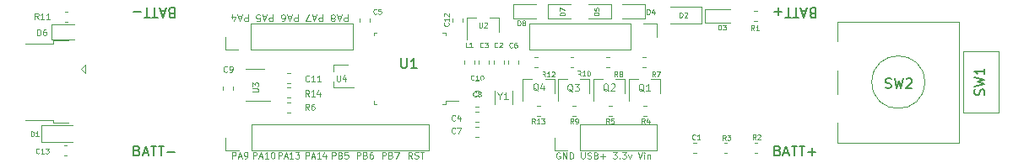
<source format=gto>
G04 #@! TF.GenerationSoftware,KiCad,Pcbnew,(5.1.4-0-10_14)*
G04 #@! TF.CreationDate,2019-12-02T08:33:35-08:00*
G04 #@! TF.ProjectId,STM32L0xx_18650,53544d33-324c-4307-9878-5f3138363530,rev?*
G04 #@! TF.SameCoordinates,Original*
G04 #@! TF.FileFunction,Legend,Top*
G04 #@! TF.FilePolarity,Positive*
%FSLAX46Y46*%
G04 Gerber Fmt 4.6, Leading zero omitted, Abs format (unit mm)*
G04 Created by KiCad (PCBNEW (5.1.4-0-10_14)) date 2019-12-02 08:33:35*
%MOMM*%
%LPD*%
G04 APERTURE LIST*
%ADD10C,0.200000*%
%ADD11C,0.100000*%
%ADD12C,0.120000*%
%ADD13C,0.150000*%
%ADD14R,1.161600X0.751600*%
%ADD15C,0.976600*%
%ADD16R,0.801600X0.551600*%
%ADD17C,2.901600*%
%ADD18O,1.801600X1.801600*%
%ADD19R,1.801600X1.801600*%
%ADD20C,0.601600*%
%ADD21R,0.901600X1.001600*%
%ADD22R,2.601600X4.501600*%
%ADD23O,1.801600X1.451600*%
%ADD24O,1.601600X1.201600*%
%ADD25R,1.751600X0.501600*%
%ADD26R,1.601600X2.101600*%
%ADD27C,2.501600*%
%ADD28R,1.701600X2.281600*%
%ADD29R,1.101600X1.101600*%
%ADD30R,1.901600X1.101600*%
%ADD31C,0.951600*%
G04 APERTURE END LIST*
D10*
X137238095Y-93071428D02*
X137095238Y-93023809D01*
X137047619Y-92976190D01*
X137000000Y-92880952D01*
X137000000Y-92738095D01*
X137047619Y-92642857D01*
X137095238Y-92595238D01*
X137190476Y-92547619D01*
X137571428Y-92547619D01*
X137571428Y-93547619D01*
X137238095Y-93547619D01*
X137142857Y-93500000D01*
X137095238Y-93452380D01*
X137047619Y-93357142D01*
X137047619Y-93261904D01*
X137095238Y-93166666D01*
X137142857Y-93119047D01*
X137238095Y-93071428D01*
X137571428Y-93071428D01*
X136619047Y-92833333D02*
X136142857Y-92833333D01*
X136714285Y-92547619D02*
X136380952Y-93547619D01*
X136047619Y-92547619D01*
X135857142Y-93547619D02*
X135285714Y-93547619D01*
X135571428Y-92547619D02*
X135571428Y-93547619D01*
X135095238Y-93547619D02*
X134523809Y-93547619D01*
X134809523Y-92547619D02*
X134809523Y-93547619D01*
X134190476Y-92928571D02*
X133428571Y-92928571D01*
X133809523Y-92547619D02*
X133809523Y-93309523D01*
X133761904Y-106928571D02*
X133904761Y-106976190D01*
X133952380Y-107023809D01*
X134000000Y-107119047D01*
X134000000Y-107261904D01*
X133952380Y-107357142D01*
X133904761Y-107404761D01*
X133809523Y-107452380D01*
X133428571Y-107452380D01*
X133428571Y-106452380D01*
X133761904Y-106452380D01*
X133857142Y-106500000D01*
X133904761Y-106547619D01*
X133952380Y-106642857D01*
X133952380Y-106738095D01*
X133904761Y-106833333D01*
X133857142Y-106880952D01*
X133761904Y-106928571D01*
X133428571Y-106928571D01*
X134380952Y-107166666D02*
X134857142Y-107166666D01*
X134285714Y-107452380D02*
X134619047Y-106452380D01*
X134952380Y-107452380D01*
X135142857Y-106452380D02*
X135714285Y-106452380D01*
X135428571Y-107452380D02*
X135428571Y-106452380D01*
X135904761Y-106452380D02*
X136476190Y-106452380D01*
X136190476Y-107452380D02*
X136190476Y-106452380D01*
X136809523Y-107071428D02*
X137571428Y-107071428D01*
X137190476Y-107452380D02*
X137190476Y-106690476D01*
D11*
X97094047Y-107719047D02*
X96877380Y-107409523D01*
X96722619Y-107719047D02*
X96722619Y-107069047D01*
X96970238Y-107069047D01*
X97032142Y-107100000D01*
X97063095Y-107130952D01*
X97094047Y-107192857D01*
X97094047Y-107285714D01*
X97063095Y-107347619D01*
X97032142Y-107378571D01*
X96970238Y-107409523D01*
X96722619Y-107409523D01*
X97341666Y-107688095D02*
X97434523Y-107719047D01*
X97589285Y-107719047D01*
X97651190Y-107688095D01*
X97682142Y-107657142D01*
X97713095Y-107595238D01*
X97713095Y-107533333D01*
X97682142Y-107471428D01*
X97651190Y-107440476D01*
X97589285Y-107409523D01*
X97465476Y-107378571D01*
X97403571Y-107347619D01*
X97372619Y-107316666D01*
X97341666Y-107254761D01*
X97341666Y-107192857D01*
X97372619Y-107130952D01*
X97403571Y-107100000D01*
X97465476Y-107069047D01*
X97620238Y-107069047D01*
X97713095Y-107100000D01*
X97898809Y-107069047D02*
X98270238Y-107069047D01*
X98084523Y-107719047D02*
X98084523Y-107069047D01*
X94095238Y-107719047D02*
X94095238Y-107069047D01*
X94342857Y-107069047D01*
X94404761Y-107100000D01*
X94435714Y-107130952D01*
X94466666Y-107192857D01*
X94466666Y-107285714D01*
X94435714Y-107347619D01*
X94404761Y-107378571D01*
X94342857Y-107409523D01*
X94095238Y-107409523D01*
X94961904Y-107378571D02*
X95054761Y-107409523D01*
X95085714Y-107440476D01*
X95116666Y-107502380D01*
X95116666Y-107595238D01*
X95085714Y-107657142D01*
X95054761Y-107688095D01*
X94992857Y-107719047D01*
X94745238Y-107719047D01*
X94745238Y-107069047D01*
X94961904Y-107069047D01*
X95023809Y-107100000D01*
X95054761Y-107130952D01*
X95085714Y-107192857D01*
X95085714Y-107254761D01*
X95054761Y-107316666D01*
X95023809Y-107347619D01*
X94961904Y-107378571D01*
X94745238Y-107378571D01*
X95333333Y-107069047D02*
X95766666Y-107069047D01*
X95488095Y-107719047D01*
X91545238Y-107719047D02*
X91545238Y-107069047D01*
X91792857Y-107069047D01*
X91854761Y-107100000D01*
X91885714Y-107130952D01*
X91916666Y-107192857D01*
X91916666Y-107285714D01*
X91885714Y-107347619D01*
X91854761Y-107378571D01*
X91792857Y-107409523D01*
X91545238Y-107409523D01*
X92411904Y-107378571D02*
X92504761Y-107409523D01*
X92535714Y-107440476D01*
X92566666Y-107502380D01*
X92566666Y-107595238D01*
X92535714Y-107657142D01*
X92504761Y-107688095D01*
X92442857Y-107719047D01*
X92195238Y-107719047D01*
X92195238Y-107069047D01*
X92411904Y-107069047D01*
X92473809Y-107100000D01*
X92504761Y-107130952D01*
X92535714Y-107192857D01*
X92535714Y-107254761D01*
X92504761Y-107316666D01*
X92473809Y-107347619D01*
X92411904Y-107378571D01*
X92195238Y-107378571D01*
X93123809Y-107069047D02*
X93000000Y-107069047D01*
X92938095Y-107100000D01*
X92907142Y-107130952D01*
X92845238Y-107223809D01*
X92814285Y-107347619D01*
X92814285Y-107595238D01*
X92845238Y-107657142D01*
X92876190Y-107688095D01*
X92938095Y-107719047D01*
X93061904Y-107719047D01*
X93123809Y-107688095D01*
X93154761Y-107657142D01*
X93185714Y-107595238D01*
X93185714Y-107440476D01*
X93154761Y-107378571D01*
X93123809Y-107347619D01*
X93061904Y-107316666D01*
X92938095Y-107316666D01*
X92876190Y-107347619D01*
X92845238Y-107378571D01*
X92814285Y-107440476D01*
X89045238Y-107719047D02*
X89045238Y-107069047D01*
X89292857Y-107069047D01*
X89354761Y-107100000D01*
X89385714Y-107130952D01*
X89416666Y-107192857D01*
X89416666Y-107285714D01*
X89385714Y-107347619D01*
X89354761Y-107378571D01*
X89292857Y-107409523D01*
X89045238Y-107409523D01*
X89911904Y-107378571D02*
X90004761Y-107409523D01*
X90035714Y-107440476D01*
X90066666Y-107502380D01*
X90066666Y-107595238D01*
X90035714Y-107657142D01*
X90004761Y-107688095D01*
X89942857Y-107719047D01*
X89695238Y-107719047D01*
X89695238Y-107069047D01*
X89911904Y-107069047D01*
X89973809Y-107100000D01*
X90004761Y-107130952D01*
X90035714Y-107192857D01*
X90035714Y-107254761D01*
X90004761Y-107316666D01*
X89973809Y-107347619D01*
X89911904Y-107378571D01*
X89695238Y-107378571D01*
X90654761Y-107069047D02*
X90345238Y-107069047D01*
X90314285Y-107378571D01*
X90345238Y-107347619D01*
X90407142Y-107316666D01*
X90561904Y-107316666D01*
X90623809Y-107347619D01*
X90654761Y-107378571D01*
X90685714Y-107440476D01*
X90685714Y-107595238D01*
X90654761Y-107657142D01*
X90623809Y-107688095D01*
X90561904Y-107719047D01*
X90407142Y-107719047D01*
X90345238Y-107688095D01*
X90314285Y-107657142D01*
X86431428Y-107719047D02*
X86431428Y-107069047D01*
X86667619Y-107069047D01*
X86726666Y-107100000D01*
X86756190Y-107130952D01*
X86785714Y-107192857D01*
X86785714Y-107285714D01*
X86756190Y-107347619D01*
X86726666Y-107378571D01*
X86667619Y-107409523D01*
X86431428Y-107409523D01*
X87021904Y-107533333D02*
X87317142Y-107533333D01*
X86962857Y-107719047D02*
X87169523Y-107069047D01*
X87376190Y-107719047D01*
X87907619Y-107719047D02*
X87553333Y-107719047D01*
X87730476Y-107719047D02*
X87730476Y-107069047D01*
X87671428Y-107161904D01*
X87612380Y-107223809D01*
X87553333Y-107254761D01*
X88439047Y-107285714D02*
X88439047Y-107719047D01*
X88291428Y-107038095D02*
X88143809Y-107502380D01*
X88527619Y-107502380D01*
X83681428Y-107719047D02*
X83681428Y-107069047D01*
X83917619Y-107069047D01*
X83976666Y-107100000D01*
X84006190Y-107130952D01*
X84035714Y-107192857D01*
X84035714Y-107285714D01*
X84006190Y-107347619D01*
X83976666Y-107378571D01*
X83917619Y-107409523D01*
X83681428Y-107409523D01*
X84271904Y-107533333D02*
X84567142Y-107533333D01*
X84212857Y-107719047D02*
X84419523Y-107069047D01*
X84626190Y-107719047D01*
X85157619Y-107719047D02*
X84803333Y-107719047D01*
X84980476Y-107719047D02*
X84980476Y-107069047D01*
X84921428Y-107161904D01*
X84862380Y-107223809D01*
X84803333Y-107254761D01*
X85364285Y-107069047D02*
X85748095Y-107069047D01*
X85541428Y-107316666D01*
X85630000Y-107316666D01*
X85689047Y-107347619D01*
X85718571Y-107378571D01*
X85748095Y-107440476D01*
X85748095Y-107595238D01*
X85718571Y-107657142D01*
X85689047Y-107688095D01*
X85630000Y-107719047D01*
X85452857Y-107719047D01*
X85393809Y-107688095D01*
X85364285Y-107657142D01*
X81132142Y-107719047D02*
X81132142Y-107069047D01*
X81379761Y-107069047D01*
X81441666Y-107100000D01*
X81472619Y-107130952D01*
X81503571Y-107192857D01*
X81503571Y-107285714D01*
X81472619Y-107347619D01*
X81441666Y-107378571D01*
X81379761Y-107409523D01*
X81132142Y-107409523D01*
X81751190Y-107533333D02*
X82060714Y-107533333D01*
X81689285Y-107719047D02*
X81905952Y-107069047D01*
X82122619Y-107719047D01*
X82679761Y-107719047D02*
X82308333Y-107719047D01*
X82494047Y-107719047D02*
X82494047Y-107069047D01*
X82432142Y-107161904D01*
X82370238Y-107223809D01*
X82308333Y-107254761D01*
X83082142Y-107069047D02*
X83144047Y-107069047D01*
X83205952Y-107100000D01*
X83236904Y-107130952D01*
X83267857Y-107192857D01*
X83298809Y-107316666D01*
X83298809Y-107471428D01*
X83267857Y-107595238D01*
X83236904Y-107657142D01*
X83205952Y-107688095D01*
X83144047Y-107719047D01*
X83082142Y-107719047D01*
X83020238Y-107688095D01*
X82989285Y-107657142D01*
X82958333Y-107595238D01*
X82927380Y-107471428D01*
X82927380Y-107316666D01*
X82958333Y-107192857D01*
X82989285Y-107130952D01*
X83020238Y-107100000D01*
X83082142Y-107069047D01*
D10*
X72938095Y-93071428D02*
X72795238Y-93023809D01*
X72747619Y-92976190D01*
X72700000Y-92880952D01*
X72700000Y-92738095D01*
X72747619Y-92642857D01*
X72795238Y-92595238D01*
X72890476Y-92547619D01*
X73271428Y-92547619D01*
X73271428Y-93547619D01*
X72938095Y-93547619D01*
X72842857Y-93500000D01*
X72795238Y-93452380D01*
X72747619Y-93357142D01*
X72747619Y-93261904D01*
X72795238Y-93166666D01*
X72842857Y-93119047D01*
X72938095Y-93071428D01*
X73271428Y-93071428D01*
X72319047Y-92833333D02*
X71842857Y-92833333D01*
X72414285Y-92547619D02*
X72080952Y-93547619D01*
X71747619Y-92547619D01*
X71557142Y-93547619D02*
X70985714Y-93547619D01*
X71271428Y-92547619D02*
X71271428Y-93547619D01*
X70795238Y-93547619D02*
X70223809Y-93547619D01*
X70509523Y-92547619D02*
X70509523Y-93547619D01*
X69890476Y-92928571D02*
X69128571Y-92928571D01*
X69511904Y-106928571D02*
X69654761Y-106976190D01*
X69702380Y-107023809D01*
X69750000Y-107119047D01*
X69750000Y-107261904D01*
X69702380Y-107357142D01*
X69654761Y-107404761D01*
X69559523Y-107452380D01*
X69178571Y-107452380D01*
X69178571Y-106452380D01*
X69511904Y-106452380D01*
X69607142Y-106500000D01*
X69654761Y-106547619D01*
X69702380Y-106642857D01*
X69702380Y-106738095D01*
X69654761Y-106833333D01*
X69607142Y-106880952D01*
X69511904Y-106928571D01*
X69178571Y-106928571D01*
X70130952Y-107166666D02*
X70607142Y-107166666D01*
X70035714Y-107452380D02*
X70369047Y-106452380D01*
X70702380Y-107452380D01*
X70892857Y-106452380D02*
X71464285Y-106452380D01*
X71178571Y-107452380D02*
X71178571Y-106452380D01*
X71654761Y-106452380D02*
X72226190Y-106452380D01*
X71940476Y-107452380D02*
X71940476Y-106452380D01*
X72559523Y-107071428D02*
X73321428Y-107071428D01*
D11*
X111910238Y-107140000D02*
X111848333Y-107110476D01*
X111755476Y-107110476D01*
X111662619Y-107140000D01*
X111600714Y-107199047D01*
X111569761Y-107258095D01*
X111538809Y-107376190D01*
X111538809Y-107464761D01*
X111569761Y-107582857D01*
X111600714Y-107641904D01*
X111662619Y-107700952D01*
X111755476Y-107730476D01*
X111817380Y-107730476D01*
X111910238Y-107700952D01*
X111941190Y-107671428D01*
X111941190Y-107464761D01*
X111817380Y-107464761D01*
X112219761Y-107730476D02*
X112219761Y-107110476D01*
X112591190Y-107730476D01*
X112591190Y-107110476D01*
X112900714Y-107730476D02*
X112900714Y-107110476D01*
X113055476Y-107110476D01*
X113148333Y-107140000D01*
X113210238Y-107199047D01*
X113241190Y-107258095D01*
X113272142Y-107376190D01*
X113272142Y-107464761D01*
X113241190Y-107582857D01*
X113210238Y-107641904D01*
X113148333Y-107700952D01*
X113055476Y-107730476D01*
X112900714Y-107730476D01*
X114045952Y-107110476D02*
X114045952Y-107612380D01*
X114076904Y-107671428D01*
X114107857Y-107700952D01*
X114169761Y-107730476D01*
X114293571Y-107730476D01*
X114355476Y-107700952D01*
X114386428Y-107671428D01*
X114417380Y-107612380D01*
X114417380Y-107110476D01*
X114695952Y-107700952D02*
X114788809Y-107730476D01*
X114943571Y-107730476D01*
X115005476Y-107700952D01*
X115036428Y-107671428D01*
X115067380Y-107612380D01*
X115067380Y-107553333D01*
X115036428Y-107494285D01*
X115005476Y-107464761D01*
X114943571Y-107435238D01*
X114819761Y-107405714D01*
X114757857Y-107376190D01*
X114726904Y-107346666D01*
X114695952Y-107287619D01*
X114695952Y-107228571D01*
X114726904Y-107169523D01*
X114757857Y-107140000D01*
X114819761Y-107110476D01*
X114974523Y-107110476D01*
X115067380Y-107140000D01*
X115562619Y-107405714D02*
X115655476Y-107435238D01*
X115686428Y-107464761D01*
X115717380Y-107523809D01*
X115717380Y-107612380D01*
X115686428Y-107671428D01*
X115655476Y-107700952D01*
X115593571Y-107730476D01*
X115345952Y-107730476D01*
X115345952Y-107110476D01*
X115562619Y-107110476D01*
X115624523Y-107140000D01*
X115655476Y-107169523D01*
X115686428Y-107228571D01*
X115686428Y-107287619D01*
X115655476Y-107346666D01*
X115624523Y-107376190D01*
X115562619Y-107405714D01*
X115345952Y-107405714D01*
X115995952Y-107494285D02*
X116491190Y-107494285D01*
X116243571Y-107730476D02*
X116243571Y-107258095D01*
X117234047Y-107110476D02*
X117636428Y-107110476D01*
X117419761Y-107346666D01*
X117512619Y-107346666D01*
X117574523Y-107376190D01*
X117605476Y-107405714D01*
X117636428Y-107464761D01*
X117636428Y-107612380D01*
X117605476Y-107671428D01*
X117574523Y-107700952D01*
X117512619Y-107730476D01*
X117326904Y-107730476D01*
X117265000Y-107700952D01*
X117234047Y-107671428D01*
X117915000Y-107671428D02*
X117945952Y-107700952D01*
X117915000Y-107730476D01*
X117884047Y-107700952D01*
X117915000Y-107671428D01*
X117915000Y-107730476D01*
X118162619Y-107110476D02*
X118565000Y-107110476D01*
X118348333Y-107346666D01*
X118441190Y-107346666D01*
X118503095Y-107376190D01*
X118534047Y-107405714D01*
X118565000Y-107464761D01*
X118565000Y-107612380D01*
X118534047Y-107671428D01*
X118503095Y-107700952D01*
X118441190Y-107730476D01*
X118255476Y-107730476D01*
X118193571Y-107700952D01*
X118162619Y-107671428D01*
X118781666Y-107317142D02*
X118936428Y-107730476D01*
X119091190Y-107317142D01*
X119741190Y-107110476D02*
X119957857Y-107730476D01*
X120174523Y-107110476D01*
X120391190Y-107730476D02*
X120391190Y-107317142D01*
X120391190Y-107110476D02*
X120360238Y-107140000D01*
X120391190Y-107169523D01*
X120422142Y-107140000D01*
X120391190Y-107110476D01*
X120391190Y-107169523D01*
X120700714Y-107317142D02*
X120700714Y-107730476D01*
X120700714Y-107376190D02*
X120731666Y-107346666D01*
X120793571Y-107317142D01*
X120886428Y-107317142D01*
X120948333Y-107346666D01*
X120979285Y-107405714D01*
X120979285Y-107730476D01*
X90616666Y-93205952D02*
X90616666Y-93855952D01*
X90350000Y-93855952D01*
X90283333Y-93825000D01*
X90250000Y-93794047D01*
X90216666Y-93732142D01*
X90216666Y-93639285D01*
X90250000Y-93577380D01*
X90283333Y-93546428D01*
X90350000Y-93515476D01*
X90616666Y-93515476D01*
X89950000Y-93391666D02*
X89616666Y-93391666D01*
X90016666Y-93205952D02*
X89783333Y-93855952D01*
X89550000Y-93205952D01*
X89216666Y-93577380D02*
X89283333Y-93608333D01*
X89316666Y-93639285D01*
X89350000Y-93701190D01*
X89350000Y-93732142D01*
X89316666Y-93794047D01*
X89283333Y-93825000D01*
X89216666Y-93855952D01*
X89083333Y-93855952D01*
X89016666Y-93825000D01*
X88983333Y-93794047D01*
X88950000Y-93732142D01*
X88950000Y-93701190D01*
X88983333Y-93639285D01*
X89016666Y-93608333D01*
X89083333Y-93577380D01*
X89216666Y-93577380D01*
X89283333Y-93546428D01*
X89316666Y-93515476D01*
X89350000Y-93453571D01*
X89350000Y-93329761D01*
X89316666Y-93267857D01*
X89283333Y-93236904D01*
X89216666Y-93205952D01*
X89083333Y-93205952D01*
X89016666Y-93236904D01*
X88983333Y-93267857D01*
X88950000Y-93329761D01*
X88950000Y-93453571D01*
X88983333Y-93515476D01*
X89016666Y-93546428D01*
X89083333Y-93577380D01*
X88116666Y-93205952D02*
X88116666Y-93855952D01*
X87850000Y-93855952D01*
X87783333Y-93825000D01*
X87750000Y-93794047D01*
X87716666Y-93732142D01*
X87716666Y-93639285D01*
X87750000Y-93577380D01*
X87783333Y-93546428D01*
X87850000Y-93515476D01*
X88116666Y-93515476D01*
X87450000Y-93391666D02*
X87116666Y-93391666D01*
X87516666Y-93205952D02*
X87283333Y-93855952D01*
X87050000Y-93205952D01*
X86883333Y-93855952D02*
X86416666Y-93855952D01*
X86716666Y-93205952D01*
X85616666Y-93205952D02*
X85616666Y-93855952D01*
X85350000Y-93855952D01*
X85283333Y-93825000D01*
X85250000Y-93794047D01*
X85216666Y-93732142D01*
X85216666Y-93639285D01*
X85250000Y-93577380D01*
X85283333Y-93546428D01*
X85350000Y-93515476D01*
X85616666Y-93515476D01*
X84950000Y-93391666D02*
X84616666Y-93391666D01*
X85016666Y-93205952D02*
X84783333Y-93855952D01*
X84550000Y-93205952D01*
X84016666Y-93855952D02*
X84150000Y-93855952D01*
X84216666Y-93825000D01*
X84250000Y-93794047D01*
X84316666Y-93701190D01*
X84350000Y-93577380D01*
X84350000Y-93329761D01*
X84316666Y-93267857D01*
X84283333Y-93236904D01*
X84216666Y-93205952D01*
X84083333Y-93205952D01*
X84016666Y-93236904D01*
X83983333Y-93267857D01*
X83950000Y-93329761D01*
X83950000Y-93484523D01*
X83983333Y-93546428D01*
X84016666Y-93577380D01*
X84083333Y-93608333D01*
X84216666Y-93608333D01*
X84283333Y-93577380D01*
X84316666Y-93546428D01*
X84350000Y-93484523D01*
X83116666Y-93205952D02*
X83116666Y-93855952D01*
X82850000Y-93855952D01*
X82783333Y-93825000D01*
X82750000Y-93794047D01*
X82716666Y-93732142D01*
X82716666Y-93639285D01*
X82750000Y-93577380D01*
X82783333Y-93546428D01*
X82850000Y-93515476D01*
X83116666Y-93515476D01*
X82450000Y-93391666D02*
X82116666Y-93391666D01*
X82516666Y-93205952D02*
X82283333Y-93855952D01*
X82050000Y-93205952D01*
X81483333Y-93855952D02*
X81816666Y-93855952D01*
X81850000Y-93546428D01*
X81816666Y-93577380D01*
X81750000Y-93608333D01*
X81583333Y-93608333D01*
X81516666Y-93577380D01*
X81483333Y-93546428D01*
X81450000Y-93484523D01*
X81450000Y-93329761D01*
X81483333Y-93267857D01*
X81516666Y-93236904D01*
X81583333Y-93205952D01*
X81750000Y-93205952D01*
X81816666Y-93236904D01*
X81850000Y-93267857D01*
X80616666Y-93205952D02*
X80616666Y-93855952D01*
X80350000Y-93855952D01*
X80283333Y-93825000D01*
X80250000Y-93794047D01*
X80216666Y-93732142D01*
X80216666Y-93639285D01*
X80250000Y-93577380D01*
X80283333Y-93546428D01*
X80350000Y-93515476D01*
X80616666Y-93515476D01*
X79950000Y-93391666D02*
X79616666Y-93391666D01*
X80016666Y-93205952D02*
X79783333Y-93855952D01*
X79550000Y-93205952D01*
X79016666Y-93639285D02*
X79016666Y-93205952D01*
X79183333Y-93886904D02*
X79350000Y-93422619D01*
X78916666Y-93422619D01*
X79041666Y-107719047D02*
X79041666Y-107069047D01*
X79289285Y-107069047D01*
X79351190Y-107100000D01*
X79382142Y-107130952D01*
X79413095Y-107192857D01*
X79413095Y-107285714D01*
X79382142Y-107347619D01*
X79351190Y-107378571D01*
X79289285Y-107409523D01*
X79041666Y-107409523D01*
X79660714Y-107533333D02*
X79970238Y-107533333D01*
X79598809Y-107719047D02*
X79815476Y-107069047D01*
X80032142Y-107719047D01*
X80279761Y-107719047D02*
X80403571Y-107719047D01*
X80465476Y-107688095D01*
X80496428Y-107657142D01*
X80558333Y-107564285D01*
X80589285Y-107440476D01*
X80589285Y-107192857D01*
X80558333Y-107130952D01*
X80527380Y-107100000D01*
X80465476Y-107069047D01*
X80341666Y-107069047D01*
X80279761Y-107100000D01*
X80248809Y-107130952D01*
X80217857Y-107192857D01*
X80217857Y-107347619D01*
X80248809Y-107409523D01*
X80279761Y-107440476D01*
X80341666Y-107471428D01*
X80465476Y-107471428D01*
X80527380Y-107440476D01*
X80558333Y-107409523D01*
X80589285Y-107347619D01*
D12*
X80425000Y-101935000D02*
X82875000Y-101935000D01*
X82225000Y-98715000D02*
X80425000Y-98715000D01*
X84562221Y-103060000D02*
X84887779Y-103060000D01*
X84562221Y-102040000D02*
X84887779Y-102040000D01*
X60915000Y-95685000D02*
X63200000Y-95685000D01*
X60915000Y-94215000D02*
X60915000Y-95685000D01*
X63200000Y-94215000D02*
X60915000Y-94215000D01*
X84562221Y-101585000D02*
X84887779Y-101585000D01*
X84562221Y-100565000D02*
X84887779Y-100565000D01*
X62562779Y-92965000D02*
X62237221Y-92965000D01*
X62562779Y-93985000D02*
X62237221Y-93985000D01*
X84562221Y-100110000D02*
X84887779Y-100110000D01*
X84562221Y-99090000D02*
X84887779Y-99090000D01*
X78115000Y-100812779D02*
X78115000Y-100487221D01*
X79135000Y-100812779D02*
X79135000Y-100487221D01*
X89220000Y-98925000D02*
X89220000Y-98265000D01*
X89220000Y-100585000D02*
X89220000Y-99925000D01*
X89220000Y-100585000D02*
X91250000Y-100585000D01*
X90630000Y-98265000D02*
X89220000Y-98265000D01*
X62487779Y-106365000D02*
X62162221Y-106365000D01*
X62487779Y-107385000D02*
X62162221Y-107385000D01*
X101115000Y-93587221D02*
X101115000Y-93912779D01*
X102135000Y-93587221D02*
X102135000Y-93912779D01*
X106765000Y-97837221D02*
X106765000Y-98162779D01*
X107785000Y-97837221D02*
X107785000Y-98162779D01*
X78350000Y-106940000D02*
X78350000Y-105610000D01*
X79680000Y-106940000D02*
X78350000Y-106940000D01*
X80950000Y-106940000D02*
X80950000Y-104280000D01*
X80950000Y-104280000D02*
X98790000Y-104280000D01*
X80950000Y-106940000D02*
X98790000Y-106940000D01*
X98790000Y-106940000D02*
X98790000Y-104280000D01*
X121640000Y-106940000D02*
X121640000Y-104280000D01*
X113960000Y-106940000D02*
X121640000Y-106940000D01*
X113960000Y-104280000D02*
X121640000Y-104280000D01*
X113960000Y-106940000D02*
X113960000Y-104280000D01*
X112690000Y-106940000D02*
X111360000Y-106940000D01*
X111360000Y-106940000D02*
X111360000Y-105610000D01*
X93540000Y-95015000D02*
X93240000Y-95015000D01*
X93240000Y-95015000D02*
X93240000Y-95315000D01*
X100160000Y-95015000D02*
X100460000Y-95015000D01*
X100460000Y-95015000D02*
X100460000Y-95315000D01*
X93540000Y-102235000D02*
X93240000Y-102235000D01*
X93240000Y-102235000D02*
X93240000Y-101935000D01*
X100160000Y-102235000D02*
X100460000Y-102235000D01*
X100460000Y-102235000D02*
X100460000Y-101935000D01*
X100460000Y-101935000D02*
X101775000Y-101935000D01*
X103437221Y-102995000D02*
X103762779Y-102995000D01*
X103437221Y-104015000D02*
X103762779Y-104015000D01*
X103437221Y-105510000D02*
X103762779Y-105510000D01*
X103437221Y-104490000D02*
X103762779Y-104490000D01*
X105780000Y-93540000D02*
X104850000Y-93540000D01*
X102620000Y-93540000D02*
X103550000Y-93540000D01*
X102620000Y-93540000D02*
X102620000Y-95700000D01*
X105780000Y-93540000D02*
X105780000Y-95000000D01*
X63865000Y-98675000D02*
X64315000Y-98275000D01*
X64315000Y-98275000D02*
X64315000Y-99075000D01*
X64315000Y-99075000D02*
X63865000Y-98675000D01*
X58265000Y-103825000D02*
X61065000Y-103825000D01*
X61065000Y-103825000D02*
X61065000Y-104125000D01*
X61065000Y-104125000D02*
X62615000Y-104125000D01*
X58265000Y-96125000D02*
X61065000Y-96125000D01*
X61065000Y-95825000D02*
X61065000Y-96125000D01*
X61065000Y-95825000D02*
X62615000Y-95825000D01*
X139750000Y-98835000D02*
X139750000Y-101215000D01*
X139750000Y-106125000D02*
X139750000Y-104135000D01*
X151950000Y-106125000D02*
X139750000Y-106125000D01*
X151950000Y-93925000D02*
X151950000Y-106125000D01*
X139750000Y-93925000D02*
X151950000Y-93925000D01*
X139750000Y-95915000D02*
X139750000Y-93925000D01*
X148500000Y-100025000D02*
G75*
G03X148500000Y-100025000I-2650000J0D01*
G01*
X155960000Y-103060000D02*
X152340000Y-103060000D01*
X155960000Y-96940000D02*
X155960000Y-103060000D01*
X152340000Y-96940000D02*
X155960000Y-96940000D01*
X152340000Y-103060000D02*
X152340000Y-96940000D01*
X59900000Y-104325000D02*
X63050000Y-104325000D01*
X59900000Y-106025000D02*
X63050000Y-106025000D01*
X59900000Y-104325000D02*
X59900000Y-106025000D01*
X126150000Y-94100000D02*
X126150000Y-92400000D01*
X126150000Y-92400000D02*
X123000000Y-92400000D01*
X126150000Y-94100000D02*
X123000000Y-94100000D01*
X109560000Y-92180000D02*
X107275000Y-92180000D01*
X107275000Y-92180000D02*
X107275000Y-93650000D01*
X107275000Y-93650000D02*
X109560000Y-93650000D01*
X110675000Y-93650000D02*
X112960000Y-93650000D01*
X110675000Y-92180000D02*
X110675000Y-93650000D01*
X112960000Y-92180000D02*
X110675000Y-92180000D01*
X114760000Y-93650000D02*
X117045000Y-93650000D01*
X117045000Y-93650000D02*
X117045000Y-92180000D01*
X117045000Y-92180000D02*
X114760000Y-92180000D01*
X118200000Y-93650000D02*
X120485000Y-93650000D01*
X120485000Y-93650000D02*
X120485000Y-92180000D01*
X120485000Y-92180000D02*
X118200000Y-92180000D01*
X103310000Y-98162779D02*
X103310000Y-97837221D01*
X102290000Y-98162779D02*
X102290000Y-97837221D01*
X131337221Y-93885000D02*
X131662779Y-93885000D01*
X131337221Y-92865000D02*
X131662779Y-92865000D01*
X131412221Y-107185000D02*
X131737779Y-107185000D01*
X131412221Y-106165000D02*
X131737779Y-106165000D01*
X128687779Y-106165000D02*
X128362221Y-106165000D01*
X128687779Y-107185000D02*
X128362221Y-107185000D01*
X120312221Y-103460000D02*
X120637779Y-103460000D01*
X120312221Y-102440000D02*
X120637779Y-102440000D01*
X116787221Y-103460000D02*
X117112779Y-103460000D01*
X116787221Y-102440000D02*
X117112779Y-102440000D01*
X120487779Y-97490000D02*
X120162221Y-97490000D01*
X120487779Y-98510000D02*
X120162221Y-98510000D01*
X116887779Y-97490000D02*
X116562221Y-97490000D01*
X116887779Y-98510000D02*
X116562221Y-98510000D01*
X113137221Y-103460000D02*
X113462779Y-103460000D01*
X113137221Y-102440000D02*
X113462779Y-102440000D01*
X112962221Y-98510000D02*
X113287779Y-98510000D01*
X112962221Y-97490000D02*
X113287779Y-97490000D01*
X109387221Y-98510000D02*
X109712779Y-98510000D01*
X109387221Y-97490000D02*
X109712779Y-97490000D01*
X109587221Y-103460000D02*
X109912779Y-103460000D01*
X109587221Y-102440000D02*
X109912779Y-102440000D01*
X125637779Y-106165000D02*
X125312221Y-106165000D01*
X125637779Y-107185000D02*
X125312221Y-107185000D01*
X106310000Y-98162779D02*
X106310000Y-97837221D01*
X105290000Y-98162779D02*
X105290000Y-97837221D01*
X104810000Y-98162779D02*
X104810000Y-97837221D01*
X103790000Y-98162779D02*
X103790000Y-97837221D01*
X91840000Y-93937779D02*
X91840000Y-93612221D01*
X92860000Y-93937779D02*
X92860000Y-93612221D01*
X103437221Y-102460000D02*
X103762779Y-102460000D01*
X103437221Y-101440000D02*
X103762779Y-101440000D01*
X103437221Y-99840000D02*
X103762779Y-99840000D01*
X103437221Y-100860000D02*
X103762779Y-100860000D01*
X107125000Y-100875000D02*
X107125000Y-102225000D01*
X105375000Y-100875000D02*
X105375000Y-102225000D01*
X121980000Y-99710000D02*
X121980000Y-101170000D01*
X118820000Y-99710000D02*
X118820000Y-101870000D01*
X118820000Y-99710000D02*
X119750000Y-99710000D01*
X121980000Y-99710000D02*
X121050000Y-99710000D01*
X114880000Y-99715000D02*
X114880000Y-101175000D01*
X111720000Y-99715000D02*
X111720000Y-101875000D01*
X111720000Y-99715000D02*
X112650000Y-99715000D01*
X114880000Y-99715000D02*
X113950000Y-99715000D01*
X111355000Y-99715000D02*
X111355000Y-101175000D01*
X108195000Y-99715000D02*
X108195000Y-101875000D01*
X108195000Y-99715000D02*
X109125000Y-99715000D01*
X111355000Y-99715000D02*
X110425000Y-99715000D01*
X126490000Y-94035000D02*
X128975000Y-94035000D01*
X126490000Y-92665000D02*
X126490000Y-94035000D01*
X128975000Y-92665000D02*
X126490000Y-92665000D01*
X118430000Y-99715000D02*
X117500000Y-99715000D01*
X115270000Y-99715000D02*
X116200000Y-99715000D01*
X115270000Y-99715000D02*
X115270000Y-101875000D01*
X118430000Y-99715000D02*
X118430000Y-101175000D01*
X108810000Y-94120000D02*
X108810000Y-96780000D01*
X119030000Y-94120000D02*
X108810000Y-94120000D01*
X119030000Y-96780000D02*
X108810000Y-96780000D01*
X119030000Y-94120000D02*
X119030000Y-96780000D01*
X120300000Y-94120000D02*
X121630000Y-94120000D01*
X121630000Y-94120000D02*
X121630000Y-95450000D01*
X91150000Y-96770000D02*
X91150000Y-94110000D01*
X80930000Y-96770000D02*
X91150000Y-96770000D01*
X80930000Y-94110000D02*
X91150000Y-94110000D01*
X80930000Y-96770000D02*
X80930000Y-94110000D01*
X79660000Y-96770000D02*
X78330000Y-96770000D01*
X78330000Y-96770000D02*
X78330000Y-95440000D01*
D11*
X81071428Y-101007142D02*
X81557142Y-101007142D01*
X81614285Y-100978571D01*
X81642857Y-100950000D01*
X81671428Y-100892857D01*
X81671428Y-100778571D01*
X81642857Y-100721428D01*
X81614285Y-100692857D01*
X81557142Y-100664285D01*
X81071428Y-100664285D01*
X81071428Y-100435714D02*
X81071428Y-100064285D01*
X81300000Y-100264285D01*
X81300000Y-100178571D01*
X81328571Y-100121428D01*
X81357142Y-100092857D01*
X81414285Y-100064285D01*
X81557142Y-100064285D01*
X81614285Y-100092857D01*
X81642857Y-100121428D01*
X81671428Y-100178571D01*
X81671428Y-100350000D01*
X81642857Y-100407142D01*
X81614285Y-100435714D01*
X86735000Y-102806428D02*
X86535000Y-102520714D01*
X86392142Y-102806428D02*
X86392142Y-102206428D01*
X86620714Y-102206428D01*
X86677857Y-102235000D01*
X86706428Y-102263571D01*
X86735000Y-102320714D01*
X86735000Y-102406428D01*
X86706428Y-102463571D01*
X86677857Y-102492142D01*
X86620714Y-102520714D01*
X86392142Y-102520714D01*
X87249285Y-102206428D02*
X87135000Y-102206428D01*
X87077857Y-102235000D01*
X87049285Y-102263571D01*
X86992142Y-102349285D01*
X86963571Y-102463571D01*
X86963571Y-102692142D01*
X86992142Y-102749285D01*
X87020714Y-102777857D01*
X87077857Y-102806428D01*
X87192142Y-102806428D01*
X87249285Y-102777857D01*
X87277857Y-102749285D01*
X87306428Y-102692142D01*
X87306428Y-102549285D01*
X87277857Y-102492142D01*
X87249285Y-102463571D01*
X87192142Y-102435000D01*
X87077857Y-102435000D01*
X87020714Y-102463571D01*
X86992142Y-102492142D01*
X86963571Y-102549285D01*
X59507142Y-95296428D02*
X59507142Y-94696428D01*
X59650000Y-94696428D01*
X59735714Y-94725000D01*
X59792857Y-94782142D01*
X59821428Y-94839285D01*
X59850000Y-94953571D01*
X59850000Y-95039285D01*
X59821428Y-95153571D01*
X59792857Y-95210714D01*
X59735714Y-95267857D01*
X59650000Y-95296428D01*
X59507142Y-95296428D01*
X60364285Y-94696428D02*
X60250000Y-94696428D01*
X60192857Y-94725000D01*
X60164285Y-94753571D01*
X60107142Y-94839285D01*
X60078571Y-94953571D01*
X60078571Y-95182142D01*
X60107142Y-95239285D01*
X60135714Y-95267857D01*
X60192857Y-95296428D01*
X60307142Y-95296428D01*
X60364285Y-95267857D01*
X60392857Y-95239285D01*
X60421428Y-95182142D01*
X60421428Y-95039285D01*
X60392857Y-94982142D01*
X60364285Y-94953571D01*
X60307142Y-94925000D01*
X60192857Y-94925000D01*
X60135714Y-94953571D01*
X60107142Y-94982142D01*
X60078571Y-95039285D01*
X86739285Y-101446428D02*
X86539285Y-101160714D01*
X86396428Y-101446428D02*
X86396428Y-100846428D01*
X86625000Y-100846428D01*
X86682142Y-100875000D01*
X86710714Y-100903571D01*
X86739285Y-100960714D01*
X86739285Y-101046428D01*
X86710714Y-101103571D01*
X86682142Y-101132142D01*
X86625000Y-101160714D01*
X86396428Y-101160714D01*
X87310714Y-101446428D02*
X86967857Y-101446428D01*
X87139285Y-101446428D02*
X87139285Y-100846428D01*
X87082142Y-100932142D01*
X87025000Y-100989285D01*
X86967857Y-101017857D01*
X87825000Y-101046428D02*
X87825000Y-101446428D01*
X87682142Y-100817857D02*
X87539285Y-101246428D01*
X87910714Y-101246428D01*
X59614285Y-93671428D02*
X59414285Y-93385714D01*
X59271428Y-93671428D02*
X59271428Y-93071428D01*
X59500000Y-93071428D01*
X59557142Y-93100000D01*
X59585714Y-93128571D01*
X59614285Y-93185714D01*
X59614285Y-93271428D01*
X59585714Y-93328571D01*
X59557142Y-93357142D01*
X59500000Y-93385714D01*
X59271428Y-93385714D01*
X60185714Y-93671428D02*
X59842857Y-93671428D01*
X60014285Y-93671428D02*
X60014285Y-93071428D01*
X59957142Y-93157142D01*
X59900000Y-93214285D01*
X59842857Y-93242857D01*
X60757142Y-93671428D02*
X60414285Y-93671428D01*
X60585714Y-93671428D02*
X60585714Y-93071428D01*
X60528571Y-93157142D01*
X60471428Y-93214285D01*
X60414285Y-93242857D01*
X86764285Y-99889285D02*
X86735714Y-99917857D01*
X86650000Y-99946428D01*
X86592857Y-99946428D01*
X86507142Y-99917857D01*
X86450000Y-99860714D01*
X86421428Y-99803571D01*
X86392857Y-99689285D01*
X86392857Y-99603571D01*
X86421428Y-99489285D01*
X86450000Y-99432142D01*
X86507142Y-99375000D01*
X86592857Y-99346428D01*
X86650000Y-99346428D01*
X86735714Y-99375000D01*
X86764285Y-99403571D01*
X87335714Y-99946428D02*
X86992857Y-99946428D01*
X87164285Y-99946428D02*
X87164285Y-99346428D01*
X87107142Y-99432142D01*
X87050000Y-99489285D01*
X86992857Y-99517857D01*
X87907142Y-99946428D02*
X87564285Y-99946428D01*
X87735714Y-99946428D02*
X87735714Y-99346428D01*
X87678571Y-99432142D01*
X87621428Y-99489285D01*
X87564285Y-99517857D01*
X78525000Y-98939285D02*
X78496428Y-98967857D01*
X78410714Y-98996428D01*
X78353571Y-98996428D01*
X78267857Y-98967857D01*
X78210714Y-98910714D01*
X78182142Y-98853571D01*
X78153571Y-98739285D01*
X78153571Y-98653571D01*
X78182142Y-98539285D01*
X78210714Y-98482142D01*
X78267857Y-98425000D01*
X78353571Y-98396428D01*
X78410714Y-98396428D01*
X78496428Y-98425000D01*
X78525000Y-98453571D01*
X78810714Y-98996428D02*
X78925000Y-98996428D01*
X78982142Y-98967857D01*
X79010714Y-98939285D01*
X79067857Y-98853571D01*
X79096428Y-98739285D01*
X79096428Y-98510714D01*
X79067857Y-98453571D01*
X79039285Y-98425000D01*
X78982142Y-98396428D01*
X78867857Y-98396428D01*
X78810714Y-98425000D01*
X78782142Y-98453571D01*
X78753571Y-98510714D01*
X78753571Y-98653571D01*
X78782142Y-98710714D01*
X78810714Y-98739285D01*
X78867857Y-98767857D01*
X78982142Y-98767857D01*
X79039285Y-98739285D01*
X79067857Y-98710714D01*
X79096428Y-98653571D01*
X89542857Y-99346428D02*
X89542857Y-99832142D01*
X89571428Y-99889285D01*
X89600000Y-99917857D01*
X89657142Y-99946428D01*
X89771428Y-99946428D01*
X89828571Y-99917857D01*
X89857142Y-99889285D01*
X89885714Y-99832142D01*
X89885714Y-99346428D01*
X90428571Y-99546428D02*
X90428571Y-99946428D01*
X90285714Y-99317857D02*
X90142857Y-99746428D01*
X90514285Y-99746428D01*
X59678571Y-107153571D02*
X59654761Y-107177380D01*
X59583333Y-107201190D01*
X59535714Y-107201190D01*
X59464285Y-107177380D01*
X59416666Y-107129761D01*
X59392857Y-107082142D01*
X59369047Y-106986904D01*
X59369047Y-106915476D01*
X59392857Y-106820238D01*
X59416666Y-106772619D01*
X59464285Y-106725000D01*
X59535714Y-106701190D01*
X59583333Y-106701190D01*
X59654761Y-106725000D01*
X59678571Y-106748809D01*
X60154761Y-107201190D02*
X59869047Y-107201190D01*
X60011904Y-107201190D02*
X60011904Y-106701190D01*
X59964285Y-106772619D01*
X59916666Y-106820238D01*
X59869047Y-106844047D01*
X60321428Y-106701190D02*
X60630952Y-106701190D01*
X60464285Y-106891666D01*
X60535714Y-106891666D01*
X60583333Y-106915476D01*
X60607142Y-106939285D01*
X60630952Y-106986904D01*
X60630952Y-107105952D01*
X60607142Y-107153571D01*
X60583333Y-107177380D01*
X60535714Y-107201190D01*
X60392857Y-107201190D01*
X60345238Y-107177380D01*
X60321428Y-107153571D01*
X100728571Y-94046428D02*
X100752380Y-94070238D01*
X100776190Y-94141666D01*
X100776190Y-94189285D01*
X100752380Y-94260714D01*
X100704761Y-94308333D01*
X100657142Y-94332142D01*
X100561904Y-94355952D01*
X100490476Y-94355952D01*
X100395238Y-94332142D01*
X100347619Y-94308333D01*
X100300000Y-94260714D01*
X100276190Y-94189285D01*
X100276190Y-94141666D01*
X100300000Y-94070238D01*
X100323809Y-94046428D01*
X100776190Y-93570238D02*
X100776190Y-93855952D01*
X100776190Y-93713095D02*
X100276190Y-93713095D01*
X100347619Y-93760714D01*
X100395238Y-93808333D01*
X100419047Y-93855952D01*
X100323809Y-93379761D02*
X100300000Y-93355952D01*
X100276190Y-93308333D01*
X100276190Y-93189285D01*
X100300000Y-93141666D01*
X100323809Y-93117857D01*
X100371428Y-93094047D01*
X100419047Y-93094047D01*
X100490476Y-93117857D01*
X100776190Y-93403571D01*
X100776190Y-93094047D01*
X107141666Y-96503571D02*
X107117857Y-96527380D01*
X107046428Y-96551190D01*
X106998809Y-96551190D01*
X106927380Y-96527380D01*
X106879761Y-96479761D01*
X106855952Y-96432142D01*
X106832142Y-96336904D01*
X106832142Y-96265476D01*
X106855952Y-96170238D01*
X106879761Y-96122619D01*
X106927380Y-96075000D01*
X106998809Y-96051190D01*
X107046428Y-96051190D01*
X107117857Y-96075000D01*
X107141666Y-96098809D01*
X107570238Y-96051190D02*
X107475000Y-96051190D01*
X107427380Y-96075000D01*
X107403571Y-96098809D01*
X107355952Y-96170238D01*
X107332142Y-96265476D01*
X107332142Y-96455952D01*
X107355952Y-96503571D01*
X107379761Y-96527380D01*
X107427380Y-96551190D01*
X107522619Y-96551190D01*
X107570238Y-96527380D01*
X107594047Y-96503571D01*
X107617857Y-96455952D01*
X107617857Y-96336904D01*
X107594047Y-96289285D01*
X107570238Y-96265476D01*
X107522619Y-96241666D01*
X107427380Y-96241666D01*
X107379761Y-96265476D01*
X107355952Y-96289285D01*
X107332142Y-96336904D01*
D13*
X95988095Y-97602380D02*
X95988095Y-98411904D01*
X96035714Y-98507142D01*
X96083333Y-98554761D01*
X96178571Y-98602380D01*
X96369047Y-98602380D01*
X96464285Y-98554761D01*
X96511904Y-98507142D01*
X96559523Y-98411904D01*
X96559523Y-97602380D01*
X97559523Y-98602380D02*
X96988095Y-98602380D01*
X97273809Y-98602380D02*
X97273809Y-97602380D01*
X97178571Y-97745238D01*
X97083333Y-97840476D01*
X96988095Y-97888095D01*
D11*
X101408333Y-103846428D02*
X101382142Y-103872619D01*
X101303571Y-103898809D01*
X101251190Y-103898809D01*
X101172619Y-103872619D01*
X101120238Y-103820238D01*
X101094047Y-103767857D01*
X101067857Y-103663095D01*
X101067857Y-103584523D01*
X101094047Y-103479761D01*
X101120238Y-103427380D01*
X101172619Y-103375000D01*
X101251190Y-103348809D01*
X101303571Y-103348809D01*
X101382142Y-103375000D01*
X101408333Y-103401190D01*
X101879761Y-103532142D02*
X101879761Y-103898809D01*
X101748809Y-103322619D02*
X101617857Y-103715476D01*
X101958333Y-103715476D01*
X101408333Y-105121428D02*
X101382142Y-105147619D01*
X101303571Y-105173809D01*
X101251190Y-105173809D01*
X101172619Y-105147619D01*
X101120238Y-105095238D01*
X101094047Y-105042857D01*
X101067857Y-104938095D01*
X101067857Y-104859523D01*
X101094047Y-104754761D01*
X101120238Y-104702380D01*
X101172619Y-104650000D01*
X101251190Y-104623809D01*
X101303571Y-104623809D01*
X101382142Y-104650000D01*
X101408333Y-104676190D01*
X101591666Y-104623809D02*
X101958333Y-104623809D01*
X101722619Y-105173809D01*
X103819047Y-94026190D02*
X103819047Y-94430952D01*
X103842857Y-94478571D01*
X103866666Y-94502380D01*
X103914285Y-94526190D01*
X104009523Y-94526190D01*
X104057142Y-94502380D01*
X104080952Y-94478571D01*
X104104761Y-94430952D01*
X104104761Y-94026190D01*
X104319047Y-94073809D02*
X104342857Y-94050000D01*
X104390476Y-94026190D01*
X104509523Y-94026190D01*
X104557142Y-94050000D01*
X104580952Y-94073809D01*
X104604761Y-94121428D01*
X104604761Y-94169047D01*
X104580952Y-94240476D01*
X104295238Y-94526190D01*
X104604761Y-94526190D01*
D13*
X144566666Y-100579761D02*
X144709523Y-100627380D01*
X144947619Y-100627380D01*
X145042857Y-100579761D01*
X145090476Y-100532142D01*
X145138095Y-100436904D01*
X145138095Y-100341666D01*
X145090476Y-100246428D01*
X145042857Y-100198809D01*
X144947619Y-100151190D01*
X144757142Y-100103571D01*
X144661904Y-100055952D01*
X144614285Y-100008333D01*
X144566666Y-99913095D01*
X144566666Y-99817857D01*
X144614285Y-99722619D01*
X144661904Y-99675000D01*
X144757142Y-99627380D01*
X144995238Y-99627380D01*
X145138095Y-99675000D01*
X145471428Y-99627380D02*
X145709523Y-100627380D01*
X145900000Y-99913095D01*
X146090476Y-100627380D01*
X146328571Y-99627380D01*
X146661904Y-99722619D02*
X146709523Y-99675000D01*
X146804761Y-99627380D01*
X147042857Y-99627380D01*
X147138095Y-99675000D01*
X147185714Y-99722619D01*
X147233333Y-99817857D01*
X147233333Y-99913095D01*
X147185714Y-100055952D01*
X146614285Y-100627380D01*
X147233333Y-100627380D01*
X154454761Y-101333333D02*
X154502380Y-101190476D01*
X154502380Y-100952380D01*
X154454761Y-100857142D01*
X154407142Y-100809523D01*
X154311904Y-100761904D01*
X154216666Y-100761904D01*
X154121428Y-100809523D01*
X154073809Y-100857142D01*
X154026190Y-100952380D01*
X153978571Y-101142857D01*
X153930952Y-101238095D01*
X153883333Y-101285714D01*
X153788095Y-101333333D01*
X153692857Y-101333333D01*
X153597619Y-101285714D01*
X153550000Y-101238095D01*
X153502380Y-101142857D01*
X153502380Y-100904761D01*
X153550000Y-100761904D01*
X153502380Y-100428571D02*
X154502380Y-100190476D01*
X153788095Y-100000000D01*
X154502380Y-99809523D01*
X153502380Y-99571428D01*
X154502380Y-98666666D02*
X154502380Y-99238095D01*
X154502380Y-98952380D02*
X153502380Y-98952380D01*
X153645238Y-99047619D01*
X153740476Y-99142857D01*
X153788095Y-99238095D01*
D11*
X58880952Y-105476190D02*
X58880952Y-104976190D01*
X59000000Y-104976190D01*
X59071428Y-105000000D01*
X59119047Y-105047619D01*
X59142857Y-105095238D01*
X59166666Y-105190476D01*
X59166666Y-105261904D01*
X59142857Y-105357142D01*
X59119047Y-105404761D01*
X59071428Y-105452380D01*
X59000000Y-105476190D01*
X58880952Y-105476190D01*
X59642857Y-105476190D02*
X59357142Y-105476190D01*
X59500000Y-105476190D02*
X59500000Y-104976190D01*
X59452380Y-105047619D01*
X59404761Y-105095238D01*
X59357142Y-105119047D01*
X123930952Y-93501190D02*
X123930952Y-93001190D01*
X124050000Y-93001190D01*
X124121428Y-93025000D01*
X124169047Y-93072619D01*
X124192857Y-93120238D01*
X124216666Y-93215476D01*
X124216666Y-93286904D01*
X124192857Y-93382142D01*
X124169047Y-93429761D01*
X124121428Y-93477380D01*
X124050000Y-93501190D01*
X123930952Y-93501190D01*
X124407142Y-93048809D02*
X124430952Y-93025000D01*
X124478571Y-93001190D01*
X124597619Y-93001190D01*
X124645238Y-93025000D01*
X124669047Y-93048809D01*
X124692857Y-93096428D01*
X124692857Y-93144047D01*
X124669047Y-93215476D01*
X124383333Y-93501190D01*
X124692857Y-93501190D01*
X107680952Y-94301190D02*
X107680952Y-93801190D01*
X107800000Y-93801190D01*
X107871428Y-93825000D01*
X107919047Y-93872619D01*
X107942857Y-93920238D01*
X107966666Y-94015476D01*
X107966666Y-94086904D01*
X107942857Y-94182142D01*
X107919047Y-94229761D01*
X107871428Y-94277380D01*
X107800000Y-94301190D01*
X107680952Y-94301190D01*
X108252380Y-94015476D02*
X108204761Y-93991666D01*
X108180952Y-93967857D01*
X108157142Y-93920238D01*
X108157142Y-93896428D01*
X108180952Y-93848809D01*
X108204761Y-93825000D01*
X108252380Y-93801190D01*
X108347619Y-93801190D01*
X108395238Y-93825000D01*
X108419047Y-93848809D01*
X108442857Y-93896428D01*
X108442857Y-93920238D01*
X108419047Y-93967857D01*
X108395238Y-93991666D01*
X108347619Y-94015476D01*
X108252380Y-94015476D01*
X108204761Y-94039285D01*
X108180952Y-94063095D01*
X108157142Y-94110714D01*
X108157142Y-94205952D01*
X108180952Y-94253571D01*
X108204761Y-94277380D01*
X108252380Y-94301190D01*
X108347619Y-94301190D01*
X108395238Y-94277380D01*
X108419047Y-94253571D01*
X108442857Y-94205952D01*
X108442857Y-94110714D01*
X108419047Y-94063095D01*
X108395238Y-94039285D01*
X108347619Y-94015476D01*
X112426190Y-93294047D02*
X111926190Y-93294047D01*
X111926190Y-93175000D01*
X111950000Y-93103571D01*
X111997619Y-93055952D01*
X112045238Y-93032142D01*
X112140476Y-93008333D01*
X112211904Y-93008333D01*
X112307142Y-93032142D01*
X112354761Y-93055952D01*
X112402380Y-93103571D01*
X112426190Y-93175000D01*
X112426190Y-93294047D01*
X111926190Y-92841666D02*
X111926190Y-92508333D01*
X112426190Y-92722619D01*
X115826190Y-93294047D02*
X115326190Y-93294047D01*
X115326190Y-93175000D01*
X115350000Y-93103571D01*
X115397619Y-93055952D01*
X115445238Y-93032142D01*
X115540476Y-93008333D01*
X115611904Y-93008333D01*
X115707142Y-93032142D01*
X115754761Y-93055952D01*
X115802380Y-93103571D01*
X115826190Y-93175000D01*
X115826190Y-93294047D01*
X115326190Y-92555952D02*
X115326190Y-92794047D01*
X115564285Y-92817857D01*
X115540476Y-92794047D01*
X115516666Y-92746428D01*
X115516666Y-92627380D01*
X115540476Y-92579761D01*
X115564285Y-92555952D01*
X115611904Y-92532142D01*
X115730952Y-92532142D01*
X115778571Y-92555952D01*
X115802380Y-92579761D01*
X115826190Y-92627380D01*
X115826190Y-92746428D01*
X115802380Y-92794047D01*
X115778571Y-92817857D01*
X120655952Y-93176190D02*
X120655952Y-92676190D01*
X120775000Y-92676190D01*
X120846428Y-92700000D01*
X120894047Y-92747619D01*
X120917857Y-92795238D01*
X120941666Y-92890476D01*
X120941666Y-92961904D01*
X120917857Y-93057142D01*
X120894047Y-93104761D01*
X120846428Y-93152380D01*
X120775000Y-93176190D01*
X120655952Y-93176190D01*
X121370238Y-92842857D02*
X121370238Y-93176190D01*
X121251190Y-92652380D02*
X121132142Y-93009523D01*
X121441666Y-93009523D01*
X102716666Y-96526190D02*
X102478571Y-96526190D01*
X102478571Y-96026190D01*
X103145238Y-96526190D02*
X102859523Y-96526190D01*
X103002380Y-96526190D02*
X103002380Y-96026190D01*
X102954761Y-96097619D01*
X102907142Y-96145238D01*
X102859523Y-96169047D01*
X131391666Y-94801190D02*
X131225000Y-94563095D01*
X131105952Y-94801190D02*
X131105952Y-94301190D01*
X131296428Y-94301190D01*
X131344047Y-94325000D01*
X131367857Y-94348809D01*
X131391666Y-94396428D01*
X131391666Y-94467857D01*
X131367857Y-94515476D01*
X131344047Y-94539285D01*
X131296428Y-94563095D01*
X131105952Y-94563095D01*
X131867857Y-94801190D02*
X131582142Y-94801190D01*
X131725000Y-94801190D02*
X131725000Y-94301190D01*
X131677380Y-94372619D01*
X131629761Y-94420238D01*
X131582142Y-94444047D01*
X131541666Y-105801190D02*
X131375000Y-105563095D01*
X131255952Y-105801190D02*
X131255952Y-105301190D01*
X131446428Y-105301190D01*
X131494047Y-105325000D01*
X131517857Y-105348809D01*
X131541666Y-105396428D01*
X131541666Y-105467857D01*
X131517857Y-105515476D01*
X131494047Y-105539285D01*
X131446428Y-105563095D01*
X131255952Y-105563095D01*
X131732142Y-105348809D02*
X131755952Y-105325000D01*
X131803571Y-105301190D01*
X131922619Y-105301190D01*
X131970238Y-105325000D01*
X131994047Y-105348809D01*
X132017857Y-105396428D01*
X132017857Y-105444047D01*
X131994047Y-105515476D01*
X131708333Y-105801190D01*
X132017857Y-105801190D01*
X128541666Y-105851190D02*
X128375000Y-105613095D01*
X128255952Y-105851190D02*
X128255952Y-105351190D01*
X128446428Y-105351190D01*
X128494047Y-105375000D01*
X128517857Y-105398809D01*
X128541666Y-105446428D01*
X128541666Y-105517857D01*
X128517857Y-105565476D01*
X128494047Y-105589285D01*
X128446428Y-105613095D01*
X128255952Y-105613095D01*
X128708333Y-105351190D02*
X129017857Y-105351190D01*
X128851190Y-105541666D01*
X128922619Y-105541666D01*
X128970238Y-105565476D01*
X128994047Y-105589285D01*
X129017857Y-105636904D01*
X129017857Y-105755952D01*
X128994047Y-105803571D01*
X128970238Y-105827380D01*
X128922619Y-105851190D01*
X128779761Y-105851190D01*
X128732142Y-105827380D01*
X128708333Y-105803571D01*
X120416666Y-104176190D02*
X120250000Y-103938095D01*
X120130952Y-104176190D02*
X120130952Y-103676190D01*
X120321428Y-103676190D01*
X120369047Y-103700000D01*
X120392857Y-103723809D01*
X120416666Y-103771428D01*
X120416666Y-103842857D01*
X120392857Y-103890476D01*
X120369047Y-103914285D01*
X120321428Y-103938095D01*
X120130952Y-103938095D01*
X120845238Y-103842857D02*
X120845238Y-104176190D01*
X120726190Y-103652380D02*
X120607142Y-104009523D01*
X120916666Y-104009523D01*
X116866666Y-104201190D02*
X116700000Y-103963095D01*
X116580952Y-104201190D02*
X116580952Y-103701190D01*
X116771428Y-103701190D01*
X116819047Y-103725000D01*
X116842857Y-103748809D01*
X116866666Y-103796428D01*
X116866666Y-103867857D01*
X116842857Y-103915476D01*
X116819047Y-103939285D01*
X116771428Y-103963095D01*
X116580952Y-103963095D01*
X117319047Y-103701190D02*
X117080952Y-103701190D01*
X117057142Y-103939285D01*
X117080952Y-103915476D01*
X117128571Y-103891666D01*
X117247619Y-103891666D01*
X117295238Y-103915476D01*
X117319047Y-103939285D01*
X117342857Y-103986904D01*
X117342857Y-104105952D01*
X117319047Y-104153571D01*
X117295238Y-104177380D01*
X117247619Y-104201190D01*
X117128571Y-104201190D01*
X117080952Y-104177380D01*
X117057142Y-104153571D01*
X121466666Y-99476190D02*
X121300000Y-99238095D01*
X121180952Y-99476190D02*
X121180952Y-98976190D01*
X121371428Y-98976190D01*
X121419047Y-99000000D01*
X121442857Y-99023809D01*
X121466666Y-99071428D01*
X121466666Y-99142857D01*
X121442857Y-99190476D01*
X121419047Y-99214285D01*
X121371428Y-99238095D01*
X121180952Y-99238095D01*
X121633333Y-98976190D02*
X121966666Y-98976190D01*
X121752380Y-99476190D01*
X117691666Y-99451190D02*
X117525000Y-99213095D01*
X117405952Y-99451190D02*
X117405952Y-98951190D01*
X117596428Y-98951190D01*
X117644047Y-98975000D01*
X117667857Y-98998809D01*
X117691666Y-99046428D01*
X117691666Y-99117857D01*
X117667857Y-99165476D01*
X117644047Y-99189285D01*
X117596428Y-99213095D01*
X117405952Y-99213095D01*
X117977380Y-99165476D02*
X117929761Y-99141666D01*
X117905952Y-99117857D01*
X117882142Y-99070238D01*
X117882142Y-99046428D01*
X117905952Y-98998809D01*
X117929761Y-98975000D01*
X117977380Y-98951190D01*
X118072619Y-98951190D01*
X118120238Y-98975000D01*
X118144047Y-98998809D01*
X118167857Y-99046428D01*
X118167857Y-99070238D01*
X118144047Y-99117857D01*
X118120238Y-99141666D01*
X118072619Y-99165476D01*
X117977380Y-99165476D01*
X117929761Y-99189285D01*
X117905952Y-99213095D01*
X117882142Y-99260714D01*
X117882142Y-99355952D01*
X117905952Y-99403571D01*
X117929761Y-99427380D01*
X117977380Y-99451190D01*
X118072619Y-99451190D01*
X118120238Y-99427380D01*
X118144047Y-99403571D01*
X118167857Y-99355952D01*
X118167857Y-99260714D01*
X118144047Y-99213095D01*
X118120238Y-99189285D01*
X118072619Y-99165476D01*
X113266666Y-104201190D02*
X113100000Y-103963095D01*
X112980952Y-104201190D02*
X112980952Y-103701190D01*
X113171428Y-103701190D01*
X113219047Y-103725000D01*
X113242857Y-103748809D01*
X113266666Y-103796428D01*
X113266666Y-103867857D01*
X113242857Y-103915476D01*
X113219047Y-103939285D01*
X113171428Y-103963095D01*
X112980952Y-103963095D01*
X113504761Y-104201190D02*
X113600000Y-104201190D01*
X113647619Y-104177380D01*
X113671428Y-104153571D01*
X113719047Y-104082142D01*
X113742857Y-103986904D01*
X113742857Y-103796428D01*
X113719047Y-103748809D01*
X113695238Y-103725000D01*
X113647619Y-103701190D01*
X113552380Y-103701190D01*
X113504761Y-103725000D01*
X113480952Y-103748809D01*
X113457142Y-103796428D01*
X113457142Y-103915476D01*
X113480952Y-103963095D01*
X113504761Y-103986904D01*
X113552380Y-104010714D01*
X113647619Y-104010714D01*
X113695238Y-103986904D01*
X113719047Y-103963095D01*
X113742857Y-103915476D01*
X113978571Y-99401190D02*
X113811904Y-99163095D01*
X113692857Y-99401190D02*
X113692857Y-98901190D01*
X113883333Y-98901190D01*
X113930952Y-98925000D01*
X113954761Y-98948809D01*
X113978571Y-98996428D01*
X113978571Y-99067857D01*
X113954761Y-99115476D01*
X113930952Y-99139285D01*
X113883333Y-99163095D01*
X113692857Y-99163095D01*
X114454761Y-99401190D02*
X114169047Y-99401190D01*
X114311904Y-99401190D02*
X114311904Y-98901190D01*
X114264285Y-98972619D01*
X114216666Y-99020238D01*
X114169047Y-99044047D01*
X114764285Y-98901190D02*
X114811904Y-98901190D01*
X114859523Y-98925000D01*
X114883333Y-98948809D01*
X114907142Y-98996428D01*
X114930952Y-99091666D01*
X114930952Y-99210714D01*
X114907142Y-99305952D01*
X114883333Y-99353571D01*
X114859523Y-99377380D01*
X114811904Y-99401190D01*
X114764285Y-99401190D01*
X114716666Y-99377380D01*
X114692857Y-99353571D01*
X114669047Y-99305952D01*
X114645238Y-99210714D01*
X114645238Y-99091666D01*
X114669047Y-98996428D01*
X114692857Y-98948809D01*
X114716666Y-98925000D01*
X114764285Y-98901190D01*
X110428571Y-99476190D02*
X110261904Y-99238095D01*
X110142857Y-99476190D02*
X110142857Y-98976190D01*
X110333333Y-98976190D01*
X110380952Y-99000000D01*
X110404761Y-99023809D01*
X110428571Y-99071428D01*
X110428571Y-99142857D01*
X110404761Y-99190476D01*
X110380952Y-99214285D01*
X110333333Y-99238095D01*
X110142857Y-99238095D01*
X110904761Y-99476190D02*
X110619047Y-99476190D01*
X110761904Y-99476190D02*
X110761904Y-98976190D01*
X110714285Y-99047619D01*
X110666666Y-99095238D01*
X110619047Y-99119047D01*
X111095238Y-99023809D02*
X111119047Y-99000000D01*
X111166666Y-98976190D01*
X111285714Y-98976190D01*
X111333333Y-99000000D01*
X111357142Y-99023809D01*
X111380952Y-99071428D01*
X111380952Y-99119047D01*
X111357142Y-99190476D01*
X111071428Y-99476190D01*
X111380952Y-99476190D01*
X109403571Y-104201190D02*
X109236904Y-103963095D01*
X109117857Y-104201190D02*
X109117857Y-103701190D01*
X109308333Y-103701190D01*
X109355952Y-103725000D01*
X109379761Y-103748809D01*
X109403571Y-103796428D01*
X109403571Y-103867857D01*
X109379761Y-103915476D01*
X109355952Y-103939285D01*
X109308333Y-103963095D01*
X109117857Y-103963095D01*
X109879761Y-104201190D02*
X109594047Y-104201190D01*
X109736904Y-104201190D02*
X109736904Y-103701190D01*
X109689285Y-103772619D01*
X109641666Y-103820238D01*
X109594047Y-103844047D01*
X110046428Y-103701190D02*
X110355952Y-103701190D01*
X110189285Y-103891666D01*
X110260714Y-103891666D01*
X110308333Y-103915476D01*
X110332142Y-103939285D01*
X110355952Y-103986904D01*
X110355952Y-104105952D01*
X110332142Y-104153571D01*
X110308333Y-104177380D01*
X110260714Y-104201190D01*
X110117857Y-104201190D01*
X110070238Y-104177380D01*
X110046428Y-104153571D01*
X125491666Y-105753571D02*
X125467857Y-105777380D01*
X125396428Y-105801190D01*
X125348809Y-105801190D01*
X125277380Y-105777380D01*
X125229761Y-105729761D01*
X125205952Y-105682142D01*
X125182142Y-105586904D01*
X125182142Y-105515476D01*
X125205952Y-105420238D01*
X125229761Y-105372619D01*
X125277380Y-105325000D01*
X125348809Y-105301190D01*
X125396428Y-105301190D01*
X125467857Y-105325000D01*
X125491666Y-105348809D01*
X125967857Y-105801190D02*
X125682142Y-105801190D01*
X125825000Y-105801190D02*
X125825000Y-105301190D01*
X125777380Y-105372619D01*
X125729761Y-105420238D01*
X125682142Y-105444047D01*
X105666666Y-96478571D02*
X105642857Y-96502380D01*
X105571428Y-96526190D01*
X105523809Y-96526190D01*
X105452380Y-96502380D01*
X105404761Y-96454761D01*
X105380952Y-96407142D01*
X105357142Y-96311904D01*
X105357142Y-96240476D01*
X105380952Y-96145238D01*
X105404761Y-96097619D01*
X105452380Y-96050000D01*
X105523809Y-96026190D01*
X105571428Y-96026190D01*
X105642857Y-96050000D01*
X105666666Y-96073809D01*
X105857142Y-96073809D02*
X105880952Y-96050000D01*
X105928571Y-96026190D01*
X106047619Y-96026190D01*
X106095238Y-96050000D01*
X106119047Y-96073809D01*
X106142857Y-96121428D01*
X106142857Y-96169047D01*
X106119047Y-96240476D01*
X105833333Y-96526190D01*
X106142857Y-96526190D01*
X104216666Y-96478571D02*
X104192857Y-96502380D01*
X104121428Y-96526190D01*
X104073809Y-96526190D01*
X104002380Y-96502380D01*
X103954761Y-96454761D01*
X103930952Y-96407142D01*
X103907142Y-96311904D01*
X103907142Y-96240476D01*
X103930952Y-96145238D01*
X103954761Y-96097619D01*
X104002380Y-96050000D01*
X104073809Y-96026190D01*
X104121428Y-96026190D01*
X104192857Y-96050000D01*
X104216666Y-96073809D01*
X104383333Y-96026190D02*
X104692857Y-96026190D01*
X104526190Y-96216666D01*
X104597619Y-96216666D01*
X104645238Y-96240476D01*
X104669047Y-96264285D01*
X104692857Y-96311904D01*
X104692857Y-96430952D01*
X104669047Y-96478571D01*
X104645238Y-96502380D01*
X104597619Y-96526190D01*
X104454761Y-96526190D01*
X104407142Y-96502380D01*
X104383333Y-96478571D01*
X93516666Y-93103571D02*
X93492857Y-93127380D01*
X93421428Y-93151190D01*
X93373809Y-93151190D01*
X93302380Y-93127380D01*
X93254761Y-93079761D01*
X93230952Y-93032142D01*
X93207142Y-92936904D01*
X93207142Y-92865476D01*
X93230952Y-92770238D01*
X93254761Y-92722619D01*
X93302380Y-92675000D01*
X93373809Y-92651190D01*
X93421428Y-92651190D01*
X93492857Y-92675000D01*
X93516666Y-92698809D01*
X93969047Y-92651190D02*
X93730952Y-92651190D01*
X93707142Y-92889285D01*
X93730952Y-92865476D01*
X93778571Y-92841666D01*
X93897619Y-92841666D01*
X93945238Y-92865476D01*
X93969047Y-92889285D01*
X93992857Y-92936904D01*
X93992857Y-93055952D01*
X93969047Y-93103571D01*
X93945238Y-93127380D01*
X93897619Y-93151190D01*
X93778571Y-93151190D01*
X93730952Y-93127380D01*
X93707142Y-93103571D01*
X103516666Y-101428571D02*
X103492857Y-101452380D01*
X103421428Y-101476190D01*
X103373809Y-101476190D01*
X103302380Y-101452380D01*
X103254761Y-101404761D01*
X103230952Y-101357142D01*
X103207142Y-101261904D01*
X103207142Y-101190476D01*
X103230952Y-101095238D01*
X103254761Y-101047619D01*
X103302380Y-101000000D01*
X103373809Y-100976190D01*
X103421428Y-100976190D01*
X103492857Y-101000000D01*
X103516666Y-101023809D01*
X103802380Y-101190476D02*
X103754761Y-101166666D01*
X103730952Y-101142857D01*
X103707142Y-101095238D01*
X103707142Y-101071428D01*
X103730952Y-101023809D01*
X103754761Y-101000000D01*
X103802380Y-100976190D01*
X103897619Y-100976190D01*
X103945238Y-101000000D01*
X103969047Y-101023809D01*
X103992857Y-101071428D01*
X103992857Y-101095238D01*
X103969047Y-101142857D01*
X103945238Y-101166666D01*
X103897619Y-101190476D01*
X103802380Y-101190476D01*
X103754761Y-101214285D01*
X103730952Y-101238095D01*
X103707142Y-101285714D01*
X103707142Y-101380952D01*
X103730952Y-101428571D01*
X103754761Y-101452380D01*
X103802380Y-101476190D01*
X103897619Y-101476190D01*
X103945238Y-101452380D01*
X103969047Y-101428571D01*
X103992857Y-101380952D01*
X103992857Y-101285714D01*
X103969047Y-101238095D01*
X103945238Y-101214285D01*
X103897619Y-101190476D01*
X103278571Y-99778571D02*
X103254761Y-99802380D01*
X103183333Y-99826190D01*
X103135714Y-99826190D01*
X103064285Y-99802380D01*
X103016666Y-99754761D01*
X102992857Y-99707142D01*
X102969047Y-99611904D01*
X102969047Y-99540476D01*
X102992857Y-99445238D01*
X103016666Y-99397619D01*
X103064285Y-99350000D01*
X103135714Y-99326190D01*
X103183333Y-99326190D01*
X103254761Y-99350000D01*
X103278571Y-99373809D01*
X103754761Y-99826190D02*
X103469047Y-99826190D01*
X103611904Y-99826190D02*
X103611904Y-99326190D01*
X103564285Y-99397619D01*
X103516666Y-99445238D01*
X103469047Y-99469047D01*
X104064285Y-99326190D02*
X104111904Y-99326190D01*
X104159523Y-99350000D01*
X104183333Y-99373809D01*
X104207142Y-99421428D01*
X104230952Y-99516666D01*
X104230952Y-99635714D01*
X104207142Y-99730952D01*
X104183333Y-99778571D01*
X104159523Y-99802380D01*
X104111904Y-99826190D01*
X104064285Y-99826190D01*
X104016666Y-99802380D01*
X103992857Y-99778571D01*
X103969047Y-99730952D01*
X103945238Y-99635714D01*
X103945238Y-99516666D01*
X103969047Y-99421428D01*
X103992857Y-99373809D01*
X104016666Y-99350000D01*
X104064285Y-99326190D01*
X105866666Y-101433333D02*
X105866666Y-101766666D01*
X105633333Y-101066666D02*
X105866666Y-101433333D01*
X106100000Y-101066666D01*
X106700000Y-101766666D02*
X106300000Y-101766666D01*
X106500000Y-101766666D02*
X106500000Y-101066666D01*
X106433333Y-101166666D01*
X106366666Y-101233333D01*
X106300000Y-101266666D01*
X120333333Y-100953333D02*
X120266666Y-100920000D01*
X120200000Y-100853333D01*
X120100000Y-100753333D01*
X120033333Y-100720000D01*
X119966666Y-100720000D01*
X120000000Y-100886666D02*
X119933333Y-100853333D01*
X119866666Y-100786666D01*
X119833333Y-100653333D01*
X119833333Y-100420000D01*
X119866666Y-100286666D01*
X119933333Y-100220000D01*
X120000000Y-100186666D01*
X120133333Y-100186666D01*
X120200000Y-100220000D01*
X120266666Y-100286666D01*
X120300000Y-100420000D01*
X120300000Y-100653333D01*
X120266666Y-100786666D01*
X120200000Y-100853333D01*
X120133333Y-100886666D01*
X120000000Y-100886666D01*
X120966666Y-100886666D02*
X120566666Y-100886666D01*
X120766666Y-100886666D02*
X120766666Y-100186666D01*
X120700000Y-100286666D01*
X120633333Y-100353333D01*
X120566666Y-100386666D01*
X113183333Y-100983333D02*
X113116666Y-100950000D01*
X113050000Y-100883333D01*
X112950000Y-100783333D01*
X112883333Y-100750000D01*
X112816666Y-100750000D01*
X112850000Y-100916666D02*
X112783333Y-100883333D01*
X112716666Y-100816666D01*
X112683333Y-100683333D01*
X112683333Y-100450000D01*
X112716666Y-100316666D01*
X112783333Y-100250000D01*
X112850000Y-100216666D01*
X112983333Y-100216666D01*
X113050000Y-100250000D01*
X113116666Y-100316666D01*
X113150000Y-100450000D01*
X113150000Y-100683333D01*
X113116666Y-100816666D01*
X113050000Y-100883333D01*
X112983333Y-100916666D01*
X112850000Y-100916666D01*
X113383333Y-100216666D02*
X113816666Y-100216666D01*
X113583333Y-100483333D01*
X113683333Y-100483333D01*
X113750000Y-100516666D01*
X113783333Y-100550000D01*
X113816666Y-100616666D01*
X113816666Y-100783333D01*
X113783333Y-100850000D01*
X113750000Y-100883333D01*
X113683333Y-100916666D01*
X113483333Y-100916666D01*
X113416666Y-100883333D01*
X113383333Y-100850000D01*
X109733333Y-100908333D02*
X109666666Y-100875000D01*
X109600000Y-100808333D01*
X109500000Y-100708333D01*
X109433333Y-100675000D01*
X109366666Y-100675000D01*
X109400000Y-100841666D02*
X109333333Y-100808333D01*
X109266666Y-100741666D01*
X109233333Y-100608333D01*
X109233333Y-100375000D01*
X109266666Y-100241666D01*
X109333333Y-100175000D01*
X109400000Y-100141666D01*
X109533333Y-100141666D01*
X109600000Y-100175000D01*
X109666666Y-100241666D01*
X109700000Y-100375000D01*
X109700000Y-100608333D01*
X109666666Y-100741666D01*
X109600000Y-100808333D01*
X109533333Y-100841666D01*
X109400000Y-100841666D01*
X110300000Y-100375000D02*
X110300000Y-100841666D01*
X110133333Y-100108333D02*
X109966666Y-100608333D01*
X110400000Y-100608333D01*
X127805952Y-94751190D02*
X127805952Y-94251190D01*
X127925000Y-94251190D01*
X127996428Y-94275000D01*
X128044047Y-94322619D01*
X128067857Y-94370238D01*
X128091666Y-94465476D01*
X128091666Y-94536904D01*
X128067857Y-94632142D01*
X128044047Y-94679761D01*
X127996428Y-94727380D01*
X127925000Y-94751190D01*
X127805952Y-94751190D01*
X128258333Y-94251190D02*
X128567857Y-94251190D01*
X128401190Y-94441666D01*
X128472619Y-94441666D01*
X128520238Y-94465476D01*
X128544047Y-94489285D01*
X128567857Y-94536904D01*
X128567857Y-94655952D01*
X128544047Y-94703571D01*
X128520238Y-94727380D01*
X128472619Y-94751190D01*
X128329761Y-94751190D01*
X128282142Y-94727380D01*
X128258333Y-94703571D01*
X116783333Y-100933333D02*
X116716666Y-100900000D01*
X116650000Y-100833333D01*
X116550000Y-100733333D01*
X116483333Y-100700000D01*
X116416666Y-100700000D01*
X116450000Y-100866666D02*
X116383333Y-100833333D01*
X116316666Y-100766666D01*
X116283333Y-100633333D01*
X116283333Y-100400000D01*
X116316666Y-100266666D01*
X116383333Y-100200000D01*
X116450000Y-100166666D01*
X116583333Y-100166666D01*
X116650000Y-100200000D01*
X116716666Y-100266666D01*
X116750000Y-100400000D01*
X116750000Y-100633333D01*
X116716666Y-100766666D01*
X116650000Y-100833333D01*
X116583333Y-100866666D01*
X116450000Y-100866666D01*
X117016666Y-100233333D02*
X117050000Y-100200000D01*
X117116666Y-100166666D01*
X117283333Y-100166666D01*
X117350000Y-100200000D01*
X117383333Y-100233333D01*
X117416666Y-100300000D01*
X117416666Y-100366666D01*
X117383333Y-100466666D01*
X116983333Y-100866666D01*
X117416666Y-100866666D01*
%LPC*%
D14*
X80225000Y-100325000D03*
X80225000Y-101275000D03*
X80225000Y-99375000D03*
X82425000Y-99375000D03*
X82425000Y-100325000D03*
X82425000Y-101275000D03*
D11*
G36*
X85780581Y-102025376D02*
G01*
X85804281Y-102028891D01*
X85827523Y-102034713D01*
X85850082Y-102042785D01*
X85871742Y-102053029D01*
X85892292Y-102065347D01*
X85911537Y-102079619D01*
X85929290Y-102095710D01*
X85945381Y-102113463D01*
X85959653Y-102132708D01*
X85971971Y-102153258D01*
X85982215Y-102174918D01*
X85990287Y-102197477D01*
X85996109Y-102220719D01*
X85999624Y-102244419D01*
X86000800Y-102268350D01*
X86000800Y-102831650D01*
X85999624Y-102855581D01*
X85996109Y-102879281D01*
X85990287Y-102902523D01*
X85982215Y-102925082D01*
X85971971Y-102946742D01*
X85959653Y-102967292D01*
X85945381Y-102986537D01*
X85929290Y-103004290D01*
X85911537Y-103020381D01*
X85892292Y-103034653D01*
X85871742Y-103046971D01*
X85850082Y-103057215D01*
X85827523Y-103065287D01*
X85804281Y-103071109D01*
X85780581Y-103074624D01*
X85756650Y-103075800D01*
X85268350Y-103075800D01*
X85244419Y-103074624D01*
X85220719Y-103071109D01*
X85197477Y-103065287D01*
X85174918Y-103057215D01*
X85153258Y-103046971D01*
X85132708Y-103034653D01*
X85113463Y-103020381D01*
X85095710Y-103004290D01*
X85079619Y-102986537D01*
X85065347Y-102967292D01*
X85053029Y-102946742D01*
X85042785Y-102925082D01*
X85034713Y-102902523D01*
X85028891Y-102879281D01*
X85025376Y-102855581D01*
X85024200Y-102831650D01*
X85024200Y-102268350D01*
X85025376Y-102244419D01*
X85028891Y-102220719D01*
X85034713Y-102197477D01*
X85042785Y-102174918D01*
X85053029Y-102153258D01*
X85065347Y-102132708D01*
X85079619Y-102113463D01*
X85095710Y-102095710D01*
X85113463Y-102079619D01*
X85132708Y-102065347D01*
X85153258Y-102053029D01*
X85174918Y-102042785D01*
X85197477Y-102034713D01*
X85220719Y-102028891D01*
X85244419Y-102025376D01*
X85268350Y-102024200D01*
X85756650Y-102024200D01*
X85780581Y-102025376D01*
X85780581Y-102025376D01*
G37*
D15*
X85512500Y-102550000D03*
D11*
G36*
X84205581Y-102025376D02*
G01*
X84229281Y-102028891D01*
X84252523Y-102034713D01*
X84275082Y-102042785D01*
X84296742Y-102053029D01*
X84317292Y-102065347D01*
X84336537Y-102079619D01*
X84354290Y-102095710D01*
X84370381Y-102113463D01*
X84384653Y-102132708D01*
X84396971Y-102153258D01*
X84407215Y-102174918D01*
X84415287Y-102197477D01*
X84421109Y-102220719D01*
X84424624Y-102244419D01*
X84425800Y-102268350D01*
X84425800Y-102831650D01*
X84424624Y-102855581D01*
X84421109Y-102879281D01*
X84415287Y-102902523D01*
X84407215Y-102925082D01*
X84396971Y-102946742D01*
X84384653Y-102967292D01*
X84370381Y-102986537D01*
X84354290Y-103004290D01*
X84336537Y-103020381D01*
X84317292Y-103034653D01*
X84296742Y-103046971D01*
X84275082Y-103057215D01*
X84252523Y-103065287D01*
X84229281Y-103071109D01*
X84205581Y-103074624D01*
X84181650Y-103075800D01*
X83693350Y-103075800D01*
X83669419Y-103074624D01*
X83645719Y-103071109D01*
X83622477Y-103065287D01*
X83599918Y-103057215D01*
X83578258Y-103046971D01*
X83557708Y-103034653D01*
X83538463Y-103020381D01*
X83520710Y-103004290D01*
X83504619Y-102986537D01*
X83490347Y-102967292D01*
X83478029Y-102946742D01*
X83467785Y-102925082D01*
X83459713Y-102902523D01*
X83453891Y-102879281D01*
X83450376Y-102855581D01*
X83449200Y-102831650D01*
X83449200Y-102268350D01*
X83450376Y-102244419D01*
X83453891Y-102220719D01*
X83459713Y-102197477D01*
X83467785Y-102174918D01*
X83478029Y-102153258D01*
X83490347Y-102132708D01*
X83504619Y-102113463D01*
X83520710Y-102095710D01*
X83538463Y-102079619D01*
X83557708Y-102065347D01*
X83578258Y-102053029D01*
X83599918Y-102042785D01*
X83622477Y-102034713D01*
X83645719Y-102028891D01*
X83669419Y-102025376D01*
X83693350Y-102024200D01*
X84181650Y-102024200D01*
X84205581Y-102025376D01*
X84205581Y-102025376D01*
G37*
D15*
X83937500Y-102550000D03*
D11*
G36*
X63455581Y-94425376D02*
G01*
X63479281Y-94428891D01*
X63502523Y-94434713D01*
X63525082Y-94442785D01*
X63546742Y-94453029D01*
X63567292Y-94465347D01*
X63586537Y-94479619D01*
X63604290Y-94495710D01*
X63620381Y-94513463D01*
X63634653Y-94532708D01*
X63646971Y-94553258D01*
X63657215Y-94574918D01*
X63665287Y-94597477D01*
X63671109Y-94620719D01*
X63674624Y-94644419D01*
X63675800Y-94668350D01*
X63675800Y-95231650D01*
X63674624Y-95255581D01*
X63671109Y-95279281D01*
X63665287Y-95302523D01*
X63657215Y-95325082D01*
X63646971Y-95346742D01*
X63634653Y-95367292D01*
X63620381Y-95386537D01*
X63604290Y-95404290D01*
X63586537Y-95420381D01*
X63567292Y-95434653D01*
X63546742Y-95446971D01*
X63525082Y-95457215D01*
X63502523Y-95465287D01*
X63479281Y-95471109D01*
X63455581Y-95474624D01*
X63431650Y-95475800D01*
X62943350Y-95475800D01*
X62919419Y-95474624D01*
X62895719Y-95471109D01*
X62872477Y-95465287D01*
X62849918Y-95457215D01*
X62828258Y-95446971D01*
X62807708Y-95434653D01*
X62788463Y-95420381D01*
X62770710Y-95404290D01*
X62754619Y-95386537D01*
X62740347Y-95367292D01*
X62728029Y-95346742D01*
X62717785Y-95325082D01*
X62709713Y-95302523D01*
X62703891Y-95279281D01*
X62700376Y-95255581D01*
X62699200Y-95231650D01*
X62699200Y-94668350D01*
X62700376Y-94644419D01*
X62703891Y-94620719D01*
X62709713Y-94597477D01*
X62717785Y-94574918D01*
X62728029Y-94553258D01*
X62740347Y-94532708D01*
X62754619Y-94513463D01*
X62770710Y-94495710D01*
X62788463Y-94479619D01*
X62807708Y-94465347D01*
X62828258Y-94453029D01*
X62849918Y-94442785D01*
X62872477Y-94434713D01*
X62895719Y-94428891D01*
X62919419Y-94425376D01*
X62943350Y-94424200D01*
X63431650Y-94424200D01*
X63455581Y-94425376D01*
X63455581Y-94425376D01*
G37*
D15*
X63187500Y-94950000D03*
D11*
G36*
X61880581Y-94425376D02*
G01*
X61904281Y-94428891D01*
X61927523Y-94434713D01*
X61950082Y-94442785D01*
X61971742Y-94453029D01*
X61992292Y-94465347D01*
X62011537Y-94479619D01*
X62029290Y-94495710D01*
X62045381Y-94513463D01*
X62059653Y-94532708D01*
X62071971Y-94553258D01*
X62082215Y-94574918D01*
X62090287Y-94597477D01*
X62096109Y-94620719D01*
X62099624Y-94644419D01*
X62100800Y-94668350D01*
X62100800Y-95231650D01*
X62099624Y-95255581D01*
X62096109Y-95279281D01*
X62090287Y-95302523D01*
X62082215Y-95325082D01*
X62071971Y-95346742D01*
X62059653Y-95367292D01*
X62045381Y-95386537D01*
X62029290Y-95404290D01*
X62011537Y-95420381D01*
X61992292Y-95434653D01*
X61971742Y-95446971D01*
X61950082Y-95457215D01*
X61927523Y-95465287D01*
X61904281Y-95471109D01*
X61880581Y-95474624D01*
X61856650Y-95475800D01*
X61368350Y-95475800D01*
X61344419Y-95474624D01*
X61320719Y-95471109D01*
X61297477Y-95465287D01*
X61274918Y-95457215D01*
X61253258Y-95446971D01*
X61232708Y-95434653D01*
X61213463Y-95420381D01*
X61195710Y-95404290D01*
X61179619Y-95386537D01*
X61165347Y-95367292D01*
X61153029Y-95346742D01*
X61142785Y-95325082D01*
X61134713Y-95302523D01*
X61128891Y-95279281D01*
X61125376Y-95255581D01*
X61124200Y-95231650D01*
X61124200Y-94668350D01*
X61125376Y-94644419D01*
X61128891Y-94620719D01*
X61134713Y-94597477D01*
X61142785Y-94574918D01*
X61153029Y-94553258D01*
X61165347Y-94532708D01*
X61179619Y-94513463D01*
X61195710Y-94495710D01*
X61213463Y-94479619D01*
X61232708Y-94465347D01*
X61253258Y-94453029D01*
X61274918Y-94442785D01*
X61297477Y-94434713D01*
X61320719Y-94428891D01*
X61344419Y-94425376D01*
X61368350Y-94424200D01*
X61856650Y-94424200D01*
X61880581Y-94425376D01*
X61880581Y-94425376D01*
G37*
D15*
X61612500Y-94950000D03*
D11*
G36*
X85780581Y-100550376D02*
G01*
X85804281Y-100553891D01*
X85827523Y-100559713D01*
X85850082Y-100567785D01*
X85871742Y-100578029D01*
X85892292Y-100590347D01*
X85911537Y-100604619D01*
X85929290Y-100620710D01*
X85945381Y-100638463D01*
X85959653Y-100657708D01*
X85971971Y-100678258D01*
X85982215Y-100699918D01*
X85990287Y-100722477D01*
X85996109Y-100745719D01*
X85999624Y-100769419D01*
X86000800Y-100793350D01*
X86000800Y-101356650D01*
X85999624Y-101380581D01*
X85996109Y-101404281D01*
X85990287Y-101427523D01*
X85982215Y-101450082D01*
X85971971Y-101471742D01*
X85959653Y-101492292D01*
X85945381Y-101511537D01*
X85929290Y-101529290D01*
X85911537Y-101545381D01*
X85892292Y-101559653D01*
X85871742Y-101571971D01*
X85850082Y-101582215D01*
X85827523Y-101590287D01*
X85804281Y-101596109D01*
X85780581Y-101599624D01*
X85756650Y-101600800D01*
X85268350Y-101600800D01*
X85244419Y-101599624D01*
X85220719Y-101596109D01*
X85197477Y-101590287D01*
X85174918Y-101582215D01*
X85153258Y-101571971D01*
X85132708Y-101559653D01*
X85113463Y-101545381D01*
X85095710Y-101529290D01*
X85079619Y-101511537D01*
X85065347Y-101492292D01*
X85053029Y-101471742D01*
X85042785Y-101450082D01*
X85034713Y-101427523D01*
X85028891Y-101404281D01*
X85025376Y-101380581D01*
X85024200Y-101356650D01*
X85024200Y-100793350D01*
X85025376Y-100769419D01*
X85028891Y-100745719D01*
X85034713Y-100722477D01*
X85042785Y-100699918D01*
X85053029Y-100678258D01*
X85065347Y-100657708D01*
X85079619Y-100638463D01*
X85095710Y-100620710D01*
X85113463Y-100604619D01*
X85132708Y-100590347D01*
X85153258Y-100578029D01*
X85174918Y-100567785D01*
X85197477Y-100559713D01*
X85220719Y-100553891D01*
X85244419Y-100550376D01*
X85268350Y-100549200D01*
X85756650Y-100549200D01*
X85780581Y-100550376D01*
X85780581Y-100550376D01*
G37*
D15*
X85512500Y-101075000D03*
D11*
G36*
X84205581Y-100550376D02*
G01*
X84229281Y-100553891D01*
X84252523Y-100559713D01*
X84275082Y-100567785D01*
X84296742Y-100578029D01*
X84317292Y-100590347D01*
X84336537Y-100604619D01*
X84354290Y-100620710D01*
X84370381Y-100638463D01*
X84384653Y-100657708D01*
X84396971Y-100678258D01*
X84407215Y-100699918D01*
X84415287Y-100722477D01*
X84421109Y-100745719D01*
X84424624Y-100769419D01*
X84425800Y-100793350D01*
X84425800Y-101356650D01*
X84424624Y-101380581D01*
X84421109Y-101404281D01*
X84415287Y-101427523D01*
X84407215Y-101450082D01*
X84396971Y-101471742D01*
X84384653Y-101492292D01*
X84370381Y-101511537D01*
X84354290Y-101529290D01*
X84336537Y-101545381D01*
X84317292Y-101559653D01*
X84296742Y-101571971D01*
X84275082Y-101582215D01*
X84252523Y-101590287D01*
X84229281Y-101596109D01*
X84205581Y-101599624D01*
X84181650Y-101600800D01*
X83693350Y-101600800D01*
X83669419Y-101599624D01*
X83645719Y-101596109D01*
X83622477Y-101590287D01*
X83599918Y-101582215D01*
X83578258Y-101571971D01*
X83557708Y-101559653D01*
X83538463Y-101545381D01*
X83520710Y-101529290D01*
X83504619Y-101511537D01*
X83490347Y-101492292D01*
X83478029Y-101471742D01*
X83467785Y-101450082D01*
X83459713Y-101427523D01*
X83453891Y-101404281D01*
X83450376Y-101380581D01*
X83449200Y-101356650D01*
X83449200Y-100793350D01*
X83450376Y-100769419D01*
X83453891Y-100745719D01*
X83459713Y-100722477D01*
X83467785Y-100699918D01*
X83478029Y-100678258D01*
X83490347Y-100657708D01*
X83504619Y-100638463D01*
X83520710Y-100620710D01*
X83538463Y-100604619D01*
X83557708Y-100590347D01*
X83578258Y-100578029D01*
X83599918Y-100567785D01*
X83622477Y-100559713D01*
X83645719Y-100553891D01*
X83669419Y-100550376D01*
X83693350Y-100549200D01*
X84181650Y-100549200D01*
X84205581Y-100550376D01*
X84205581Y-100550376D01*
G37*
D15*
X83937500Y-101075000D03*
D11*
G36*
X61880581Y-92950376D02*
G01*
X61904281Y-92953891D01*
X61927523Y-92959713D01*
X61950082Y-92967785D01*
X61971742Y-92978029D01*
X61992292Y-92990347D01*
X62011537Y-93004619D01*
X62029290Y-93020710D01*
X62045381Y-93038463D01*
X62059653Y-93057708D01*
X62071971Y-93078258D01*
X62082215Y-93099918D01*
X62090287Y-93122477D01*
X62096109Y-93145719D01*
X62099624Y-93169419D01*
X62100800Y-93193350D01*
X62100800Y-93756650D01*
X62099624Y-93780581D01*
X62096109Y-93804281D01*
X62090287Y-93827523D01*
X62082215Y-93850082D01*
X62071971Y-93871742D01*
X62059653Y-93892292D01*
X62045381Y-93911537D01*
X62029290Y-93929290D01*
X62011537Y-93945381D01*
X61992292Y-93959653D01*
X61971742Y-93971971D01*
X61950082Y-93982215D01*
X61927523Y-93990287D01*
X61904281Y-93996109D01*
X61880581Y-93999624D01*
X61856650Y-94000800D01*
X61368350Y-94000800D01*
X61344419Y-93999624D01*
X61320719Y-93996109D01*
X61297477Y-93990287D01*
X61274918Y-93982215D01*
X61253258Y-93971971D01*
X61232708Y-93959653D01*
X61213463Y-93945381D01*
X61195710Y-93929290D01*
X61179619Y-93911537D01*
X61165347Y-93892292D01*
X61153029Y-93871742D01*
X61142785Y-93850082D01*
X61134713Y-93827523D01*
X61128891Y-93804281D01*
X61125376Y-93780581D01*
X61124200Y-93756650D01*
X61124200Y-93193350D01*
X61125376Y-93169419D01*
X61128891Y-93145719D01*
X61134713Y-93122477D01*
X61142785Y-93099918D01*
X61153029Y-93078258D01*
X61165347Y-93057708D01*
X61179619Y-93038463D01*
X61195710Y-93020710D01*
X61213463Y-93004619D01*
X61232708Y-92990347D01*
X61253258Y-92978029D01*
X61274918Y-92967785D01*
X61297477Y-92959713D01*
X61320719Y-92953891D01*
X61344419Y-92950376D01*
X61368350Y-92949200D01*
X61856650Y-92949200D01*
X61880581Y-92950376D01*
X61880581Y-92950376D01*
G37*
D15*
X61612500Y-93475000D03*
D11*
G36*
X63455581Y-92950376D02*
G01*
X63479281Y-92953891D01*
X63502523Y-92959713D01*
X63525082Y-92967785D01*
X63546742Y-92978029D01*
X63567292Y-92990347D01*
X63586537Y-93004619D01*
X63604290Y-93020710D01*
X63620381Y-93038463D01*
X63634653Y-93057708D01*
X63646971Y-93078258D01*
X63657215Y-93099918D01*
X63665287Y-93122477D01*
X63671109Y-93145719D01*
X63674624Y-93169419D01*
X63675800Y-93193350D01*
X63675800Y-93756650D01*
X63674624Y-93780581D01*
X63671109Y-93804281D01*
X63665287Y-93827523D01*
X63657215Y-93850082D01*
X63646971Y-93871742D01*
X63634653Y-93892292D01*
X63620381Y-93911537D01*
X63604290Y-93929290D01*
X63586537Y-93945381D01*
X63567292Y-93959653D01*
X63546742Y-93971971D01*
X63525082Y-93982215D01*
X63502523Y-93990287D01*
X63479281Y-93996109D01*
X63455581Y-93999624D01*
X63431650Y-94000800D01*
X62943350Y-94000800D01*
X62919419Y-93999624D01*
X62895719Y-93996109D01*
X62872477Y-93990287D01*
X62849918Y-93982215D01*
X62828258Y-93971971D01*
X62807708Y-93959653D01*
X62788463Y-93945381D01*
X62770710Y-93929290D01*
X62754619Y-93911537D01*
X62740347Y-93892292D01*
X62728029Y-93871742D01*
X62717785Y-93850082D01*
X62709713Y-93827523D01*
X62703891Y-93804281D01*
X62700376Y-93780581D01*
X62699200Y-93756650D01*
X62699200Y-93193350D01*
X62700376Y-93169419D01*
X62703891Y-93145719D01*
X62709713Y-93122477D01*
X62717785Y-93099918D01*
X62728029Y-93078258D01*
X62740347Y-93057708D01*
X62754619Y-93038463D01*
X62770710Y-93020710D01*
X62788463Y-93004619D01*
X62807708Y-92990347D01*
X62828258Y-92978029D01*
X62849918Y-92967785D01*
X62872477Y-92959713D01*
X62895719Y-92953891D01*
X62919419Y-92950376D01*
X62943350Y-92949200D01*
X63431650Y-92949200D01*
X63455581Y-92950376D01*
X63455581Y-92950376D01*
G37*
D15*
X63187500Y-93475000D03*
D11*
G36*
X85780581Y-99075376D02*
G01*
X85804281Y-99078891D01*
X85827523Y-99084713D01*
X85850082Y-99092785D01*
X85871742Y-99103029D01*
X85892292Y-99115347D01*
X85911537Y-99129619D01*
X85929290Y-99145710D01*
X85945381Y-99163463D01*
X85959653Y-99182708D01*
X85971971Y-99203258D01*
X85982215Y-99224918D01*
X85990287Y-99247477D01*
X85996109Y-99270719D01*
X85999624Y-99294419D01*
X86000800Y-99318350D01*
X86000800Y-99881650D01*
X85999624Y-99905581D01*
X85996109Y-99929281D01*
X85990287Y-99952523D01*
X85982215Y-99975082D01*
X85971971Y-99996742D01*
X85959653Y-100017292D01*
X85945381Y-100036537D01*
X85929290Y-100054290D01*
X85911537Y-100070381D01*
X85892292Y-100084653D01*
X85871742Y-100096971D01*
X85850082Y-100107215D01*
X85827523Y-100115287D01*
X85804281Y-100121109D01*
X85780581Y-100124624D01*
X85756650Y-100125800D01*
X85268350Y-100125800D01*
X85244419Y-100124624D01*
X85220719Y-100121109D01*
X85197477Y-100115287D01*
X85174918Y-100107215D01*
X85153258Y-100096971D01*
X85132708Y-100084653D01*
X85113463Y-100070381D01*
X85095710Y-100054290D01*
X85079619Y-100036537D01*
X85065347Y-100017292D01*
X85053029Y-99996742D01*
X85042785Y-99975082D01*
X85034713Y-99952523D01*
X85028891Y-99929281D01*
X85025376Y-99905581D01*
X85024200Y-99881650D01*
X85024200Y-99318350D01*
X85025376Y-99294419D01*
X85028891Y-99270719D01*
X85034713Y-99247477D01*
X85042785Y-99224918D01*
X85053029Y-99203258D01*
X85065347Y-99182708D01*
X85079619Y-99163463D01*
X85095710Y-99145710D01*
X85113463Y-99129619D01*
X85132708Y-99115347D01*
X85153258Y-99103029D01*
X85174918Y-99092785D01*
X85197477Y-99084713D01*
X85220719Y-99078891D01*
X85244419Y-99075376D01*
X85268350Y-99074200D01*
X85756650Y-99074200D01*
X85780581Y-99075376D01*
X85780581Y-99075376D01*
G37*
D15*
X85512500Y-99600000D03*
D11*
G36*
X84205581Y-99075376D02*
G01*
X84229281Y-99078891D01*
X84252523Y-99084713D01*
X84275082Y-99092785D01*
X84296742Y-99103029D01*
X84317292Y-99115347D01*
X84336537Y-99129619D01*
X84354290Y-99145710D01*
X84370381Y-99163463D01*
X84384653Y-99182708D01*
X84396971Y-99203258D01*
X84407215Y-99224918D01*
X84415287Y-99247477D01*
X84421109Y-99270719D01*
X84424624Y-99294419D01*
X84425800Y-99318350D01*
X84425800Y-99881650D01*
X84424624Y-99905581D01*
X84421109Y-99929281D01*
X84415287Y-99952523D01*
X84407215Y-99975082D01*
X84396971Y-99996742D01*
X84384653Y-100017292D01*
X84370381Y-100036537D01*
X84354290Y-100054290D01*
X84336537Y-100070381D01*
X84317292Y-100084653D01*
X84296742Y-100096971D01*
X84275082Y-100107215D01*
X84252523Y-100115287D01*
X84229281Y-100121109D01*
X84205581Y-100124624D01*
X84181650Y-100125800D01*
X83693350Y-100125800D01*
X83669419Y-100124624D01*
X83645719Y-100121109D01*
X83622477Y-100115287D01*
X83599918Y-100107215D01*
X83578258Y-100096971D01*
X83557708Y-100084653D01*
X83538463Y-100070381D01*
X83520710Y-100054290D01*
X83504619Y-100036537D01*
X83490347Y-100017292D01*
X83478029Y-99996742D01*
X83467785Y-99975082D01*
X83459713Y-99952523D01*
X83453891Y-99929281D01*
X83450376Y-99905581D01*
X83449200Y-99881650D01*
X83449200Y-99318350D01*
X83450376Y-99294419D01*
X83453891Y-99270719D01*
X83459713Y-99247477D01*
X83467785Y-99224918D01*
X83478029Y-99203258D01*
X83490347Y-99182708D01*
X83504619Y-99163463D01*
X83520710Y-99145710D01*
X83538463Y-99129619D01*
X83557708Y-99115347D01*
X83578258Y-99103029D01*
X83599918Y-99092785D01*
X83622477Y-99084713D01*
X83645719Y-99078891D01*
X83669419Y-99075376D01*
X83693350Y-99074200D01*
X84181650Y-99074200D01*
X84205581Y-99075376D01*
X84205581Y-99075376D01*
G37*
D15*
X83937500Y-99600000D03*
D11*
G36*
X78930581Y-100950376D02*
G01*
X78954281Y-100953891D01*
X78977523Y-100959713D01*
X79000082Y-100967785D01*
X79021742Y-100978029D01*
X79042292Y-100990347D01*
X79061537Y-101004619D01*
X79079290Y-101020710D01*
X79095381Y-101038463D01*
X79109653Y-101057708D01*
X79121971Y-101078258D01*
X79132215Y-101099918D01*
X79140287Y-101122477D01*
X79146109Y-101145719D01*
X79149624Y-101169419D01*
X79150800Y-101193350D01*
X79150800Y-101681650D01*
X79149624Y-101705581D01*
X79146109Y-101729281D01*
X79140287Y-101752523D01*
X79132215Y-101775082D01*
X79121971Y-101796742D01*
X79109653Y-101817292D01*
X79095381Y-101836537D01*
X79079290Y-101854290D01*
X79061537Y-101870381D01*
X79042292Y-101884653D01*
X79021742Y-101896971D01*
X79000082Y-101907215D01*
X78977523Y-101915287D01*
X78954281Y-101921109D01*
X78930581Y-101924624D01*
X78906650Y-101925800D01*
X78343350Y-101925800D01*
X78319419Y-101924624D01*
X78295719Y-101921109D01*
X78272477Y-101915287D01*
X78249918Y-101907215D01*
X78228258Y-101896971D01*
X78207708Y-101884653D01*
X78188463Y-101870381D01*
X78170710Y-101854290D01*
X78154619Y-101836537D01*
X78140347Y-101817292D01*
X78128029Y-101796742D01*
X78117785Y-101775082D01*
X78109713Y-101752523D01*
X78103891Y-101729281D01*
X78100376Y-101705581D01*
X78099200Y-101681650D01*
X78099200Y-101193350D01*
X78100376Y-101169419D01*
X78103891Y-101145719D01*
X78109713Y-101122477D01*
X78117785Y-101099918D01*
X78128029Y-101078258D01*
X78140347Y-101057708D01*
X78154619Y-101038463D01*
X78170710Y-101020710D01*
X78188463Y-101004619D01*
X78207708Y-100990347D01*
X78228258Y-100978029D01*
X78249918Y-100967785D01*
X78272477Y-100959713D01*
X78295719Y-100953891D01*
X78319419Y-100950376D01*
X78343350Y-100949200D01*
X78906650Y-100949200D01*
X78930581Y-100950376D01*
X78930581Y-100950376D01*
G37*
D15*
X78625000Y-101437500D03*
D11*
G36*
X78930581Y-99375376D02*
G01*
X78954281Y-99378891D01*
X78977523Y-99384713D01*
X79000082Y-99392785D01*
X79021742Y-99403029D01*
X79042292Y-99415347D01*
X79061537Y-99429619D01*
X79079290Y-99445710D01*
X79095381Y-99463463D01*
X79109653Y-99482708D01*
X79121971Y-99503258D01*
X79132215Y-99524918D01*
X79140287Y-99547477D01*
X79146109Y-99570719D01*
X79149624Y-99594419D01*
X79150800Y-99618350D01*
X79150800Y-100106650D01*
X79149624Y-100130581D01*
X79146109Y-100154281D01*
X79140287Y-100177523D01*
X79132215Y-100200082D01*
X79121971Y-100221742D01*
X79109653Y-100242292D01*
X79095381Y-100261537D01*
X79079290Y-100279290D01*
X79061537Y-100295381D01*
X79042292Y-100309653D01*
X79021742Y-100321971D01*
X79000082Y-100332215D01*
X78977523Y-100340287D01*
X78954281Y-100346109D01*
X78930581Y-100349624D01*
X78906650Y-100350800D01*
X78343350Y-100350800D01*
X78319419Y-100349624D01*
X78295719Y-100346109D01*
X78272477Y-100340287D01*
X78249918Y-100332215D01*
X78228258Y-100321971D01*
X78207708Y-100309653D01*
X78188463Y-100295381D01*
X78170710Y-100279290D01*
X78154619Y-100261537D01*
X78140347Y-100242292D01*
X78128029Y-100221742D01*
X78117785Y-100200082D01*
X78109713Y-100177523D01*
X78103891Y-100154281D01*
X78100376Y-100130581D01*
X78099200Y-100106650D01*
X78099200Y-99618350D01*
X78100376Y-99594419D01*
X78103891Y-99570719D01*
X78109713Y-99547477D01*
X78117785Y-99524918D01*
X78128029Y-99503258D01*
X78140347Y-99482708D01*
X78154619Y-99463463D01*
X78170710Y-99445710D01*
X78188463Y-99429619D01*
X78207708Y-99415347D01*
X78228258Y-99403029D01*
X78249918Y-99392785D01*
X78272477Y-99384713D01*
X78295719Y-99378891D01*
X78319419Y-99375376D01*
X78343350Y-99374200D01*
X78906650Y-99374200D01*
X78930581Y-99375376D01*
X78930581Y-99375376D01*
G37*
D15*
X78625000Y-99862500D03*
D16*
X90950000Y-100075000D03*
X90950000Y-98775000D03*
X88950000Y-99425000D03*
D11*
G36*
X61805581Y-106350376D02*
G01*
X61829281Y-106353891D01*
X61852523Y-106359713D01*
X61875082Y-106367785D01*
X61896742Y-106378029D01*
X61917292Y-106390347D01*
X61936537Y-106404619D01*
X61954290Y-106420710D01*
X61970381Y-106438463D01*
X61984653Y-106457708D01*
X61996971Y-106478258D01*
X62007215Y-106499918D01*
X62015287Y-106522477D01*
X62021109Y-106545719D01*
X62024624Y-106569419D01*
X62025800Y-106593350D01*
X62025800Y-107156650D01*
X62024624Y-107180581D01*
X62021109Y-107204281D01*
X62015287Y-107227523D01*
X62007215Y-107250082D01*
X61996971Y-107271742D01*
X61984653Y-107292292D01*
X61970381Y-107311537D01*
X61954290Y-107329290D01*
X61936537Y-107345381D01*
X61917292Y-107359653D01*
X61896742Y-107371971D01*
X61875082Y-107382215D01*
X61852523Y-107390287D01*
X61829281Y-107396109D01*
X61805581Y-107399624D01*
X61781650Y-107400800D01*
X61293350Y-107400800D01*
X61269419Y-107399624D01*
X61245719Y-107396109D01*
X61222477Y-107390287D01*
X61199918Y-107382215D01*
X61178258Y-107371971D01*
X61157708Y-107359653D01*
X61138463Y-107345381D01*
X61120710Y-107329290D01*
X61104619Y-107311537D01*
X61090347Y-107292292D01*
X61078029Y-107271742D01*
X61067785Y-107250082D01*
X61059713Y-107227523D01*
X61053891Y-107204281D01*
X61050376Y-107180581D01*
X61049200Y-107156650D01*
X61049200Y-106593350D01*
X61050376Y-106569419D01*
X61053891Y-106545719D01*
X61059713Y-106522477D01*
X61067785Y-106499918D01*
X61078029Y-106478258D01*
X61090347Y-106457708D01*
X61104619Y-106438463D01*
X61120710Y-106420710D01*
X61138463Y-106404619D01*
X61157708Y-106390347D01*
X61178258Y-106378029D01*
X61199918Y-106367785D01*
X61222477Y-106359713D01*
X61245719Y-106353891D01*
X61269419Y-106350376D01*
X61293350Y-106349200D01*
X61781650Y-106349200D01*
X61805581Y-106350376D01*
X61805581Y-106350376D01*
G37*
D15*
X61537500Y-106875000D03*
D11*
G36*
X63380581Y-106350376D02*
G01*
X63404281Y-106353891D01*
X63427523Y-106359713D01*
X63450082Y-106367785D01*
X63471742Y-106378029D01*
X63492292Y-106390347D01*
X63511537Y-106404619D01*
X63529290Y-106420710D01*
X63545381Y-106438463D01*
X63559653Y-106457708D01*
X63571971Y-106478258D01*
X63582215Y-106499918D01*
X63590287Y-106522477D01*
X63596109Y-106545719D01*
X63599624Y-106569419D01*
X63600800Y-106593350D01*
X63600800Y-107156650D01*
X63599624Y-107180581D01*
X63596109Y-107204281D01*
X63590287Y-107227523D01*
X63582215Y-107250082D01*
X63571971Y-107271742D01*
X63559653Y-107292292D01*
X63545381Y-107311537D01*
X63529290Y-107329290D01*
X63511537Y-107345381D01*
X63492292Y-107359653D01*
X63471742Y-107371971D01*
X63450082Y-107382215D01*
X63427523Y-107390287D01*
X63404281Y-107396109D01*
X63380581Y-107399624D01*
X63356650Y-107400800D01*
X62868350Y-107400800D01*
X62844419Y-107399624D01*
X62820719Y-107396109D01*
X62797477Y-107390287D01*
X62774918Y-107382215D01*
X62753258Y-107371971D01*
X62732708Y-107359653D01*
X62713463Y-107345381D01*
X62695710Y-107329290D01*
X62679619Y-107311537D01*
X62665347Y-107292292D01*
X62653029Y-107271742D01*
X62642785Y-107250082D01*
X62634713Y-107227523D01*
X62628891Y-107204281D01*
X62625376Y-107180581D01*
X62624200Y-107156650D01*
X62624200Y-106593350D01*
X62625376Y-106569419D01*
X62628891Y-106545719D01*
X62634713Y-106522477D01*
X62642785Y-106499918D01*
X62653029Y-106478258D01*
X62665347Y-106457708D01*
X62679619Y-106438463D01*
X62695710Y-106420710D01*
X62713463Y-106404619D01*
X62732708Y-106390347D01*
X62753258Y-106378029D01*
X62774918Y-106367785D01*
X62797477Y-106359713D01*
X62820719Y-106353891D01*
X62844419Y-106350376D01*
X62868350Y-106349200D01*
X63356650Y-106349200D01*
X63380581Y-106350376D01*
X63380581Y-106350376D01*
G37*
D15*
X63112500Y-106875000D03*
D11*
G36*
X101930581Y-94050376D02*
G01*
X101954281Y-94053891D01*
X101977523Y-94059713D01*
X102000082Y-94067785D01*
X102021742Y-94078029D01*
X102042292Y-94090347D01*
X102061537Y-94104619D01*
X102079290Y-94120710D01*
X102095381Y-94138463D01*
X102109653Y-94157708D01*
X102121971Y-94178258D01*
X102132215Y-94199918D01*
X102140287Y-94222477D01*
X102146109Y-94245719D01*
X102149624Y-94269419D01*
X102150800Y-94293350D01*
X102150800Y-94781650D01*
X102149624Y-94805581D01*
X102146109Y-94829281D01*
X102140287Y-94852523D01*
X102132215Y-94875082D01*
X102121971Y-94896742D01*
X102109653Y-94917292D01*
X102095381Y-94936537D01*
X102079290Y-94954290D01*
X102061537Y-94970381D01*
X102042292Y-94984653D01*
X102021742Y-94996971D01*
X102000082Y-95007215D01*
X101977523Y-95015287D01*
X101954281Y-95021109D01*
X101930581Y-95024624D01*
X101906650Y-95025800D01*
X101343350Y-95025800D01*
X101319419Y-95024624D01*
X101295719Y-95021109D01*
X101272477Y-95015287D01*
X101249918Y-95007215D01*
X101228258Y-94996971D01*
X101207708Y-94984653D01*
X101188463Y-94970381D01*
X101170710Y-94954290D01*
X101154619Y-94936537D01*
X101140347Y-94917292D01*
X101128029Y-94896742D01*
X101117785Y-94875082D01*
X101109713Y-94852523D01*
X101103891Y-94829281D01*
X101100376Y-94805581D01*
X101099200Y-94781650D01*
X101099200Y-94293350D01*
X101100376Y-94269419D01*
X101103891Y-94245719D01*
X101109713Y-94222477D01*
X101117785Y-94199918D01*
X101128029Y-94178258D01*
X101140347Y-94157708D01*
X101154619Y-94138463D01*
X101170710Y-94120710D01*
X101188463Y-94104619D01*
X101207708Y-94090347D01*
X101228258Y-94078029D01*
X101249918Y-94067785D01*
X101272477Y-94059713D01*
X101295719Y-94053891D01*
X101319419Y-94050376D01*
X101343350Y-94049200D01*
X101906650Y-94049200D01*
X101930581Y-94050376D01*
X101930581Y-94050376D01*
G37*
D15*
X101625000Y-94537500D03*
D11*
G36*
X101930581Y-92475376D02*
G01*
X101954281Y-92478891D01*
X101977523Y-92484713D01*
X102000082Y-92492785D01*
X102021742Y-92503029D01*
X102042292Y-92515347D01*
X102061537Y-92529619D01*
X102079290Y-92545710D01*
X102095381Y-92563463D01*
X102109653Y-92582708D01*
X102121971Y-92603258D01*
X102132215Y-92624918D01*
X102140287Y-92647477D01*
X102146109Y-92670719D01*
X102149624Y-92694419D01*
X102150800Y-92718350D01*
X102150800Y-93206650D01*
X102149624Y-93230581D01*
X102146109Y-93254281D01*
X102140287Y-93277523D01*
X102132215Y-93300082D01*
X102121971Y-93321742D01*
X102109653Y-93342292D01*
X102095381Y-93361537D01*
X102079290Y-93379290D01*
X102061537Y-93395381D01*
X102042292Y-93409653D01*
X102021742Y-93421971D01*
X102000082Y-93432215D01*
X101977523Y-93440287D01*
X101954281Y-93446109D01*
X101930581Y-93449624D01*
X101906650Y-93450800D01*
X101343350Y-93450800D01*
X101319419Y-93449624D01*
X101295719Y-93446109D01*
X101272477Y-93440287D01*
X101249918Y-93432215D01*
X101228258Y-93421971D01*
X101207708Y-93409653D01*
X101188463Y-93395381D01*
X101170710Y-93379290D01*
X101154619Y-93361537D01*
X101140347Y-93342292D01*
X101128029Y-93321742D01*
X101117785Y-93300082D01*
X101109713Y-93277523D01*
X101103891Y-93254281D01*
X101100376Y-93230581D01*
X101099200Y-93206650D01*
X101099200Y-92718350D01*
X101100376Y-92694419D01*
X101103891Y-92670719D01*
X101109713Y-92647477D01*
X101117785Y-92624918D01*
X101128029Y-92603258D01*
X101140347Y-92582708D01*
X101154619Y-92563463D01*
X101170710Y-92545710D01*
X101188463Y-92529619D01*
X101207708Y-92515347D01*
X101228258Y-92503029D01*
X101249918Y-92492785D01*
X101272477Y-92484713D01*
X101295719Y-92478891D01*
X101319419Y-92475376D01*
X101343350Y-92474200D01*
X101906650Y-92474200D01*
X101930581Y-92475376D01*
X101930581Y-92475376D01*
G37*
D15*
X101625000Y-92962500D03*
D11*
G36*
X107580581Y-98300376D02*
G01*
X107604281Y-98303891D01*
X107627523Y-98309713D01*
X107650082Y-98317785D01*
X107671742Y-98328029D01*
X107692292Y-98340347D01*
X107711537Y-98354619D01*
X107729290Y-98370710D01*
X107745381Y-98388463D01*
X107759653Y-98407708D01*
X107771971Y-98428258D01*
X107782215Y-98449918D01*
X107790287Y-98472477D01*
X107796109Y-98495719D01*
X107799624Y-98519419D01*
X107800800Y-98543350D01*
X107800800Y-99031650D01*
X107799624Y-99055581D01*
X107796109Y-99079281D01*
X107790287Y-99102523D01*
X107782215Y-99125082D01*
X107771971Y-99146742D01*
X107759653Y-99167292D01*
X107745381Y-99186537D01*
X107729290Y-99204290D01*
X107711537Y-99220381D01*
X107692292Y-99234653D01*
X107671742Y-99246971D01*
X107650082Y-99257215D01*
X107627523Y-99265287D01*
X107604281Y-99271109D01*
X107580581Y-99274624D01*
X107556650Y-99275800D01*
X106993350Y-99275800D01*
X106969419Y-99274624D01*
X106945719Y-99271109D01*
X106922477Y-99265287D01*
X106899918Y-99257215D01*
X106878258Y-99246971D01*
X106857708Y-99234653D01*
X106838463Y-99220381D01*
X106820710Y-99204290D01*
X106804619Y-99186537D01*
X106790347Y-99167292D01*
X106778029Y-99146742D01*
X106767785Y-99125082D01*
X106759713Y-99102523D01*
X106753891Y-99079281D01*
X106750376Y-99055581D01*
X106749200Y-99031650D01*
X106749200Y-98543350D01*
X106750376Y-98519419D01*
X106753891Y-98495719D01*
X106759713Y-98472477D01*
X106767785Y-98449918D01*
X106778029Y-98428258D01*
X106790347Y-98407708D01*
X106804619Y-98388463D01*
X106820710Y-98370710D01*
X106838463Y-98354619D01*
X106857708Y-98340347D01*
X106878258Y-98328029D01*
X106899918Y-98317785D01*
X106922477Y-98309713D01*
X106945719Y-98303891D01*
X106969419Y-98300376D01*
X106993350Y-98299200D01*
X107556650Y-98299200D01*
X107580581Y-98300376D01*
X107580581Y-98300376D01*
G37*
D15*
X107275000Y-98787500D03*
D11*
G36*
X107580581Y-96725376D02*
G01*
X107604281Y-96728891D01*
X107627523Y-96734713D01*
X107650082Y-96742785D01*
X107671742Y-96753029D01*
X107692292Y-96765347D01*
X107711537Y-96779619D01*
X107729290Y-96795710D01*
X107745381Y-96813463D01*
X107759653Y-96832708D01*
X107771971Y-96853258D01*
X107782215Y-96874918D01*
X107790287Y-96897477D01*
X107796109Y-96920719D01*
X107799624Y-96944419D01*
X107800800Y-96968350D01*
X107800800Y-97456650D01*
X107799624Y-97480581D01*
X107796109Y-97504281D01*
X107790287Y-97527523D01*
X107782215Y-97550082D01*
X107771971Y-97571742D01*
X107759653Y-97592292D01*
X107745381Y-97611537D01*
X107729290Y-97629290D01*
X107711537Y-97645381D01*
X107692292Y-97659653D01*
X107671742Y-97671971D01*
X107650082Y-97682215D01*
X107627523Y-97690287D01*
X107604281Y-97696109D01*
X107580581Y-97699624D01*
X107556650Y-97700800D01*
X106993350Y-97700800D01*
X106969419Y-97699624D01*
X106945719Y-97696109D01*
X106922477Y-97690287D01*
X106899918Y-97682215D01*
X106878258Y-97671971D01*
X106857708Y-97659653D01*
X106838463Y-97645381D01*
X106820710Y-97629290D01*
X106804619Y-97611537D01*
X106790347Y-97592292D01*
X106778029Y-97571742D01*
X106767785Y-97550082D01*
X106759713Y-97527523D01*
X106753891Y-97504281D01*
X106750376Y-97480581D01*
X106749200Y-97456650D01*
X106749200Y-96968350D01*
X106750376Y-96944419D01*
X106753891Y-96920719D01*
X106759713Y-96897477D01*
X106767785Y-96874918D01*
X106778029Y-96853258D01*
X106790347Y-96832708D01*
X106804619Y-96813463D01*
X106820710Y-96795710D01*
X106838463Y-96779619D01*
X106857708Y-96765347D01*
X106878258Y-96753029D01*
X106899918Y-96742785D01*
X106922477Y-96734713D01*
X106945719Y-96728891D01*
X106969419Y-96725376D01*
X106993350Y-96724200D01*
X107556650Y-96724200D01*
X107580581Y-96725376D01*
X107580581Y-96725376D01*
G37*
D15*
X107275000Y-97212500D03*
D17*
X75200000Y-97460000D03*
X75200000Y-102540000D03*
X126400000Y-97460000D03*
X126400000Y-102540000D03*
X134020000Y-100000000D03*
X67580000Y-100000000D03*
D18*
X97460000Y-105610000D03*
X94920000Y-105610000D03*
X92380000Y-105610000D03*
X89840000Y-105610000D03*
X87300000Y-105610000D03*
X84760000Y-105610000D03*
X82220000Y-105610000D03*
D19*
X79680000Y-105610000D03*
X112690000Y-105610000D03*
D18*
X115230000Y-105610000D03*
X117770000Y-105610000D03*
X120310000Y-105610000D03*
D11*
G36*
X101690142Y-101124924D02*
G01*
X101704742Y-101127090D01*
X101719059Y-101130676D01*
X101732956Y-101135649D01*
X101746298Y-101141959D01*
X101758958Y-101149547D01*
X101770813Y-101158339D01*
X101781749Y-101168251D01*
X101791661Y-101179187D01*
X101800453Y-101191042D01*
X101808041Y-101203702D01*
X101814351Y-101217044D01*
X101819324Y-101230941D01*
X101822910Y-101245258D01*
X101825076Y-101259858D01*
X101825800Y-101274600D01*
X101825800Y-101575400D01*
X101825076Y-101590142D01*
X101822910Y-101604742D01*
X101819324Y-101619059D01*
X101814351Y-101632956D01*
X101808041Y-101646298D01*
X101800453Y-101658958D01*
X101791661Y-101670813D01*
X101781749Y-101681749D01*
X101770813Y-101691661D01*
X101758958Y-101700453D01*
X101746298Y-101708041D01*
X101732956Y-101714351D01*
X101719059Y-101719324D01*
X101704742Y-101722910D01*
X101690142Y-101725076D01*
X101675400Y-101725800D01*
X100374600Y-101725800D01*
X100359858Y-101725076D01*
X100345258Y-101722910D01*
X100330941Y-101719324D01*
X100317044Y-101714351D01*
X100303702Y-101708041D01*
X100291042Y-101700453D01*
X100279187Y-101691661D01*
X100268251Y-101681749D01*
X100258339Y-101670813D01*
X100249547Y-101658958D01*
X100241959Y-101646298D01*
X100235649Y-101632956D01*
X100230676Y-101619059D01*
X100227090Y-101604742D01*
X100224924Y-101590142D01*
X100224200Y-101575400D01*
X100224200Y-101274600D01*
X100224924Y-101259858D01*
X100227090Y-101245258D01*
X100230676Y-101230941D01*
X100235649Y-101217044D01*
X100241959Y-101203702D01*
X100249547Y-101191042D01*
X100258339Y-101179187D01*
X100268251Y-101168251D01*
X100279187Y-101158339D01*
X100291042Y-101149547D01*
X100303702Y-101141959D01*
X100317044Y-101135649D01*
X100330941Y-101130676D01*
X100345258Y-101127090D01*
X100359858Y-101124924D01*
X100374600Y-101124200D01*
X101675400Y-101124200D01*
X101690142Y-101124924D01*
X101690142Y-101124924D01*
G37*
D20*
X101025000Y-101425000D03*
D11*
G36*
X101690142Y-100324924D02*
G01*
X101704742Y-100327090D01*
X101719059Y-100330676D01*
X101732956Y-100335649D01*
X101746298Y-100341959D01*
X101758958Y-100349547D01*
X101770813Y-100358339D01*
X101781749Y-100368251D01*
X101791661Y-100379187D01*
X101800453Y-100391042D01*
X101808041Y-100403702D01*
X101814351Y-100417044D01*
X101819324Y-100430941D01*
X101822910Y-100445258D01*
X101825076Y-100459858D01*
X101825800Y-100474600D01*
X101825800Y-100775400D01*
X101825076Y-100790142D01*
X101822910Y-100804742D01*
X101819324Y-100819059D01*
X101814351Y-100832956D01*
X101808041Y-100846298D01*
X101800453Y-100858958D01*
X101791661Y-100870813D01*
X101781749Y-100881749D01*
X101770813Y-100891661D01*
X101758958Y-100900453D01*
X101746298Y-100908041D01*
X101732956Y-100914351D01*
X101719059Y-100919324D01*
X101704742Y-100922910D01*
X101690142Y-100925076D01*
X101675400Y-100925800D01*
X100374600Y-100925800D01*
X100359858Y-100925076D01*
X100345258Y-100922910D01*
X100330941Y-100919324D01*
X100317044Y-100914351D01*
X100303702Y-100908041D01*
X100291042Y-100900453D01*
X100279187Y-100891661D01*
X100268251Y-100881749D01*
X100258339Y-100870813D01*
X100249547Y-100858958D01*
X100241959Y-100846298D01*
X100235649Y-100832956D01*
X100230676Y-100819059D01*
X100227090Y-100804742D01*
X100224924Y-100790142D01*
X100224200Y-100775400D01*
X100224200Y-100474600D01*
X100224924Y-100459858D01*
X100227090Y-100445258D01*
X100230676Y-100430941D01*
X100235649Y-100417044D01*
X100241959Y-100403702D01*
X100249547Y-100391042D01*
X100258339Y-100379187D01*
X100268251Y-100368251D01*
X100279187Y-100358339D01*
X100291042Y-100349547D01*
X100303702Y-100341959D01*
X100317044Y-100335649D01*
X100330941Y-100330676D01*
X100345258Y-100327090D01*
X100359858Y-100324924D01*
X100374600Y-100324200D01*
X101675400Y-100324200D01*
X101690142Y-100324924D01*
X101690142Y-100324924D01*
G37*
D20*
X101025000Y-100625000D03*
D11*
G36*
X101690142Y-99524924D02*
G01*
X101704742Y-99527090D01*
X101719059Y-99530676D01*
X101732956Y-99535649D01*
X101746298Y-99541959D01*
X101758958Y-99549547D01*
X101770813Y-99558339D01*
X101781749Y-99568251D01*
X101791661Y-99579187D01*
X101800453Y-99591042D01*
X101808041Y-99603702D01*
X101814351Y-99617044D01*
X101819324Y-99630941D01*
X101822910Y-99645258D01*
X101825076Y-99659858D01*
X101825800Y-99674600D01*
X101825800Y-99975400D01*
X101825076Y-99990142D01*
X101822910Y-100004742D01*
X101819324Y-100019059D01*
X101814351Y-100032956D01*
X101808041Y-100046298D01*
X101800453Y-100058958D01*
X101791661Y-100070813D01*
X101781749Y-100081749D01*
X101770813Y-100091661D01*
X101758958Y-100100453D01*
X101746298Y-100108041D01*
X101732956Y-100114351D01*
X101719059Y-100119324D01*
X101704742Y-100122910D01*
X101690142Y-100125076D01*
X101675400Y-100125800D01*
X100374600Y-100125800D01*
X100359858Y-100125076D01*
X100345258Y-100122910D01*
X100330941Y-100119324D01*
X100317044Y-100114351D01*
X100303702Y-100108041D01*
X100291042Y-100100453D01*
X100279187Y-100091661D01*
X100268251Y-100081749D01*
X100258339Y-100070813D01*
X100249547Y-100058958D01*
X100241959Y-100046298D01*
X100235649Y-100032956D01*
X100230676Y-100019059D01*
X100227090Y-100004742D01*
X100224924Y-99990142D01*
X100224200Y-99975400D01*
X100224200Y-99674600D01*
X100224924Y-99659858D01*
X100227090Y-99645258D01*
X100230676Y-99630941D01*
X100235649Y-99617044D01*
X100241959Y-99603702D01*
X100249547Y-99591042D01*
X100258339Y-99579187D01*
X100268251Y-99568251D01*
X100279187Y-99558339D01*
X100291042Y-99549547D01*
X100303702Y-99541959D01*
X100317044Y-99535649D01*
X100330941Y-99530676D01*
X100345258Y-99527090D01*
X100359858Y-99524924D01*
X100374600Y-99524200D01*
X101675400Y-99524200D01*
X101690142Y-99524924D01*
X101690142Y-99524924D01*
G37*
D20*
X101025000Y-99825000D03*
D11*
G36*
X101690142Y-98724924D02*
G01*
X101704742Y-98727090D01*
X101719059Y-98730676D01*
X101732956Y-98735649D01*
X101746298Y-98741959D01*
X101758958Y-98749547D01*
X101770813Y-98758339D01*
X101781749Y-98768251D01*
X101791661Y-98779187D01*
X101800453Y-98791042D01*
X101808041Y-98803702D01*
X101814351Y-98817044D01*
X101819324Y-98830941D01*
X101822910Y-98845258D01*
X101825076Y-98859858D01*
X101825800Y-98874600D01*
X101825800Y-99175400D01*
X101825076Y-99190142D01*
X101822910Y-99204742D01*
X101819324Y-99219059D01*
X101814351Y-99232956D01*
X101808041Y-99246298D01*
X101800453Y-99258958D01*
X101791661Y-99270813D01*
X101781749Y-99281749D01*
X101770813Y-99291661D01*
X101758958Y-99300453D01*
X101746298Y-99308041D01*
X101732956Y-99314351D01*
X101719059Y-99319324D01*
X101704742Y-99322910D01*
X101690142Y-99325076D01*
X101675400Y-99325800D01*
X100374600Y-99325800D01*
X100359858Y-99325076D01*
X100345258Y-99322910D01*
X100330941Y-99319324D01*
X100317044Y-99314351D01*
X100303702Y-99308041D01*
X100291042Y-99300453D01*
X100279187Y-99291661D01*
X100268251Y-99281749D01*
X100258339Y-99270813D01*
X100249547Y-99258958D01*
X100241959Y-99246298D01*
X100235649Y-99232956D01*
X100230676Y-99219059D01*
X100227090Y-99204742D01*
X100224924Y-99190142D01*
X100224200Y-99175400D01*
X100224200Y-98874600D01*
X100224924Y-98859858D01*
X100227090Y-98845258D01*
X100230676Y-98830941D01*
X100235649Y-98817044D01*
X100241959Y-98803702D01*
X100249547Y-98791042D01*
X100258339Y-98779187D01*
X100268251Y-98768251D01*
X100279187Y-98758339D01*
X100291042Y-98749547D01*
X100303702Y-98741959D01*
X100317044Y-98735649D01*
X100330941Y-98730676D01*
X100345258Y-98727090D01*
X100359858Y-98724924D01*
X100374600Y-98724200D01*
X101675400Y-98724200D01*
X101690142Y-98724924D01*
X101690142Y-98724924D01*
G37*
D20*
X101025000Y-99025000D03*
D11*
G36*
X101690142Y-97924924D02*
G01*
X101704742Y-97927090D01*
X101719059Y-97930676D01*
X101732956Y-97935649D01*
X101746298Y-97941959D01*
X101758958Y-97949547D01*
X101770813Y-97958339D01*
X101781749Y-97968251D01*
X101791661Y-97979187D01*
X101800453Y-97991042D01*
X101808041Y-98003702D01*
X101814351Y-98017044D01*
X101819324Y-98030941D01*
X101822910Y-98045258D01*
X101825076Y-98059858D01*
X101825800Y-98074600D01*
X101825800Y-98375400D01*
X101825076Y-98390142D01*
X101822910Y-98404742D01*
X101819324Y-98419059D01*
X101814351Y-98432956D01*
X101808041Y-98446298D01*
X101800453Y-98458958D01*
X101791661Y-98470813D01*
X101781749Y-98481749D01*
X101770813Y-98491661D01*
X101758958Y-98500453D01*
X101746298Y-98508041D01*
X101732956Y-98514351D01*
X101719059Y-98519324D01*
X101704742Y-98522910D01*
X101690142Y-98525076D01*
X101675400Y-98525800D01*
X100374600Y-98525800D01*
X100359858Y-98525076D01*
X100345258Y-98522910D01*
X100330941Y-98519324D01*
X100317044Y-98514351D01*
X100303702Y-98508041D01*
X100291042Y-98500453D01*
X100279187Y-98491661D01*
X100268251Y-98481749D01*
X100258339Y-98470813D01*
X100249547Y-98458958D01*
X100241959Y-98446298D01*
X100235649Y-98432956D01*
X100230676Y-98419059D01*
X100227090Y-98404742D01*
X100224924Y-98390142D01*
X100224200Y-98375400D01*
X100224200Y-98074600D01*
X100224924Y-98059858D01*
X100227090Y-98045258D01*
X100230676Y-98030941D01*
X100235649Y-98017044D01*
X100241959Y-98003702D01*
X100249547Y-97991042D01*
X100258339Y-97979187D01*
X100268251Y-97968251D01*
X100279187Y-97958339D01*
X100291042Y-97949547D01*
X100303702Y-97941959D01*
X100317044Y-97935649D01*
X100330941Y-97930676D01*
X100345258Y-97927090D01*
X100359858Y-97924924D01*
X100374600Y-97924200D01*
X101675400Y-97924200D01*
X101690142Y-97924924D01*
X101690142Y-97924924D01*
G37*
D20*
X101025000Y-98225000D03*
D11*
G36*
X101690142Y-97124924D02*
G01*
X101704742Y-97127090D01*
X101719059Y-97130676D01*
X101732956Y-97135649D01*
X101746298Y-97141959D01*
X101758958Y-97149547D01*
X101770813Y-97158339D01*
X101781749Y-97168251D01*
X101791661Y-97179187D01*
X101800453Y-97191042D01*
X101808041Y-97203702D01*
X101814351Y-97217044D01*
X101819324Y-97230941D01*
X101822910Y-97245258D01*
X101825076Y-97259858D01*
X101825800Y-97274600D01*
X101825800Y-97575400D01*
X101825076Y-97590142D01*
X101822910Y-97604742D01*
X101819324Y-97619059D01*
X101814351Y-97632956D01*
X101808041Y-97646298D01*
X101800453Y-97658958D01*
X101791661Y-97670813D01*
X101781749Y-97681749D01*
X101770813Y-97691661D01*
X101758958Y-97700453D01*
X101746298Y-97708041D01*
X101732956Y-97714351D01*
X101719059Y-97719324D01*
X101704742Y-97722910D01*
X101690142Y-97725076D01*
X101675400Y-97725800D01*
X100374600Y-97725800D01*
X100359858Y-97725076D01*
X100345258Y-97722910D01*
X100330941Y-97719324D01*
X100317044Y-97714351D01*
X100303702Y-97708041D01*
X100291042Y-97700453D01*
X100279187Y-97691661D01*
X100268251Y-97681749D01*
X100258339Y-97670813D01*
X100249547Y-97658958D01*
X100241959Y-97646298D01*
X100235649Y-97632956D01*
X100230676Y-97619059D01*
X100227090Y-97604742D01*
X100224924Y-97590142D01*
X100224200Y-97575400D01*
X100224200Y-97274600D01*
X100224924Y-97259858D01*
X100227090Y-97245258D01*
X100230676Y-97230941D01*
X100235649Y-97217044D01*
X100241959Y-97203702D01*
X100249547Y-97191042D01*
X100258339Y-97179187D01*
X100268251Y-97168251D01*
X100279187Y-97158339D01*
X100291042Y-97149547D01*
X100303702Y-97141959D01*
X100317044Y-97135649D01*
X100330941Y-97130676D01*
X100345258Y-97127090D01*
X100359858Y-97124924D01*
X100374600Y-97124200D01*
X101675400Y-97124200D01*
X101690142Y-97124924D01*
X101690142Y-97124924D01*
G37*
D20*
X101025000Y-97425000D03*
D11*
G36*
X101690142Y-96324924D02*
G01*
X101704742Y-96327090D01*
X101719059Y-96330676D01*
X101732956Y-96335649D01*
X101746298Y-96341959D01*
X101758958Y-96349547D01*
X101770813Y-96358339D01*
X101781749Y-96368251D01*
X101791661Y-96379187D01*
X101800453Y-96391042D01*
X101808041Y-96403702D01*
X101814351Y-96417044D01*
X101819324Y-96430941D01*
X101822910Y-96445258D01*
X101825076Y-96459858D01*
X101825800Y-96474600D01*
X101825800Y-96775400D01*
X101825076Y-96790142D01*
X101822910Y-96804742D01*
X101819324Y-96819059D01*
X101814351Y-96832956D01*
X101808041Y-96846298D01*
X101800453Y-96858958D01*
X101791661Y-96870813D01*
X101781749Y-96881749D01*
X101770813Y-96891661D01*
X101758958Y-96900453D01*
X101746298Y-96908041D01*
X101732956Y-96914351D01*
X101719059Y-96919324D01*
X101704742Y-96922910D01*
X101690142Y-96925076D01*
X101675400Y-96925800D01*
X100374600Y-96925800D01*
X100359858Y-96925076D01*
X100345258Y-96922910D01*
X100330941Y-96919324D01*
X100317044Y-96914351D01*
X100303702Y-96908041D01*
X100291042Y-96900453D01*
X100279187Y-96891661D01*
X100268251Y-96881749D01*
X100258339Y-96870813D01*
X100249547Y-96858958D01*
X100241959Y-96846298D01*
X100235649Y-96832956D01*
X100230676Y-96819059D01*
X100227090Y-96804742D01*
X100224924Y-96790142D01*
X100224200Y-96775400D01*
X100224200Y-96474600D01*
X100224924Y-96459858D01*
X100227090Y-96445258D01*
X100230676Y-96430941D01*
X100235649Y-96417044D01*
X100241959Y-96403702D01*
X100249547Y-96391042D01*
X100258339Y-96379187D01*
X100268251Y-96368251D01*
X100279187Y-96358339D01*
X100291042Y-96349547D01*
X100303702Y-96341959D01*
X100317044Y-96335649D01*
X100330941Y-96330676D01*
X100345258Y-96327090D01*
X100359858Y-96324924D01*
X100374600Y-96324200D01*
X101675400Y-96324200D01*
X101690142Y-96324924D01*
X101690142Y-96324924D01*
G37*
D20*
X101025000Y-96625000D03*
D11*
G36*
X101690142Y-95524924D02*
G01*
X101704742Y-95527090D01*
X101719059Y-95530676D01*
X101732956Y-95535649D01*
X101746298Y-95541959D01*
X101758958Y-95549547D01*
X101770813Y-95558339D01*
X101781749Y-95568251D01*
X101791661Y-95579187D01*
X101800453Y-95591042D01*
X101808041Y-95603702D01*
X101814351Y-95617044D01*
X101819324Y-95630941D01*
X101822910Y-95645258D01*
X101825076Y-95659858D01*
X101825800Y-95674600D01*
X101825800Y-95975400D01*
X101825076Y-95990142D01*
X101822910Y-96004742D01*
X101819324Y-96019059D01*
X101814351Y-96032956D01*
X101808041Y-96046298D01*
X101800453Y-96058958D01*
X101791661Y-96070813D01*
X101781749Y-96081749D01*
X101770813Y-96091661D01*
X101758958Y-96100453D01*
X101746298Y-96108041D01*
X101732956Y-96114351D01*
X101719059Y-96119324D01*
X101704742Y-96122910D01*
X101690142Y-96125076D01*
X101675400Y-96125800D01*
X100374600Y-96125800D01*
X100359858Y-96125076D01*
X100345258Y-96122910D01*
X100330941Y-96119324D01*
X100317044Y-96114351D01*
X100303702Y-96108041D01*
X100291042Y-96100453D01*
X100279187Y-96091661D01*
X100268251Y-96081749D01*
X100258339Y-96070813D01*
X100249547Y-96058958D01*
X100241959Y-96046298D01*
X100235649Y-96032956D01*
X100230676Y-96019059D01*
X100227090Y-96004742D01*
X100224924Y-95990142D01*
X100224200Y-95975400D01*
X100224200Y-95674600D01*
X100224924Y-95659858D01*
X100227090Y-95645258D01*
X100230676Y-95630941D01*
X100235649Y-95617044D01*
X100241959Y-95603702D01*
X100249547Y-95591042D01*
X100258339Y-95579187D01*
X100268251Y-95568251D01*
X100279187Y-95558339D01*
X100291042Y-95549547D01*
X100303702Y-95541959D01*
X100317044Y-95535649D01*
X100330941Y-95530676D01*
X100345258Y-95527090D01*
X100359858Y-95524924D01*
X100374600Y-95524200D01*
X101675400Y-95524200D01*
X101690142Y-95524924D01*
X101690142Y-95524924D01*
G37*
D20*
X101025000Y-95825000D03*
D11*
G36*
X99815142Y-93649924D02*
G01*
X99829742Y-93652090D01*
X99844059Y-93655676D01*
X99857956Y-93660649D01*
X99871298Y-93666959D01*
X99883958Y-93674547D01*
X99895813Y-93683339D01*
X99906749Y-93693251D01*
X99916661Y-93704187D01*
X99925453Y-93716042D01*
X99933041Y-93728702D01*
X99939351Y-93742044D01*
X99944324Y-93755941D01*
X99947910Y-93770258D01*
X99950076Y-93784858D01*
X99950800Y-93799600D01*
X99950800Y-95100400D01*
X99950076Y-95115142D01*
X99947910Y-95129742D01*
X99944324Y-95144059D01*
X99939351Y-95157956D01*
X99933041Y-95171298D01*
X99925453Y-95183958D01*
X99916661Y-95195813D01*
X99906749Y-95206749D01*
X99895813Y-95216661D01*
X99883958Y-95225453D01*
X99871298Y-95233041D01*
X99857956Y-95239351D01*
X99844059Y-95244324D01*
X99829742Y-95247910D01*
X99815142Y-95250076D01*
X99800400Y-95250800D01*
X99499600Y-95250800D01*
X99484858Y-95250076D01*
X99470258Y-95247910D01*
X99455941Y-95244324D01*
X99442044Y-95239351D01*
X99428702Y-95233041D01*
X99416042Y-95225453D01*
X99404187Y-95216661D01*
X99393251Y-95206749D01*
X99383339Y-95195813D01*
X99374547Y-95183958D01*
X99366959Y-95171298D01*
X99360649Y-95157956D01*
X99355676Y-95144059D01*
X99352090Y-95129742D01*
X99349924Y-95115142D01*
X99349200Y-95100400D01*
X99349200Y-93799600D01*
X99349924Y-93784858D01*
X99352090Y-93770258D01*
X99355676Y-93755941D01*
X99360649Y-93742044D01*
X99366959Y-93728702D01*
X99374547Y-93716042D01*
X99383339Y-93704187D01*
X99393251Y-93693251D01*
X99404187Y-93683339D01*
X99416042Y-93674547D01*
X99428702Y-93666959D01*
X99442044Y-93660649D01*
X99455941Y-93655676D01*
X99470258Y-93652090D01*
X99484858Y-93649924D01*
X99499600Y-93649200D01*
X99800400Y-93649200D01*
X99815142Y-93649924D01*
X99815142Y-93649924D01*
G37*
D20*
X99650000Y-94450000D03*
D11*
G36*
X99015142Y-93649924D02*
G01*
X99029742Y-93652090D01*
X99044059Y-93655676D01*
X99057956Y-93660649D01*
X99071298Y-93666959D01*
X99083958Y-93674547D01*
X99095813Y-93683339D01*
X99106749Y-93693251D01*
X99116661Y-93704187D01*
X99125453Y-93716042D01*
X99133041Y-93728702D01*
X99139351Y-93742044D01*
X99144324Y-93755941D01*
X99147910Y-93770258D01*
X99150076Y-93784858D01*
X99150800Y-93799600D01*
X99150800Y-95100400D01*
X99150076Y-95115142D01*
X99147910Y-95129742D01*
X99144324Y-95144059D01*
X99139351Y-95157956D01*
X99133041Y-95171298D01*
X99125453Y-95183958D01*
X99116661Y-95195813D01*
X99106749Y-95206749D01*
X99095813Y-95216661D01*
X99083958Y-95225453D01*
X99071298Y-95233041D01*
X99057956Y-95239351D01*
X99044059Y-95244324D01*
X99029742Y-95247910D01*
X99015142Y-95250076D01*
X99000400Y-95250800D01*
X98699600Y-95250800D01*
X98684858Y-95250076D01*
X98670258Y-95247910D01*
X98655941Y-95244324D01*
X98642044Y-95239351D01*
X98628702Y-95233041D01*
X98616042Y-95225453D01*
X98604187Y-95216661D01*
X98593251Y-95206749D01*
X98583339Y-95195813D01*
X98574547Y-95183958D01*
X98566959Y-95171298D01*
X98560649Y-95157956D01*
X98555676Y-95144059D01*
X98552090Y-95129742D01*
X98549924Y-95115142D01*
X98549200Y-95100400D01*
X98549200Y-93799600D01*
X98549924Y-93784858D01*
X98552090Y-93770258D01*
X98555676Y-93755941D01*
X98560649Y-93742044D01*
X98566959Y-93728702D01*
X98574547Y-93716042D01*
X98583339Y-93704187D01*
X98593251Y-93693251D01*
X98604187Y-93683339D01*
X98616042Y-93674547D01*
X98628702Y-93666959D01*
X98642044Y-93660649D01*
X98655941Y-93655676D01*
X98670258Y-93652090D01*
X98684858Y-93649924D01*
X98699600Y-93649200D01*
X99000400Y-93649200D01*
X99015142Y-93649924D01*
X99015142Y-93649924D01*
G37*
D20*
X98850000Y-94450000D03*
D11*
G36*
X98215142Y-93649924D02*
G01*
X98229742Y-93652090D01*
X98244059Y-93655676D01*
X98257956Y-93660649D01*
X98271298Y-93666959D01*
X98283958Y-93674547D01*
X98295813Y-93683339D01*
X98306749Y-93693251D01*
X98316661Y-93704187D01*
X98325453Y-93716042D01*
X98333041Y-93728702D01*
X98339351Y-93742044D01*
X98344324Y-93755941D01*
X98347910Y-93770258D01*
X98350076Y-93784858D01*
X98350800Y-93799600D01*
X98350800Y-95100400D01*
X98350076Y-95115142D01*
X98347910Y-95129742D01*
X98344324Y-95144059D01*
X98339351Y-95157956D01*
X98333041Y-95171298D01*
X98325453Y-95183958D01*
X98316661Y-95195813D01*
X98306749Y-95206749D01*
X98295813Y-95216661D01*
X98283958Y-95225453D01*
X98271298Y-95233041D01*
X98257956Y-95239351D01*
X98244059Y-95244324D01*
X98229742Y-95247910D01*
X98215142Y-95250076D01*
X98200400Y-95250800D01*
X97899600Y-95250800D01*
X97884858Y-95250076D01*
X97870258Y-95247910D01*
X97855941Y-95244324D01*
X97842044Y-95239351D01*
X97828702Y-95233041D01*
X97816042Y-95225453D01*
X97804187Y-95216661D01*
X97793251Y-95206749D01*
X97783339Y-95195813D01*
X97774547Y-95183958D01*
X97766959Y-95171298D01*
X97760649Y-95157956D01*
X97755676Y-95144059D01*
X97752090Y-95129742D01*
X97749924Y-95115142D01*
X97749200Y-95100400D01*
X97749200Y-93799600D01*
X97749924Y-93784858D01*
X97752090Y-93770258D01*
X97755676Y-93755941D01*
X97760649Y-93742044D01*
X97766959Y-93728702D01*
X97774547Y-93716042D01*
X97783339Y-93704187D01*
X97793251Y-93693251D01*
X97804187Y-93683339D01*
X97816042Y-93674547D01*
X97828702Y-93666959D01*
X97842044Y-93660649D01*
X97855941Y-93655676D01*
X97870258Y-93652090D01*
X97884858Y-93649924D01*
X97899600Y-93649200D01*
X98200400Y-93649200D01*
X98215142Y-93649924D01*
X98215142Y-93649924D01*
G37*
D20*
X98050000Y-94450000D03*
D11*
G36*
X97415142Y-93649924D02*
G01*
X97429742Y-93652090D01*
X97444059Y-93655676D01*
X97457956Y-93660649D01*
X97471298Y-93666959D01*
X97483958Y-93674547D01*
X97495813Y-93683339D01*
X97506749Y-93693251D01*
X97516661Y-93704187D01*
X97525453Y-93716042D01*
X97533041Y-93728702D01*
X97539351Y-93742044D01*
X97544324Y-93755941D01*
X97547910Y-93770258D01*
X97550076Y-93784858D01*
X97550800Y-93799600D01*
X97550800Y-95100400D01*
X97550076Y-95115142D01*
X97547910Y-95129742D01*
X97544324Y-95144059D01*
X97539351Y-95157956D01*
X97533041Y-95171298D01*
X97525453Y-95183958D01*
X97516661Y-95195813D01*
X97506749Y-95206749D01*
X97495813Y-95216661D01*
X97483958Y-95225453D01*
X97471298Y-95233041D01*
X97457956Y-95239351D01*
X97444059Y-95244324D01*
X97429742Y-95247910D01*
X97415142Y-95250076D01*
X97400400Y-95250800D01*
X97099600Y-95250800D01*
X97084858Y-95250076D01*
X97070258Y-95247910D01*
X97055941Y-95244324D01*
X97042044Y-95239351D01*
X97028702Y-95233041D01*
X97016042Y-95225453D01*
X97004187Y-95216661D01*
X96993251Y-95206749D01*
X96983339Y-95195813D01*
X96974547Y-95183958D01*
X96966959Y-95171298D01*
X96960649Y-95157956D01*
X96955676Y-95144059D01*
X96952090Y-95129742D01*
X96949924Y-95115142D01*
X96949200Y-95100400D01*
X96949200Y-93799600D01*
X96949924Y-93784858D01*
X96952090Y-93770258D01*
X96955676Y-93755941D01*
X96960649Y-93742044D01*
X96966959Y-93728702D01*
X96974547Y-93716042D01*
X96983339Y-93704187D01*
X96993251Y-93693251D01*
X97004187Y-93683339D01*
X97016042Y-93674547D01*
X97028702Y-93666959D01*
X97042044Y-93660649D01*
X97055941Y-93655676D01*
X97070258Y-93652090D01*
X97084858Y-93649924D01*
X97099600Y-93649200D01*
X97400400Y-93649200D01*
X97415142Y-93649924D01*
X97415142Y-93649924D01*
G37*
D20*
X97250000Y-94450000D03*
D11*
G36*
X96615142Y-93649924D02*
G01*
X96629742Y-93652090D01*
X96644059Y-93655676D01*
X96657956Y-93660649D01*
X96671298Y-93666959D01*
X96683958Y-93674547D01*
X96695813Y-93683339D01*
X96706749Y-93693251D01*
X96716661Y-93704187D01*
X96725453Y-93716042D01*
X96733041Y-93728702D01*
X96739351Y-93742044D01*
X96744324Y-93755941D01*
X96747910Y-93770258D01*
X96750076Y-93784858D01*
X96750800Y-93799600D01*
X96750800Y-95100400D01*
X96750076Y-95115142D01*
X96747910Y-95129742D01*
X96744324Y-95144059D01*
X96739351Y-95157956D01*
X96733041Y-95171298D01*
X96725453Y-95183958D01*
X96716661Y-95195813D01*
X96706749Y-95206749D01*
X96695813Y-95216661D01*
X96683958Y-95225453D01*
X96671298Y-95233041D01*
X96657956Y-95239351D01*
X96644059Y-95244324D01*
X96629742Y-95247910D01*
X96615142Y-95250076D01*
X96600400Y-95250800D01*
X96299600Y-95250800D01*
X96284858Y-95250076D01*
X96270258Y-95247910D01*
X96255941Y-95244324D01*
X96242044Y-95239351D01*
X96228702Y-95233041D01*
X96216042Y-95225453D01*
X96204187Y-95216661D01*
X96193251Y-95206749D01*
X96183339Y-95195813D01*
X96174547Y-95183958D01*
X96166959Y-95171298D01*
X96160649Y-95157956D01*
X96155676Y-95144059D01*
X96152090Y-95129742D01*
X96149924Y-95115142D01*
X96149200Y-95100400D01*
X96149200Y-93799600D01*
X96149924Y-93784858D01*
X96152090Y-93770258D01*
X96155676Y-93755941D01*
X96160649Y-93742044D01*
X96166959Y-93728702D01*
X96174547Y-93716042D01*
X96183339Y-93704187D01*
X96193251Y-93693251D01*
X96204187Y-93683339D01*
X96216042Y-93674547D01*
X96228702Y-93666959D01*
X96242044Y-93660649D01*
X96255941Y-93655676D01*
X96270258Y-93652090D01*
X96284858Y-93649924D01*
X96299600Y-93649200D01*
X96600400Y-93649200D01*
X96615142Y-93649924D01*
X96615142Y-93649924D01*
G37*
D20*
X96450000Y-94450000D03*
D11*
G36*
X95815142Y-93649924D02*
G01*
X95829742Y-93652090D01*
X95844059Y-93655676D01*
X95857956Y-93660649D01*
X95871298Y-93666959D01*
X95883958Y-93674547D01*
X95895813Y-93683339D01*
X95906749Y-93693251D01*
X95916661Y-93704187D01*
X95925453Y-93716042D01*
X95933041Y-93728702D01*
X95939351Y-93742044D01*
X95944324Y-93755941D01*
X95947910Y-93770258D01*
X95950076Y-93784858D01*
X95950800Y-93799600D01*
X95950800Y-95100400D01*
X95950076Y-95115142D01*
X95947910Y-95129742D01*
X95944324Y-95144059D01*
X95939351Y-95157956D01*
X95933041Y-95171298D01*
X95925453Y-95183958D01*
X95916661Y-95195813D01*
X95906749Y-95206749D01*
X95895813Y-95216661D01*
X95883958Y-95225453D01*
X95871298Y-95233041D01*
X95857956Y-95239351D01*
X95844059Y-95244324D01*
X95829742Y-95247910D01*
X95815142Y-95250076D01*
X95800400Y-95250800D01*
X95499600Y-95250800D01*
X95484858Y-95250076D01*
X95470258Y-95247910D01*
X95455941Y-95244324D01*
X95442044Y-95239351D01*
X95428702Y-95233041D01*
X95416042Y-95225453D01*
X95404187Y-95216661D01*
X95393251Y-95206749D01*
X95383339Y-95195813D01*
X95374547Y-95183958D01*
X95366959Y-95171298D01*
X95360649Y-95157956D01*
X95355676Y-95144059D01*
X95352090Y-95129742D01*
X95349924Y-95115142D01*
X95349200Y-95100400D01*
X95349200Y-93799600D01*
X95349924Y-93784858D01*
X95352090Y-93770258D01*
X95355676Y-93755941D01*
X95360649Y-93742044D01*
X95366959Y-93728702D01*
X95374547Y-93716042D01*
X95383339Y-93704187D01*
X95393251Y-93693251D01*
X95404187Y-93683339D01*
X95416042Y-93674547D01*
X95428702Y-93666959D01*
X95442044Y-93660649D01*
X95455941Y-93655676D01*
X95470258Y-93652090D01*
X95484858Y-93649924D01*
X95499600Y-93649200D01*
X95800400Y-93649200D01*
X95815142Y-93649924D01*
X95815142Y-93649924D01*
G37*
D20*
X95650000Y-94450000D03*
D11*
G36*
X95015142Y-93649924D02*
G01*
X95029742Y-93652090D01*
X95044059Y-93655676D01*
X95057956Y-93660649D01*
X95071298Y-93666959D01*
X95083958Y-93674547D01*
X95095813Y-93683339D01*
X95106749Y-93693251D01*
X95116661Y-93704187D01*
X95125453Y-93716042D01*
X95133041Y-93728702D01*
X95139351Y-93742044D01*
X95144324Y-93755941D01*
X95147910Y-93770258D01*
X95150076Y-93784858D01*
X95150800Y-93799600D01*
X95150800Y-95100400D01*
X95150076Y-95115142D01*
X95147910Y-95129742D01*
X95144324Y-95144059D01*
X95139351Y-95157956D01*
X95133041Y-95171298D01*
X95125453Y-95183958D01*
X95116661Y-95195813D01*
X95106749Y-95206749D01*
X95095813Y-95216661D01*
X95083958Y-95225453D01*
X95071298Y-95233041D01*
X95057956Y-95239351D01*
X95044059Y-95244324D01*
X95029742Y-95247910D01*
X95015142Y-95250076D01*
X95000400Y-95250800D01*
X94699600Y-95250800D01*
X94684858Y-95250076D01*
X94670258Y-95247910D01*
X94655941Y-95244324D01*
X94642044Y-95239351D01*
X94628702Y-95233041D01*
X94616042Y-95225453D01*
X94604187Y-95216661D01*
X94593251Y-95206749D01*
X94583339Y-95195813D01*
X94574547Y-95183958D01*
X94566959Y-95171298D01*
X94560649Y-95157956D01*
X94555676Y-95144059D01*
X94552090Y-95129742D01*
X94549924Y-95115142D01*
X94549200Y-95100400D01*
X94549200Y-93799600D01*
X94549924Y-93784858D01*
X94552090Y-93770258D01*
X94555676Y-93755941D01*
X94560649Y-93742044D01*
X94566959Y-93728702D01*
X94574547Y-93716042D01*
X94583339Y-93704187D01*
X94593251Y-93693251D01*
X94604187Y-93683339D01*
X94616042Y-93674547D01*
X94628702Y-93666959D01*
X94642044Y-93660649D01*
X94655941Y-93655676D01*
X94670258Y-93652090D01*
X94684858Y-93649924D01*
X94699600Y-93649200D01*
X95000400Y-93649200D01*
X95015142Y-93649924D01*
X95015142Y-93649924D01*
G37*
D20*
X94850000Y-94450000D03*
D11*
G36*
X94215142Y-93649924D02*
G01*
X94229742Y-93652090D01*
X94244059Y-93655676D01*
X94257956Y-93660649D01*
X94271298Y-93666959D01*
X94283958Y-93674547D01*
X94295813Y-93683339D01*
X94306749Y-93693251D01*
X94316661Y-93704187D01*
X94325453Y-93716042D01*
X94333041Y-93728702D01*
X94339351Y-93742044D01*
X94344324Y-93755941D01*
X94347910Y-93770258D01*
X94350076Y-93784858D01*
X94350800Y-93799600D01*
X94350800Y-95100400D01*
X94350076Y-95115142D01*
X94347910Y-95129742D01*
X94344324Y-95144059D01*
X94339351Y-95157956D01*
X94333041Y-95171298D01*
X94325453Y-95183958D01*
X94316661Y-95195813D01*
X94306749Y-95206749D01*
X94295813Y-95216661D01*
X94283958Y-95225453D01*
X94271298Y-95233041D01*
X94257956Y-95239351D01*
X94244059Y-95244324D01*
X94229742Y-95247910D01*
X94215142Y-95250076D01*
X94200400Y-95250800D01*
X93899600Y-95250800D01*
X93884858Y-95250076D01*
X93870258Y-95247910D01*
X93855941Y-95244324D01*
X93842044Y-95239351D01*
X93828702Y-95233041D01*
X93816042Y-95225453D01*
X93804187Y-95216661D01*
X93793251Y-95206749D01*
X93783339Y-95195813D01*
X93774547Y-95183958D01*
X93766959Y-95171298D01*
X93760649Y-95157956D01*
X93755676Y-95144059D01*
X93752090Y-95129742D01*
X93749924Y-95115142D01*
X93749200Y-95100400D01*
X93749200Y-93799600D01*
X93749924Y-93784858D01*
X93752090Y-93770258D01*
X93755676Y-93755941D01*
X93760649Y-93742044D01*
X93766959Y-93728702D01*
X93774547Y-93716042D01*
X93783339Y-93704187D01*
X93793251Y-93693251D01*
X93804187Y-93683339D01*
X93816042Y-93674547D01*
X93828702Y-93666959D01*
X93842044Y-93660649D01*
X93855941Y-93655676D01*
X93870258Y-93652090D01*
X93884858Y-93649924D01*
X93899600Y-93649200D01*
X94200400Y-93649200D01*
X94215142Y-93649924D01*
X94215142Y-93649924D01*
G37*
D20*
X94050000Y-94450000D03*
D11*
G36*
X93340142Y-95524924D02*
G01*
X93354742Y-95527090D01*
X93369059Y-95530676D01*
X93382956Y-95535649D01*
X93396298Y-95541959D01*
X93408958Y-95549547D01*
X93420813Y-95558339D01*
X93431749Y-95568251D01*
X93441661Y-95579187D01*
X93450453Y-95591042D01*
X93458041Y-95603702D01*
X93464351Y-95617044D01*
X93469324Y-95630941D01*
X93472910Y-95645258D01*
X93475076Y-95659858D01*
X93475800Y-95674600D01*
X93475800Y-95975400D01*
X93475076Y-95990142D01*
X93472910Y-96004742D01*
X93469324Y-96019059D01*
X93464351Y-96032956D01*
X93458041Y-96046298D01*
X93450453Y-96058958D01*
X93441661Y-96070813D01*
X93431749Y-96081749D01*
X93420813Y-96091661D01*
X93408958Y-96100453D01*
X93396298Y-96108041D01*
X93382956Y-96114351D01*
X93369059Y-96119324D01*
X93354742Y-96122910D01*
X93340142Y-96125076D01*
X93325400Y-96125800D01*
X92024600Y-96125800D01*
X92009858Y-96125076D01*
X91995258Y-96122910D01*
X91980941Y-96119324D01*
X91967044Y-96114351D01*
X91953702Y-96108041D01*
X91941042Y-96100453D01*
X91929187Y-96091661D01*
X91918251Y-96081749D01*
X91908339Y-96070813D01*
X91899547Y-96058958D01*
X91891959Y-96046298D01*
X91885649Y-96032956D01*
X91880676Y-96019059D01*
X91877090Y-96004742D01*
X91874924Y-95990142D01*
X91874200Y-95975400D01*
X91874200Y-95674600D01*
X91874924Y-95659858D01*
X91877090Y-95645258D01*
X91880676Y-95630941D01*
X91885649Y-95617044D01*
X91891959Y-95603702D01*
X91899547Y-95591042D01*
X91908339Y-95579187D01*
X91918251Y-95568251D01*
X91929187Y-95558339D01*
X91941042Y-95549547D01*
X91953702Y-95541959D01*
X91967044Y-95535649D01*
X91980941Y-95530676D01*
X91995258Y-95527090D01*
X92009858Y-95524924D01*
X92024600Y-95524200D01*
X93325400Y-95524200D01*
X93340142Y-95524924D01*
X93340142Y-95524924D01*
G37*
D20*
X92675000Y-95825000D03*
D11*
G36*
X93340142Y-96324924D02*
G01*
X93354742Y-96327090D01*
X93369059Y-96330676D01*
X93382956Y-96335649D01*
X93396298Y-96341959D01*
X93408958Y-96349547D01*
X93420813Y-96358339D01*
X93431749Y-96368251D01*
X93441661Y-96379187D01*
X93450453Y-96391042D01*
X93458041Y-96403702D01*
X93464351Y-96417044D01*
X93469324Y-96430941D01*
X93472910Y-96445258D01*
X93475076Y-96459858D01*
X93475800Y-96474600D01*
X93475800Y-96775400D01*
X93475076Y-96790142D01*
X93472910Y-96804742D01*
X93469324Y-96819059D01*
X93464351Y-96832956D01*
X93458041Y-96846298D01*
X93450453Y-96858958D01*
X93441661Y-96870813D01*
X93431749Y-96881749D01*
X93420813Y-96891661D01*
X93408958Y-96900453D01*
X93396298Y-96908041D01*
X93382956Y-96914351D01*
X93369059Y-96919324D01*
X93354742Y-96922910D01*
X93340142Y-96925076D01*
X93325400Y-96925800D01*
X92024600Y-96925800D01*
X92009858Y-96925076D01*
X91995258Y-96922910D01*
X91980941Y-96919324D01*
X91967044Y-96914351D01*
X91953702Y-96908041D01*
X91941042Y-96900453D01*
X91929187Y-96891661D01*
X91918251Y-96881749D01*
X91908339Y-96870813D01*
X91899547Y-96858958D01*
X91891959Y-96846298D01*
X91885649Y-96832956D01*
X91880676Y-96819059D01*
X91877090Y-96804742D01*
X91874924Y-96790142D01*
X91874200Y-96775400D01*
X91874200Y-96474600D01*
X91874924Y-96459858D01*
X91877090Y-96445258D01*
X91880676Y-96430941D01*
X91885649Y-96417044D01*
X91891959Y-96403702D01*
X91899547Y-96391042D01*
X91908339Y-96379187D01*
X91918251Y-96368251D01*
X91929187Y-96358339D01*
X91941042Y-96349547D01*
X91953702Y-96341959D01*
X91967044Y-96335649D01*
X91980941Y-96330676D01*
X91995258Y-96327090D01*
X92009858Y-96324924D01*
X92024600Y-96324200D01*
X93325400Y-96324200D01*
X93340142Y-96324924D01*
X93340142Y-96324924D01*
G37*
D20*
X92675000Y-96625000D03*
D11*
G36*
X93340142Y-97124924D02*
G01*
X93354742Y-97127090D01*
X93369059Y-97130676D01*
X93382956Y-97135649D01*
X93396298Y-97141959D01*
X93408958Y-97149547D01*
X93420813Y-97158339D01*
X93431749Y-97168251D01*
X93441661Y-97179187D01*
X93450453Y-97191042D01*
X93458041Y-97203702D01*
X93464351Y-97217044D01*
X93469324Y-97230941D01*
X93472910Y-97245258D01*
X93475076Y-97259858D01*
X93475800Y-97274600D01*
X93475800Y-97575400D01*
X93475076Y-97590142D01*
X93472910Y-97604742D01*
X93469324Y-97619059D01*
X93464351Y-97632956D01*
X93458041Y-97646298D01*
X93450453Y-97658958D01*
X93441661Y-97670813D01*
X93431749Y-97681749D01*
X93420813Y-97691661D01*
X93408958Y-97700453D01*
X93396298Y-97708041D01*
X93382956Y-97714351D01*
X93369059Y-97719324D01*
X93354742Y-97722910D01*
X93340142Y-97725076D01*
X93325400Y-97725800D01*
X92024600Y-97725800D01*
X92009858Y-97725076D01*
X91995258Y-97722910D01*
X91980941Y-97719324D01*
X91967044Y-97714351D01*
X91953702Y-97708041D01*
X91941042Y-97700453D01*
X91929187Y-97691661D01*
X91918251Y-97681749D01*
X91908339Y-97670813D01*
X91899547Y-97658958D01*
X91891959Y-97646298D01*
X91885649Y-97632956D01*
X91880676Y-97619059D01*
X91877090Y-97604742D01*
X91874924Y-97590142D01*
X91874200Y-97575400D01*
X91874200Y-97274600D01*
X91874924Y-97259858D01*
X91877090Y-97245258D01*
X91880676Y-97230941D01*
X91885649Y-97217044D01*
X91891959Y-97203702D01*
X91899547Y-97191042D01*
X91908339Y-97179187D01*
X91918251Y-97168251D01*
X91929187Y-97158339D01*
X91941042Y-97149547D01*
X91953702Y-97141959D01*
X91967044Y-97135649D01*
X91980941Y-97130676D01*
X91995258Y-97127090D01*
X92009858Y-97124924D01*
X92024600Y-97124200D01*
X93325400Y-97124200D01*
X93340142Y-97124924D01*
X93340142Y-97124924D01*
G37*
D20*
X92675000Y-97425000D03*
D11*
G36*
X93340142Y-97924924D02*
G01*
X93354742Y-97927090D01*
X93369059Y-97930676D01*
X93382956Y-97935649D01*
X93396298Y-97941959D01*
X93408958Y-97949547D01*
X93420813Y-97958339D01*
X93431749Y-97968251D01*
X93441661Y-97979187D01*
X93450453Y-97991042D01*
X93458041Y-98003702D01*
X93464351Y-98017044D01*
X93469324Y-98030941D01*
X93472910Y-98045258D01*
X93475076Y-98059858D01*
X93475800Y-98074600D01*
X93475800Y-98375400D01*
X93475076Y-98390142D01*
X93472910Y-98404742D01*
X93469324Y-98419059D01*
X93464351Y-98432956D01*
X93458041Y-98446298D01*
X93450453Y-98458958D01*
X93441661Y-98470813D01*
X93431749Y-98481749D01*
X93420813Y-98491661D01*
X93408958Y-98500453D01*
X93396298Y-98508041D01*
X93382956Y-98514351D01*
X93369059Y-98519324D01*
X93354742Y-98522910D01*
X93340142Y-98525076D01*
X93325400Y-98525800D01*
X92024600Y-98525800D01*
X92009858Y-98525076D01*
X91995258Y-98522910D01*
X91980941Y-98519324D01*
X91967044Y-98514351D01*
X91953702Y-98508041D01*
X91941042Y-98500453D01*
X91929187Y-98491661D01*
X91918251Y-98481749D01*
X91908339Y-98470813D01*
X91899547Y-98458958D01*
X91891959Y-98446298D01*
X91885649Y-98432956D01*
X91880676Y-98419059D01*
X91877090Y-98404742D01*
X91874924Y-98390142D01*
X91874200Y-98375400D01*
X91874200Y-98074600D01*
X91874924Y-98059858D01*
X91877090Y-98045258D01*
X91880676Y-98030941D01*
X91885649Y-98017044D01*
X91891959Y-98003702D01*
X91899547Y-97991042D01*
X91908339Y-97979187D01*
X91918251Y-97968251D01*
X91929187Y-97958339D01*
X91941042Y-97949547D01*
X91953702Y-97941959D01*
X91967044Y-97935649D01*
X91980941Y-97930676D01*
X91995258Y-97927090D01*
X92009858Y-97924924D01*
X92024600Y-97924200D01*
X93325400Y-97924200D01*
X93340142Y-97924924D01*
X93340142Y-97924924D01*
G37*
D20*
X92675000Y-98225000D03*
D11*
G36*
X93340142Y-98724924D02*
G01*
X93354742Y-98727090D01*
X93369059Y-98730676D01*
X93382956Y-98735649D01*
X93396298Y-98741959D01*
X93408958Y-98749547D01*
X93420813Y-98758339D01*
X93431749Y-98768251D01*
X93441661Y-98779187D01*
X93450453Y-98791042D01*
X93458041Y-98803702D01*
X93464351Y-98817044D01*
X93469324Y-98830941D01*
X93472910Y-98845258D01*
X93475076Y-98859858D01*
X93475800Y-98874600D01*
X93475800Y-99175400D01*
X93475076Y-99190142D01*
X93472910Y-99204742D01*
X93469324Y-99219059D01*
X93464351Y-99232956D01*
X93458041Y-99246298D01*
X93450453Y-99258958D01*
X93441661Y-99270813D01*
X93431749Y-99281749D01*
X93420813Y-99291661D01*
X93408958Y-99300453D01*
X93396298Y-99308041D01*
X93382956Y-99314351D01*
X93369059Y-99319324D01*
X93354742Y-99322910D01*
X93340142Y-99325076D01*
X93325400Y-99325800D01*
X92024600Y-99325800D01*
X92009858Y-99325076D01*
X91995258Y-99322910D01*
X91980941Y-99319324D01*
X91967044Y-99314351D01*
X91953702Y-99308041D01*
X91941042Y-99300453D01*
X91929187Y-99291661D01*
X91918251Y-99281749D01*
X91908339Y-99270813D01*
X91899547Y-99258958D01*
X91891959Y-99246298D01*
X91885649Y-99232956D01*
X91880676Y-99219059D01*
X91877090Y-99204742D01*
X91874924Y-99190142D01*
X91874200Y-99175400D01*
X91874200Y-98874600D01*
X91874924Y-98859858D01*
X91877090Y-98845258D01*
X91880676Y-98830941D01*
X91885649Y-98817044D01*
X91891959Y-98803702D01*
X91899547Y-98791042D01*
X91908339Y-98779187D01*
X91918251Y-98768251D01*
X91929187Y-98758339D01*
X91941042Y-98749547D01*
X91953702Y-98741959D01*
X91967044Y-98735649D01*
X91980941Y-98730676D01*
X91995258Y-98727090D01*
X92009858Y-98724924D01*
X92024600Y-98724200D01*
X93325400Y-98724200D01*
X93340142Y-98724924D01*
X93340142Y-98724924D01*
G37*
D20*
X92675000Y-99025000D03*
D11*
G36*
X93340142Y-99524924D02*
G01*
X93354742Y-99527090D01*
X93369059Y-99530676D01*
X93382956Y-99535649D01*
X93396298Y-99541959D01*
X93408958Y-99549547D01*
X93420813Y-99558339D01*
X93431749Y-99568251D01*
X93441661Y-99579187D01*
X93450453Y-99591042D01*
X93458041Y-99603702D01*
X93464351Y-99617044D01*
X93469324Y-99630941D01*
X93472910Y-99645258D01*
X93475076Y-99659858D01*
X93475800Y-99674600D01*
X93475800Y-99975400D01*
X93475076Y-99990142D01*
X93472910Y-100004742D01*
X93469324Y-100019059D01*
X93464351Y-100032956D01*
X93458041Y-100046298D01*
X93450453Y-100058958D01*
X93441661Y-100070813D01*
X93431749Y-100081749D01*
X93420813Y-100091661D01*
X93408958Y-100100453D01*
X93396298Y-100108041D01*
X93382956Y-100114351D01*
X93369059Y-100119324D01*
X93354742Y-100122910D01*
X93340142Y-100125076D01*
X93325400Y-100125800D01*
X92024600Y-100125800D01*
X92009858Y-100125076D01*
X91995258Y-100122910D01*
X91980941Y-100119324D01*
X91967044Y-100114351D01*
X91953702Y-100108041D01*
X91941042Y-100100453D01*
X91929187Y-100091661D01*
X91918251Y-100081749D01*
X91908339Y-100070813D01*
X91899547Y-100058958D01*
X91891959Y-100046298D01*
X91885649Y-100032956D01*
X91880676Y-100019059D01*
X91877090Y-100004742D01*
X91874924Y-99990142D01*
X91874200Y-99975400D01*
X91874200Y-99674600D01*
X91874924Y-99659858D01*
X91877090Y-99645258D01*
X91880676Y-99630941D01*
X91885649Y-99617044D01*
X91891959Y-99603702D01*
X91899547Y-99591042D01*
X91908339Y-99579187D01*
X91918251Y-99568251D01*
X91929187Y-99558339D01*
X91941042Y-99549547D01*
X91953702Y-99541959D01*
X91967044Y-99535649D01*
X91980941Y-99530676D01*
X91995258Y-99527090D01*
X92009858Y-99524924D01*
X92024600Y-99524200D01*
X93325400Y-99524200D01*
X93340142Y-99524924D01*
X93340142Y-99524924D01*
G37*
D20*
X92675000Y-99825000D03*
D11*
G36*
X93340142Y-100324924D02*
G01*
X93354742Y-100327090D01*
X93369059Y-100330676D01*
X93382956Y-100335649D01*
X93396298Y-100341959D01*
X93408958Y-100349547D01*
X93420813Y-100358339D01*
X93431749Y-100368251D01*
X93441661Y-100379187D01*
X93450453Y-100391042D01*
X93458041Y-100403702D01*
X93464351Y-100417044D01*
X93469324Y-100430941D01*
X93472910Y-100445258D01*
X93475076Y-100459858D01*
X93475800Y-100474600D01*
X93475800Y-100775400D01*
X93475076Y-100790142D01*
X93472910Y-100804742D01*
X93469324Y-100819059D01*
X93464351Y-100832956D01*
X93458041Y-100846298D01*
X93450453Y-100858958D01*
X93441661Y-100870813D01*
X93431749Y-100881749D01*
X93420813Y-100891661D01*
X93408958Y-100900453D01*
X93396298Y-100908041D01*
X93382956Y-100914351D01*
X93369059Y-100919324D01*
X93354742Y-100922910D01*
X93340142Y-100925076D01*
X93325400Y-100925800D01*
X92024600Y-100925800D01*
X92009858Y-100925076D01*
X91995258Y-100922910D01*
X91980941Y-100919324D01*
X91967044Y-100914351D01*
X91953702Y-100908041D01*
X91941042Y-100900453D01*
X91929187Y-100891661D01*
X91918251Y-100881749D01*
X91908339Y-100870813D01*
X91899547Y-100858958D01*
X91891959Y-100846298D01*
X91885649Y-100832956D01*
X91880676Y-100819059D01*
X91877090Y-100804742D01*
X91874924Y-100790142D01*
X91874200Y-100775400D01*
X91874200Y-100474600D01*
X91874924Y-100459858D01*
X91877090Y-100445258D01*
X91880676Y-100430941D01*
X91885649Y-100417044D01*
X91891959Y-100403702D01*
X91899547Y-100391042D01*
X91908339Y-100379187D01*
X91918251Y-100368251D01*
X91929187Y-100358339D01*
X91941042Y-100349547D01*
X91953702Y-100341959D01*
X91967044Y-100335649D01*
X91980941Y-100330676D01*
X91995258Y-100327090D01*
X92009858Y-100324924D01*
X92024600Y-100324200D01*
X93325400Y-100324200D01*
X93340142Y-100324924D01*
X93340142Y-100324924D01*
G37*
D20*
X92675000Y-100625000D03*
D11*
G36*
X93340142Y-101124924D02*
G01*
X93354742Y-101127090D01*
X93369059Y-101130676D01*
X93382956Y-101135649D01*
X93396298Y-101141959D01*
X93408958Y-101149547D01*
X93420813Y-101158339D01*
X93431749Y-101168251D01*
X93441661Y-101179187D01*
X93450453Y-101191042D01*
X93458041Y-101203702D01*
X93464351Y-101217044D01*
X93469324Y-101230941D01*
X93472910Y-101245258D01*
X93475076Y-101259858D01*
X93475800Y-101274600D01*
X93475800Y-101575400D01*
X93475076Y-101590142D01*
X93472910Y-101604742D01*
X93469324Y-101619059D01*
X93464351Y-101632956D01*
X93458041Y-101646298D01*
X93450453Y-101658958D01*
X93441661Y-101670813D01*
X93431749Y-101681749D01*
X93420813Y-101691661D01*
X93408958Y-101700453D01*
X93396298Y-101708041D01*
X93382956Y-101714351D01*
X93369059Y-101719324D01*
X93354742Y-101722910D01*
X93340142Y-101725076D01*
X93325400Y-101725800D01*
X92024600Y-101725800D01*
X92009858Y-101725076D01*
X91995258Y-101722910D01*
X91980941Y-101719324D01*
X91967044Y-101714351D01*
X91953702Y-101708041D01*
X91941042Y-101700453D01*
X91929187Y-101691661D01*
X91918251Y-101681749D01*
X91908339Y-101670813D01*
X91899547Y-101658958D01*
X91891959Y-101646298D01*
X91885649Y-101632956D01*
X91880676Y-101619059D01*
X91877090Y-101604742D01*
X91874924Y-101590142D01*
X91874200Y-101575400D01*
X91874200Y-101274600D01*
X91874924Y-101259858D01*
X91877090Y-101245258D01*
X91880676Y-101230941D01*
X91885649Y-101217044D01*
X91891959Y-101203702D01*
X91899547Y-101191042D01*
X91908339Y-101179187D01*
X91918251Y-101168251D01*
X91929187Y-101158339D01*
X91941042Y-101149547D01*
X91953702Y-101141959D01*
X91967044Y-101135649D01*
X91980941Y-101130676D01*
X91995258Y-101127090D01*
X92009858Y-101124924D01*
X92024600Y-101124200D01*
X93325400Y-101124200D01*
X93340142Y-101124924D01*
X93340142Y-101124924D01*
G37*
D20*
X92675000Y-101425000D03*
D11*
G36*
X94215142Y-101999924D02*
G01*
X94229742Y-102002090D01*
X94244059Y-102005676D01*
X94257956Y-102010649D01*
X94271298Y-102016959D01*
X94283958Y-102024547D01*
X94295813Y-102033339D01*
X94306749Y-102043251D01*
X94316661Y-102054187D01*
X94325453Y-102066042D01*
X94333041Y-102078702D01*
X94339351Y-102092044D01*
X94344324Y-102105941D01*
X94347910Y-102120258D01*
X94350076Y-102134858D01*
X94350800Y-102149600D01*
X94350800Y-103450400D01*
X94350076Y-103465142D01*
X94347910Y-103479742D01*
X94344324Y-103494059D01*
X94339351Y-103507956D01*
X94333041Y-103521298D01*
X94325453Y-103533958D01*
X94316661Y-103545813D01*
X94306749Y-103556749D01*
X94295813Y-103566661D01*
X94283958Y-103575453D01*
X94271298Y-103583041D01*
X94257956Y-103589351D01*
X94244059Y-103594324D01*
X94229742Y-103597910D01*
X94215142Y-103600076D01*
X94200400Y-103600800D01*
X93899600Y-103600800D01*
X93884858Y-103600076D01*
X93870258Y-103597910D01*
X93855941Y-103594324D01*
X93842044Y-103589351D01*
X93828702Y-103583041D01*
X93816042Y-103575453D01*
X93804187Y-103566661D01*
X93793251Y-103556749D01*
X93783339Y-103545813D01*
X93774547Y-103533958D01*
X93766959Y-103521298D01*
X93760649Y-103507956D01*
X93755676Y-103494059D01*
X93752090Y-103479742D01*
X93749924Y-103465142D01*
X93749200Y-103450400D01*
X93749200Y-102149600D01*
X93749924Y-102134858D01*
X93752090Y-102120258D01*
X93755676Y-102105941D01*
X93760649Y-102092044D01*
X93766959Y-102078702D01*
X93774547Y-102066042D01*
X93783339Y-102054187D01*
X93793251Y-102043251D01*
X93804187Y-102033339D01*
X93816042Y-102024547D01*
X93828702Y-102016959D01*
X93842044Y-102010649D01*
X93855941Y-102005676D01*
X93870258Y-102002090D01*
X93884858Y-101999924D01*
X93899600Y-101999200D01*
X94200400Y-101999200D01*
X94215142Y-101999924D01*
X94215142Y-101999924D01*
G37*
D20*
X94050000Y-102800000D03*
D11*
G36*
X95015142Y-101999924D02*
G01*
X95029742Y-102002090D01*
X95044059Y-102005676D01*
X95057956Y-102010649D01*
X95071298Y-102016959D01*
X95083958Y-102024547D01*
X95095813Y-102033339D01*
X95106749Y-102043251D01*
X95116661Y-102054187D01*
X95125453Y-102066042D01*
X95133041Y-102078702D01*
X95139351Y-102092044D01*
X95144324Y-102105941D01*
X95147910Y-102120258D01*
X95150076Y-102134858D01*
X95150800Y-102149600D01*
X95150800Y-103450400D01*
X95150076Y-103465142D01*
X95147910Y-103479742D01*
X95144324Y-103494059D01*
X95139351Y-103507956D01*
X95133041Y-103521298D01*
X95125453Y-103533958D01*
X95116661Y-103545813D01*
X95106749Y-103556749D01*
X95095813Y-103566661D01*
X95083958Y-103575453D01*
X95071298Y-103583041D01*
X95057956Y-103589351D01*
X95044059Y-103594324D01*
X95029742Y-103597910D01*
X95015142Y-103600076D01*
X95000400Y-103600800D01*
X94699600Y-103600800D01*
X94684858Y-103600076D01*
X94670258Y-103597910D01*
X94655941Y-103594324D01*
X94642044Y-103589351D01*
X94628702Y-103583041D01*
X94616042Y-103575453D01*
X94604187Y-103566661D01*
X94593251Y-103556749D01*
X94583339Y-103545813D01*
X94574547Y-103533958D01*
X94566959Y-103521298D01*
X94560649Y-103507956D01*
X94555676Y-103494059D01*
X94552090Y-103479742D01*
X94549924Y-103465142D01*
X94549200Y-103450400D01*
X94549200Y-102149600D01*
X94549924Y-102134858D01*
X94552090Y-102120258D01*
X94555676Y-102105941D01*
X94560649Y-102092044D01*
X94566959Y-102078702D01*
X94574547Y-102066042D01*
X94583339Y-102054187D01*
X94593251Y-102043251D01*
X94604187Y-102033339D01*
X94616042Y-102024547D01*
X94628702Y-102016959D01*
X94642044Y-102010649D01*
X94655941Y-102005676D01*
X94670258Y-102002090D01*
X94684858Y-101999924D01*
X94699600Y-101999200D01*
X95000400Y-101999200D01*
X95015142Y-101999924D01*
X95015142Y-101999924D01*
G37*
D20*
X94850000Y-102800000D03*
D11*
G36*
X95815142Y-101999924D02*
G01*
X95829742Y-102002090D01*
X95844059Y-102005676D01*
X95857956Y-102010649D01*
X95871298Y-102016959D01*
X95883958Y-102024547D01*
X95895813Y-102033339D01*
X95906749Y-102043251D01*
X95916661Y-102054187D01*
X95925453Y-102066042D01*
X95933041Y-102078702D01*
X95939351Y-102092044D01*
X95944324Y-102105941D01*
X95947910Y-102120258D01*
X95950076Y-102134858D01*
X95950800Y-102149600D01*
X95950800Y-103450400D01*
X95950076Y-103465142D01*
X95947910Y-103479742D01*
X95944324Y-103494059D01*
X95939351Y-103507956D01*
X95933041Y-103521298D01*
X95925453Y-103533958D01*
X95916661Y-103545813D01*
X95906749Y-103556749D01*
X95895813Y-103566661D01*
X95883958Y-103575453D01*
X95871298Y-103583041D01*
X95857956Y-103589351D01*
X95844059Y-103594324D01*
X95829742Y-103597910D01*
X95815142Y-103600076D01*
X95800400Y-103600800D01*
X95499600Y-103600800D01*
X95484858Y-103600076D01*
X95470258Y-103597910D01*
X95455941Y-103594324D01*
X95442044Y-103589351D01*
X95428702Y-103583041D01*
X95416042Y-103575453D01*
X95404187Y-103566661D01*
X95393251Y-103556749D01*
X95383339Y-103545813D01*
X95374547Y-103533958D01*
X95366959Y-103521298D01*
X95360649Y-103507956D01*
X95355676Y-103494059D01*
X95352090Y-103479742D01*
X95349924Y-103465142D01*
X95349200Y-103450400D01*
X95349200Y-102149600D01*
X95349924Y-102134858D01*
X95352090Y-102120258D01*
X95355676Y-102105941D01*
X95360649Y-102092044D01*
X95366959Y-102078702D01*
X95374547Y-102066042D01*
X95383339Y-102054187D01*
X95393251Y-102043251D01*
X95404187Y-102033339D01*
X95416042Y-102024547D01*
X95428702Y-102016959D01*
X95442044Y-102010649D01*
X95455941Y-102005676D01*
X95470258Y-102002090D01*
X95484858Y-101999924D01*
X95499600Y-101999200D01*
X95800400Y-101999200D01*
X95815142Y-101999924D01*
X95815142Y-101999924D01*
G37*
D20*
X95650000Y-102800000D03*
D11*
G36*
X96615142Y-101999924D02*
G01*
X96629742Y-102002090D01*
X96644059Y-102005676D01*
X96657956Y-102010649D01*
X96671298Y-102016959D01*
X96683958Y-102024547D01*
X96695813Y-102033339D01*
X96706749Y-102043251D01*
X96716661Y-102054187D01*
X96725453Y-102066042D01*
X96733041Y-102078702D01*
X96739351Y-102092044D01*
X96744324Y-102105941D01*
X96747910Y-102120258D01*
X96750076Y-102134858D01*
X96750800Y-102149600D01*
X96750800Y-103450400D01*
X96750076Y-103465142D01*
X96747910Y-103479742D01*
X96744324Y-103494059D01*
X96739351Y-103507956D01*
X96733041Y-103521298D01*
X96725453Y-103533958D01*
X96716661Y-103545813D01*
X96706749Y-103556749D01*
X96695813Y-103566661D01*
X96683958Y-103575453D01*
X96671298Y-103583041D01*
X96657956Y-103589351D01*
X96644059Y-103594324D01*
X96629742Y-103597910D01*
X96615142Y-103600076D01*
X96600400Y-103600800D01*
X96299600Y-103600800D01*
X96284858Y-103600076D01*
X96270258Y-103597910D01*
X96255941Y-103594324D01*
X96242044Y-103589351D01*
X96228702Y-103583041D01*
X96216042Y-103575453D01*
X96204187Y-103566661D01*
X96193251Y-103556749D01*
X96183339Y-103545813D01*
X96174547Y-103533958D01*
X96166959Y-103521298D01*
X96160649Y-103507956D01*
X96155676Y-103494059D01*
X96152090Y-103479742D01*
X96149924Y-103465142D01*
X96149200Y-103450400D01*
X96149200Y-102149600D01*
X96149924Y-102134858D01*
X96152090Y-102120258D01*
X96155676Y-102105941D01*
X96160649Y-102092044D01*
X96166959Y-102078702D01*
X96174547Y-102066042D01*
X96183339Y-102054187D01*
X96193251Y-102043251D01*
X96204187Y-102033339D01*
X96216042Y-102024547D01*
X96228702Y-102016959D01*
X96242044Y-102010649D01*
X96255941Y-102005676D01*
X96270258Y-102002090D01*
X96284858Y-101999924D01*
X96299600Y-101999200D01*
X96600400Y-101999200D01*
X96615142Y-101999924D01*
X96615142Y-101999924D01*
G37*
D20*
X96450000Y-102800000D03*
D11*
G36*
X97415142Y-101999924D02*
G01*
X97429742Y-102002090D01*
X97444059Y-102005676D01*
X97457956Y-102010649D01*
X97471298Y-102016959D01*
X97483958Y-102024547D01*
X97495813Y-102033339D01*
X97506749Y-102043251D01*
X97516661Y-102054187D01*
X97525453Y-102066042D01*
X97533041Y-102078702D01*
X97539351Y-102092044D01*
X97544324Y-102105941D01*
X97547910Y-102120258D01*
X97550076Y-102134858D01*
X97550800Y-102149600D01*
X97550800Y-103450400D01*
X97550076Y-103465142D01*
X97547910Y-103479742D01*
X97544324Y-103494059D01*
X97539351Y-103507956D01*
X97533041Y-103521298D01*
X97525453Y-103533958D01*
X97516661Y-103545813D01*
X97506749Y-103556749D01*
X97495813Y-103566661D01*
X97483958Y-103575453D01*
X97471298Y-103583041D01*
X97457956Y-103589351D01*
X97444059Y-103594324D01*
X97429742Y-103597910D01*
X97415142Y-103600076D01*
X97400400Y-103600800D01*
X97099600Y-103600800D01*
X97084858Y-103600076D01*
X97070258Y-103597910D01*
X97055941Y-103594324D01*
X97042044Y-103589351D01*
X97028702Y-103583041D01*
X97016042Y-103575453D01*
X97004187Y-103566661D01*
X96993251Y-103556749D01*
X96983339Y-103545813D01*
X96974547Y-103533958D01*
X96966959Y-103521298D01*
X96960649Y-103507956D01*
X96955676Y-103494059D01*
X96952090Y-103479742D01*
X96949924Y-103465142D01*
X96949200Y-103450400D01*
X96949200Y-102149600D01*
X96949924Y-102134858D01*
X96952090Y-102120258D01*
X96955676Y-102105941D01*
X96960649Y-102092044D01*
X96966959Y-102078702D01*
X96974547Y-102066042D01*
X96983339Y-102054187D01*
X96993251Y-102043251D01*
X97004187Y-102033339D01*
X97016042Y-102024547D01*
X97028702Y-102016959D01*
X97042044Y-102010649D01*
X97055941Y-102005676D01*
X97070258Y-102002090D01*
X97084858Y-101999924D01*
X97099600Y-101999200D01*
X97400400Y-101999200D01*
X97415142Y-101999924D01*
X97415142Y-101999924D01*
G37*
D20*
X97250000Y-102800000D03*
D11*
G36*
X98215142Y-101999924D02*
G01*
X98229742Y-102002090D01*
X98244059Y-102005676D01*
X98257956Y-102010649D01*
X98271298Y-102016959D01*
X98283958Y-102024547D01*
X98295813Y-102033339D01*
X98306749Y-102043251D01*
X98316661Y-102054187D01*
X98325453Y-102066042D01*
X98333041Y-102078702D01*
X98339351Y-102092044D01*
X98344324Y-102105941D01*
X98347910Y-102120258D01*
X98350076Y-102134858D01*
X98350800Y-102149600D01*
X98350800Y-103450400D01*
X98350076Y-103465142D01*
X98347910Y-103479742D01*
X98344324Y-103494059D01*
X98339351Y-103507956D01*
X98333041Y-103521298D01*
X98325453Y-103533958D01*
X98316661Y-103545813D01*
X98306749Y-103556749D01*
X98295813Y-103566661D01*
X98283958Y-103575453D01*
X98271298Y-103583041D01*
X98257956Y-103589351D01*
X98244059Y-103594324D01*
X98229742Y-103597910D01*
X98215142Y-103600076D01*
X98200400Y-103600800D01*
X97899600Y-103600800D01*
X97884858Y-103600076D01*
X97870258Y-103597910D01*
X97855941Y-103594324D01*
X97842044Y-103589351D01*
X97828702Y-103583041D01*
X97816042Y-103575453D01*
X97804187Y-103566661D01*
X97793251Y-103556749D01*
X97783339Y-103545813D01*
X97774547Y-103533958D01*
X97766959Y-103521298D01*
X97760649Y-103507956D01*
X97755676Y-103494059D01*
X97752090Y-103479742D01*
X97749924Y-103465142D01*
X97749200Y-103450400D01*
X97749200Y-102149600D01*
X97749924Y-102134858D01*
X97752090Y-102120258D01*
X97755676Y-102105941D01*
X97760649Y-102092044D01*
X97766959Y-102078702D01*
X97774547Y-102066042D01*
X97783339Y-102054187D01*
X97793251Y-102043251D01*
X97804187Y-102033339D01*
X97816042Y-102024547D01*
X97828702Y-102016959D01*
X97842044Y-102010649D01*
X97855941Y-102005676D01*
X97870258Y-102002090D01*
X97884858Y-101999924D01*
X97899600Y-101999200D01*
X98200400Y-101999200D01*
X98215142Y-101999924D01*
X98215142Y-101999924D01*
G37*
D20*
X98050000Y-102800000D03*
D11*
G36*
X99015142Y-101999924D02*
G01*
X99029742Y-102002090D01*
X99044059Y-102005676D01*
X99057956Y-102010649D01*
X99071298Y-102016959D01*
X99083958Y-102024547D01*
X99095813Y-102033339D01*
X99106749Y-102043251D01*
X99116661Y-102054187D01*
X99125453Y-102066042D01*
X99133041Y-102078702D01*
X99139351Y-102092044D01*
X99144324Y-102105941D01*
X99147910Y-102120258D01*
X99150076Y-102134858D01*
X99150800Y-102149600D01*
X99150800Y-103450400D01*
X99150076Y-103465142D01*
X99147910Y-103479742D01*
X99144324Y-103494059D01*
X99139351Y-103507956D01*
X99133041Y-103521298D01*
X99125453Y-103533958D01*
X99116661Y-103545813D01*
X99106749Y-103556749D01*
X99095813Y-103566661D01*
X99083958Y-103575453D01*
X99071298Y-103583041D01*
X99057956Y-103589351D01*
X99044059Y-103594324D01*
X99029742Y-103597910D01*
X99015142Y-103600076D01*
X99000400Y-103600800D01*
X98699600Y-103600800D01*
X98684858Y-103600076D01*
X98670258Y-103597910D01*
X98655941Y-103594324D01*
X98642044Y-103589351D01*
X98628702Y-103583041D01*
X98616042Y-103575453D01*
X98604187Y-103566661D01*
X98593251Y-103556749D01*
X98583339Y-103545813D01*
X98574547Y-103533958D01*
X98566959Y-103521298D01*
X98560649Y-103507956D01*
X98555676Y-103494059D01*
X98552090Y-103479742D01*
X98549924Y-103465142D01*
X98549200Y-103450400D01*
X98549200Y-102149600D01*
X98549924Y-102134858D01*
X98552090Y-102120258D01*
X98555676Y-102105941D01*
X98560649Y-102092044D01*
X98566959Y-102078702D01*
X98574547Y-102066042D01*
X98583339Y-102054187D01*
X98593251Y-102043251D01*
X98604187Y-102033339D01*
X98616042Y-102024547D01*
X98628702Y-102016959D01*
X98642044Y-102010649D01*
X98655941Y-102005676D01*
X98670258Y-102002090D01*
X98684858Y-101999924D01*
X98699600Y-101999200D01*
X99000400Y-101999200D01*
X99015142Y-101999924D01*
X99015142Y-101999924D01*
G37*
D20*
X98850000Y-102800000D03*
D11*
G36*
X99815142Y-101999924D02*
G01*
X99829742Y-102002090D01*
X99844059Y-102005676D01*
X99857956Y-102010649D01*
X99871298Y-102016959D01*
X99883958Y-102024547D01*
X99895813Y-102033339D01*
X99906749Y-102043251D01*
X99916661Y-102054187D01*
X99925453Y-102066042D01*
X99933041Y-102078702D01*
X99939351Y-102092044D01*
X99944324Y-102105941D01*
X99947910Y-102120258D01*
X99950076Y-102134858D01*
X99950800Y-102149600D01*
X99950800Y-103450400D01*
X99950076Y-103465142D01*
X99947910Y-103479742D01*
X99944324Y-103494059D01*
X99939351Y-103507956D01*
X99933041Y-103521298D01*
X99925453Y-103533958D01*
X99916661Y-103545813D01*
X99906749Y-103556749D01*
X99895813Y-103566661D01*
X99883958Y-103575453D01*
X99871298Y-103583041D01*
X99857956Y-103589351D01*
X99844059Y-103594324D01*
X99829742Y-103597910D01*
X99815142Y-103600076D01*
X99800400Y-103600800D01*
X99499600Y-103600800D01*
X99484858Y-103600076D01*
X99470258Y-103597910D01*
X99455941Y-103594324D01*
X99442044Y-103589351D01*
X99428702Y-103583041D01*
X99416042Y-103575453D01*
X99404187Y-103566661D01*
X99393251Y-103556749D01*
X99383339Y-103545813D01*
X99374547Y-103533958D01*
X99366959Y-103521298D01*
X99360649Y-103507956D01*
X99355676Y-103494059D01*
X99352090Y-103479742D01*
X99349924Y-103465142D01*
X99349200Y-103450400D01*
X99349200Y-102149600D01*
X99349924Y-102134858D01*
X99352090Y-102120258D01*
X99355676Y-102105941D01*
X99360649Y-102092044D01*
X99366959Y-102078702D01*
X99374547Y-102066042D01*
X99383339Y-102054187D01*
X99393251Y-102043251D01*
X99404187Y-102033339D01*
X99416042Y-102024547D01*
X99428702Y-102016959D01*
X99442044Y-102010649D01*
X99455941Y-102005676D01*
X99470258Y-102002090D01*
X99484858Y-101999924D01*
X99499600Y-101999200D01*
X99800400Y-101999200D01*
X99815142Y-101999924D01*
X99815142Y-101999924D01*
G37*
D20*
X99650000Y-102800000D03*
D11*
G36*
X103080581Y-102980376D02*
G01*
X103104281Y-102983891D01*
X103127523Y-102989713D01*
X103150082Y-102997785D01*
X103171742Y-103008029D01*
X103192292Y-103020347D01*
X103211537Y-103034619D01*
X103229290Y-103050710D01*
X103245381Y-103068463D01*
X103259653Y-103087708D01*
X103271971Y-103108258D01*
X103282215Y-103129918D01*
X103290287Y-103152477D01*
X103296109Y-103175719D01*
X103299624Y-103199419D01*
X103300800Y-103223350D01*
X103300800Y-103786650D01*
X103299624Y-103810581D01*
X103296109Y-103834281D01*
X103290287Y-103857523D01*
X103282215Y-103880082D01*
X103271971Y-103901742D01*
X103259653Y-103922292D01*
X103245381Y-103941537D01*
X103229290Y-103959290D01*
X103211537Y-103975381D01*
X103192292Y-103989653D01*
X103171742Y-104001971D01*
X103150082Y-104012215D01*
X103127523Y-104020287D01*
X103104281Y-104026109D01*
X103080581Y-104029624D01*
X103056650Y-104030800D01*
X102568350Y-104030800D01*
X102544419Y-104029624D01*
X102520719Y-104026109D01*
X102497477Y-104020287D01*
X102474918Y-104012215D01*
X102453258Y-104001971D01*
X102432708Y-103989653D01*
X102413463Y-103975381D01*
X102395710Y-103959290D01*
X102379619Y-103941537D01*
X102365347Y-103922292D01*
X102353029Y-103901742D01*
X102342785Y-103880082D01*
X102334713Y-103857523D01*
X102328891Y-103834281D01*
X102325376Y-103810581D01*
X102324200Y-103786650D01*
X102324200Y-103223350D01*
X102325376Y-103199419D01*
X102328891Y-103175719D01*
X102334713Y-103152477D01*
X102342785Y-103129918D01*
X102353029Y-103108258D01*
X102365347Y-103087708D01*
X102379619Y-103068463D01*
X102395710Y-103050710D01*
X102413463Y-103034619D01*
X102432708Y-103020347D01*
X102453258Y-103008029D01*
X102474918Y-102997785D01*
X102497477Y-102989713D01*
X102520719Y-102983891D01*
X102544419Y-102980376D01*
X102568350Y-102979200D01*
X103056650Y-102979200D01*
X103080581Y-102980376D01*
X103080581Y-102980376D01*
G37*
D15*
X102812500Y-103505000D03*
D11*
G36*
X104655581Y-102980376D02*
G01*
X104679281Y-102983891D01*
X104702523Y-102989713D01*
X104725082Y-102997785D01*
X104746742Y-103008029D01*
X104767292Y-103020347D01*
X104786537Y-103034619D01*
X104804290Y-103050710D01*
X104820381Y-103068463D01*
X104834653Y-103087708D01*
X104846971Y-103108258D01*
X104857215Y-103129918D01*
X104865287Y-103152477D01*
X104871109Y-103175719D01*
X104874624Y-103199419D01*
X104875800Y-103223350D01*
X104875800Y-103786650D01*
X104874624Y-103810581D01*
X104871109Y-103834281D01*
X104865287Y-103857523D01*
X104857215Y-103880082D01*
X104846971Y-103901742D01*
X104834653Y-103922292D01*
X104820381Y-103941537D01*
X104804290Y-103959290D01*
X104786537Y-103975381D01*
X104767292Y-103989653D01*
X104746742Y-104001971D01*
X104725082Y-104012215D01*
X104702523Y-104020287D01*
X104679281Y-104026109D01*
X104655581Y-104029624D01*
X104631650Y-104030800D01*
X104143350Y-104030800D01*
X104119419Y-104029624D01*
X104095719Y-104026109D01*
X104072477Y-104020287D01*
X104049918Y-104012215D01*
X104028258Y-104001971D01*
X104007708Y-103989653D01*
X103988463Y-103975381D01*
X103970710Y-103959290D01*
X103954619Y-103941537D01*
X103940347Y-103922292D01*
X103928029Y-103901742D01*
X103917785Y-103880082D01*
X103909713Y-103857523D01*
X103903891Y-103834281D01*
X103900376Y-103810581D01*
X103899200Y-103786650D01*
X103899200Y-103223350D01*
X103900376Y-103199419D01*
X103903891Y-103175719D01*
X103909713Y-103152477D01*
X103917785Y-103129918D01*
X103928029Y-103108258D01*
X103940347Y-103087708D01*
X103954619Y-103068463D01*
X103970710Y-103050710D01*
X103988463Y-103034619D01*
X104007708Y-103020347D01*
X104028258Y-103008029D01*
X104049918Y-102997785D01*
X104072477Y-102989713D01*
X104095719Y-102983891D01*
X104119419Y-102980376D01*
X104143350Y-102979200D01*
X104631650Y-102979200D01*
X104655581Y-102980376D01*
X104655581Y-102980376D01*
G37*
D15*
X104387500Y-103505000D03*
D11*
G36*
X104655581Y-104475376D02*
G01*
X104679281Y-104478891D01*
X104702523Y-104484713D01*
X104725082Y-104492785D01*
X104746742Y-104503029D01*
X104767292Y-104515347D01*
X104786537Y-104529619D01*
X104804290Y-104545710D01*
X104820381Y-104563463D01*
X104834653Y-104582708D01*
X104846971Y-104603258D01*
X104857215Y-104624918D01*
X104865287Y-104647477D01*
X104871109Y-104670719D01*
X104874624Y-104694419D01*
X104875800Y-104718350D01*
X104875800Y-105281650D01*
X104874624Y-105305581D01*
X104871109Y-105329281D01*
X104865287Y-105352523D01*
X104857215Y-105375082D01*
X104846971Y-105396742D01*
X104834653Y-105417292D01*
X104820381Y-105436537D01*
X104804290Y-105454290D01*
X104786537Y-105470381D01*
X104767292Y-105484653D01*
X104746742Y-105496971D01*
X104725082Y-105507215D01*
X104702523Y-105515287D01*
X104679281Y-105521109D01*
X104655581Y-105524624D01*
X104631650Y-105525800D01*
X104143350Y-105525800D01*
X104119419Y-105524624D01*
X104095719Y-105521109D01*
X104072477Y-105515287D01*
X104049918Y-105507215D01*
X104028258Y-105496971D01*
X104007708Y-105484653D01*
X103988463Y-105470381D01*
X103970710Y-105454290D01*
X103954619Y-105436537D01*
X103940347Y-105417292D01*
X103928029Y-105396742D01*
X103917785Y-105375082D01*
X103909713Y-105352523D01*
X103903891Y-105329281D01*
X103900376Y-105305581D01*
X103899200Y-105281650D01*
X103899200Y-104718350D01*
X103900376Y-104694419D01*
X103903891Y-104670719D01*
X103909713Y-104647477D01*
X103917785Y-104624918D01*
X103928029Y-104603258D01*
X103940347Y-104582708D01*
X103954619Y-104563463D01*
X103970710Y-104545710D01*
X103988463Y-104529619D01*
X104007708Y-104515347D01*
X104028258Y-104503029D01*
X104049918Y-104492785D01*
X104072477Y-104484713D01*
X104095719Y-104478891D01*
X104119419Y-104475376D01*
X104143350Y-104474200D01*
X104631650Y-104474200D01*
X104655581Y-104475376D01*
X104655581Y-104475376D01*
G37*
D15*
X104387500Y-105000000D03*
D11*
G36*
X103080581Y-104475376D02*
G01*
X103104281Y-104478891D01*
X103127523Y-104484713D01*
X103150082Y-104492785D01*
X103171742Y-104503029D01*
X103192292Y-104515347D01*
X103211537Y-104529619D01*
X103229290Y-104545710D01*
X103245381Y-104563463D01*
X103259653Y-104582708D01*
X103271971Y-104603258D01*
X103282215Y-104624918D01*
X103290287Y-104647477D01*
X103296109Y-104670719D01*
X103299624Y-104694419D01*
X103300800Y-104718350D01*
X103300800Y-105281650D01*
X103299624Y-105305581D01*
X103296109Y-105329281D01*
X103290287Y-105352523D01*
X103282215Y-105375082D01*
X103271971Y-105396742D01*
X103259653Y-105417292D01*
X103245381Y-105436537D01*
X103229290Y-105454290D01*
X103211537Y-105470381D01*
X103192292Y-105484653D01*
X103171742Y-105496971D01*
X103150082Y-105507215D01*
X103127523Y-105515287D01*
X103104281Y-105521109D01*
X103080581Y-105524624D01*
X103056650Y-105525800D01*
X102568350Y-105525800D01*
X102544419Y-105524624D01*
X102520719Y-105521109D01*
X102497477Y-105515287D01*
X102474918Y-105507215D01*
X102453258Y-105496971D01*
X102432708Y-105484653D01*
X102413463Y-105470381D01*
X102395710Y-105454290D01*
X102379619Y-105436537D01*
X102365347Y-105417292D01*
X102353029Y-105396742D01*
X102342785Y-105375082D01*
X102334713Y-105352523D01*
X102328891Y-105329281D01*
X102325376Y-105305581D01*
X102324200Y-105281650D01*
X102324200Y-104718350D01*
X102325376Y-104694419D01*
X102328891Y-104670719D01*
X102334713Y-104647477D01*
X102342785Y-104624918D01*
X102353029Y-104603258D01*
X102365347Y-104582708D01*
X102379619Y-104563463D01*
X102395710Y-104545710D01*
X102413463Y-104529619D01*
X102432708Y-104515347D01*
X102453258Y-104503029D01*
X102474918Y-104492785D01*
X102497477Y-104484713D01*
X102520719Y-104478891D01*
X102544419Y-104475376D01*
X102568350Y-104474200D01*
X103056650Y-104474200D01*
X103080581Y-104475376D01*
X103080581Y-104475376D01*
G37*
D15*
X102812500Y-105000000D03*
D21*
X103250000Y-95300000D03*
X105150000Y-95300000D03*
X104200000Y-93300000D03*
D22*
X59615000Y-100000000D03*
D23*
X59885000Y-102705000D03*
X59885000Y-97245000D03*
D24*
X62885000Y-102395000D03*
X62885000Y-97555000D03*
D25*
X62765000Y-101275000D03*
X62765000Y-100625000D03*
X62765000Y-99975000D03*
X62765000Y-99325000D03*
X62765000Y-98675000D03*
D26*
X62885000Y-102875000D03*
X62865000Y-97125000D03*
D27*
X139150000Y-102675000D03*
X139150000Y-97375000D03*
D28*
X154150000Y-95410000D03*
X154150000Y-104590000D03*
D29*
X63050000Y-105175000D03*
X60550000Y-105175000D03*
X125500000Y-93250000D03*
X123000000Y-93250000D03*
D11*
G36*
X108240581Y-92390376D02*
G01*
X108264281Y-92393891D01*
X108287523Y-92399713D01*
X108310082Y-92407785D01*
X108331742Y-92418029D01*
X108352292Y-92430347D01*
X108371537Y-92444619D01*
X108389290Y-92460710D01*
X108405381Y-92478463D01*
X108419653Y-92497708D01*
X108431971Y-92518258D01*
X108442215Y-92539918D01*
X108450287Y-92562477D01*
X108456109Y-92585719D01*
X108459624Y-92609419D01*
X108460800Y-92633350D01*
X108460800Y-93196650D01*
X108459624Y-93220581D01*
X108456109Y-93244281D01*
X108450287Y-93267523D01*
X108442215Y-93290082D01*
X108431971Y-93311742D01*
X108419653Y-93332292D01*
X108405381Y-93351537D01*
X108389290Y-93369290D01*
X108371537Y-93385381D01*
X108352292Y-93399653D01*
X108331742Y-93411971D01*
X108310082Y-93422215D01*
X108287523Y-93430287D01*
X108264281Y-93436109D01*
X108240581Y-93439624D01*
X108216650Y-93440800D01*
X107728350Y-93440800D01*
X107704419Y-93439624D01*
X107680719Y-93436109D01*
X107657477Y-93430287D01*
X107634918Y-93422215D01*
X107613258Y-93411971D01*
X107592708Y-93399653D01*
X107573463Y-93385381D01*
X107555710Y-93369290D01*
X107539619Y-93351537D01*
X107525347Y-93332292D01*
X107513029Y-93311742D01*
X107502785Y-93290082D01*
X107494713Y-93267523D01*
X107488891Y-93244281D01*
X107485376Y-93220581D01*
X107484200Y-93196650D01*
X107484200Y-92633350D01*
X107485376Y-92609419D01*
X107488891Y-92585719D01*
X107494713Y-92562477D01*
X107502785Y-92539918D01*
X107513029Y-92518258D01*
X107525347Y-92497708D01*
X107539619Y-92478463D01*
X107555710Y-92460710D01*
X107573463Y-92444619D01*
X107592708Y-92430347D01*
X107613258Y-92418029D01*
X107634918Y-92407785D01*
X107657477Y-92399713D01*
X107680719Y-92393891D01*
X107704419Y-92390376D01*
X107728350Y-92389200D01*
X108216650Y-92389200D01*
X108240581Y-92390376D01*
X108240581Y-92390376D01*
G37*
D15*
X107972500Y-92915000D03*
D11*
G36*
X109815581Y-92390376D02*
G01*
X109839281Y-92393891D01*
X109862523Y-92399713D01*
X109885082Y-92407785D01*
X109906742Y-92418029D01*
X109927292Y-92430347D01*
X109946537Y-92444619D01*
X109964290Y-92460710D01*
X109980381Y-92478463D01*
X109994653Y-92497708D01*
X110006971Y-92518258D01*
X110017215Y-92539918D01*
X110025287Y-92562477D01*
X110031109Y-92585719D01*
X110034624Y-92609419D01*
X110035800Y-92633350D01*
X110035800Y-93196650D01*
X110034624Y-93220581D01*
X110031109Y-93244281D01*
X110025287Y-93267523D01*
X110017215Y-93290082D01*
X110006971Y-93311742D01*
X109994653Y-93332292D01*
X109980381Y-93351537D01*
X109964290Y-93369290D01*
X109946537Y-93385381D01*
X109927292Y-93399653D01*
X109906742Y-93411971D01*
X109885082Y-93422215D01*
X109862523Y-93430287D01*
X109839281Y-93436109D01*
X109815581Y-93439624D01*
X109791650Y-93440800D01*
X109303350Y-93440800D01*
X109279419Y-93439624D01*
X109255719Y-93436109D01*
X109232477Y-93430287D01*
X109209918Y-93422215D01*
X109188258Y-93411971D01*
X109167708Y-93399653D01*
X109148463Y-93385381D01*
X109130710Y-93369290D01*
X109114619Y-93351537D01*
X109100347Y-93332292D01*
X109088029Y-93311742D01*
X109077785Y-93290082D01*
X109069713Y-93267523D01*
X109063891Y-93244281D01*
X109060376Y-93220581D01*
X109059200Y-93196650D01*
X109059200Y-92633350D01*
X109060376Y-92609419D01*
X109063891Y-92585719D01*
X109069713Y-92562477D01*
X109077785Y-92539918D01*
X109088029Y-92518258D01*
X109100347Y-92497708D01*
X109114619Y-92478463D01*
X109130710Y-92460710D01*
X109148463Y-92444619D01*
X109167708Y-92430347D01*
X109188258Y-92418029D01*
X109209918Y-92407785D01*
X109232477Y-92399713D01*
X109255719Y-92393891D01*
X109279419Y-92390376D01*
X109303350Y-92389200D01*
X109791650Y-92389200D01*
X109815581Y-92390376D01*
X109815581Y-92390376D01*
G37*
D15*
X109547500Y-92915000D03*
D11*
G36*
X113215581Y-92390376D02*
G01*
X113239281Y-92393891D01*
X113262523Y-92399713D01*
X113285082Y-92407785D01*
X113306742Y-92418029D01*
X113327292Y-92430347D01*
X113346537Y-92444619D01*
X113364290Y-92460710D01*
X113380381Y-92478463D01*
X113394653Y-92497708D01*
X113406971Y-92518258D01*
X113417215Y-92539918D01*
X113425287Y-92562477D01*
X113431109Y-92585719D01*
X113434624Y-92609419D01*
X113435800Y-92633350D01*
X113435800Y-93196650D01*
X113434624Y-93220581D01*
X113431109Y-93244281D01*
X113425287Y-93267523D01*
X113417215Y-93290082D01*
X113406971Y-93311742D01*
X113394653Y-93332292D01*
X113380381Y-93351537D01*
X113364290Y-93369290D01*
X113346537Y-93385381D01*
X113327292Y-93399653D01*
X113306742Y-93411971D01*
X113285082Y-93422215D01*
X113262523Y-93430287D01*
X113239281Y-93436109D01*
X113215581Y-93439624D01*
X113191650Y-93440800D01*
X112703350Y-93440800D01*
X112679419Y-93439624D01*
X112655719Y-93436109D01*
X112632477Y-93430287D01*
X112609918Y-93422215D01*
X112588258Y-93411971D01*
X112567708Y-93399653D01*
X112548463Y-93385381D01*
X112530710Y-93369290D01*
X112514619Y-93351537D01*
X112500347Y-93332292D01*
X112488029Y-93311742D01*
X112477785Y-93290082D01*
X112469713Y-93267523D01*
X112463891Y-93244281D01*
X112460376Y-93220581D01*
X112459200Y-93196650D01*
X112459200Y-92633350D01*
X112460376Y-92609419D01*
X112463891Y-92585719D01*
X112469713Y-92562477D01*
X112477785Y-92539918D01*
X112488029Y-92518258D01*
X112500347Y-92497708D01*
X112514619Y-92478463D01*
X112530710Y-92460710D01*
X112548463Y-92444619D01*
X112567708Y-92430347D01*
X112588258Y-92418029D01*
X112609918Y-92407785D01*
X112632477Y-92399713D01*
X112655719Y-92393891D01*
X112679419Y-92390376D01*
X112703350Y-92389200D01*
X113191650Y-92389200D01*
X113215581Y-92390376D01*
X113215581Y-92390376D01*
G37*
D15*
X112947500Y-92915000D03*
D11*
G36*
X111640581Y-92390376D02*
G01*
X111664281Y-92393891D01*
X111687523Y-92399713D01*
X111710082Y-92407785D01*
X111731742Y-92418029D01*
X111752292Y-92430347D01*
X111771537Y-92444619D01*
X111789290Y-92460710D01*
X111805381Y-92478463D01*
X111819653Y-92497708D01*
X111831971Y-92518258D01*
X111842215Y-92539918D01*
X111850287Y-92562477D01*
X111856109Y-92585719D01*
X111859624Y-92609419D01*
X111860800Y-92633350D01*
X111860800Y-93196650D01*
X111859624Y-93220581D01*
X111856109Y-93244281D01*
X111850287Y-93267523D01*
X111842215Y-93290082D01*
X111831971Y-93311742D01*
X111819653Y-93332292D01*
X111805381Y-93351537D01*
X111789290Y-93369290D01*
X111771537Y-93385381D01*
X111752292Y-93399653D01*
X111731742Y-93411971D01*
X111710082Y-93422215D01*
X111687523Y-93430287D01*
X111664281Y-93436109D01*
X111640581Y-93439624D01*
X111616650Y-93440800D01*
X111128350Y-93440800D01*
X111104419Y-93439624D01*
X111080719Y-93436109D01*
X111057477Y-93430287D01*
X111034918Y-93422215D01*
X111013258Y-93411971D01*
X110992708Y-93399653D01*
X110973463Y-93385381D01*
X110955710Y-93369290D01*
X110939619Y-93351537D01*
X110925347Y-93332292D01*
X110913029Y-93311742D01*
X110902785Y-93290082D01*
X110894713Y-93267523D01*
X110888891Y-93244281D01*
X110885376Y-93220581D01*
X110884200Y-93196650D01*
X110884200Y-92633350D01*
X110885376Y-92609419D01*
X110888891Y-92585719D01*
X110894713Y-92562477D01*
X110902785Y-92539918D01*
X110913029Y-92518258D01*
X110925347Y-92497708D01*
X110939619Y-92478463D01*
X110955710Y-92460710D01*
X110973463Y-92444619D01*
X110992708Y-92430347D01*
X111013258Y-92418029D01*
X111034918Y-92407785D01*
X111057477Y-92399713D01*
X111080719Y-92393891D01*
X111104419Y-92390376D01*
X111128350Y-92389200D01*
X111616650Y-92389200D01*
X111640581Y-92390376D01*
X111640581Y-92390376D01*
G37*
D15*
X111372500Y-92915000D03*
D11*
G36*
X116615581Y-92390376D02*
G01*
X116639281Y-92393891D01*
X116662523Y-92399713D01*
X116685082Y-92407785D01*
X116706742Y-92418029D01*
X116727292Y-92430347D01*
X116746537Y-92444619D01*
X116764290Y-92460710D01*
X116780381Y-92478463D01*
X116794653Y-92497708D01*
X116806971Y-92518258D01*
X116817215Y-92539918D01*
X116825287Y-92562477D01*
X116831109Y-92585719D01*
X116834624Y-92609419D01*
X116835800Y-92633350D01*
X116835800Y-93196650D01*
X116834624Y-93220581D01*
X116831109Y-93244281D01*
X116825287Y-93267523D01*
X116817215Y-93290082D01*
X116806971Y-93311742D01*
X116794653Y-93332292D01*
X116780381Y-93351537D01*
X116764290Y-93369290D01*
X116746537Y-93385381D01*
X116727292Y-93399653D01*
X116706742Y-93411971D01*
X116685082Y-93422215D01*
X116662523Y-93430287D01*
X116639281Y-93436109D01*
X116615581Y-93439624D01*
X116591650Y-93440800D01*
X116103350Y-93440800D01*
X116079419Y-93439624D01*
X116055719Y-93436109D01*
X116032477Y-93430287D01*
X116009918Y-93422215D01*
X115988258Y-93411971D01*
X115967708Y-93399653D01*
X115948463Y-93385381D01*
X115930710Y-93369290D01*
X115914619Y-93351537D01*
X115900347Y-93332292D01*
X115888029Y-93311742D01*
X115877785Y-93290082D01*
X115869713Y-93267523D01*
X115863891Y-93244281D01*
X115860376Y-93220581D01*
X115859200Y-93196650D01*
X115859200Y-92633350D01*
X115860376Y-92609419D01*
X115863891Y-92585719D01*
X115869713Y-92562477D01*
X115877785Y-92539918D01*
X115888029Y-92518258D01*
X115900347Y-92497708D01*
X115914619Y-92478463D01*
X115930710Y-92460710D01*
X115948463Y-92444619D01*
X115967708Y-92430347D01*
X115988258Y-92418029D01*
X116009918Y-92407785D01*
X116032477Y-92399713D01*
X116055719Y-92393891D01*
X116079419Y-92390376D01*
X116103350Y-92389200D01*
X116591650Y-92389200D01*
X116615581Y-92390376D01*
X116615581Y-92390376D01*
G37*
D15*
X116347500Y-92915000D03*
D11*
G36*
X115040581Y-92390376D02*
G01*
X115064281Y-92393891D01*
X115087523Y-92399713D01*
X115110082Y-92407785D01*
X115131742Y-92418029D01*
X115152292Y-92430347D01*
X115171537Y-92444619D01*
X115189290Y-92460710D01*
X115205381Y-92478463D01*
X115219653Y-92497708D01*
X115231971Y-92518258D01*
X115242215Y-92539918D01*
X115250287Y-92562477D01*
X115256109Y-92585719D01*
X115259624Y-92609419D01*
X115260800Y-92633350D01*
X115260800Y-93196650D01*
X115259624Y-93220581D01*
X115256109Y-93244281D01*
X115250287Y-93267523D01*
X115242215Y-93290082D01*
X115231971Y-93311742D01*
X115219653Y-93332292D01*
X115205381Y-93351537D01*
X115189290Y-93369290D01*
X115171537Y-93385381D01*
X115152292Y-93399653D01*
X115131742Y-93411971D01*
X115110082Y-93422215D01*
X115087523Y-93430287D01*
X115064281Y-93436109D01*
X115040581Y-93439624D01*
X115016650Y-93440800D01*
X114528350Y-93440800D01*
X114504419Y-93439624D01*
X114480719Y-93436109D01*
X114457477Y-93430287D01*
X114434918Y-93422215D01*
X114413258Y-93411971D01*
X114392708Y-93399653D01*
X114373463Y-93385381D01*
X114355710Y-93369290D01*
X114339619Y-93351537D01*
X114325347Y-93332292D01*
X114313029Y-93311742D01*
X114302785Y-93290082D01*
X114294713Y-93267523D01*
X114288891Y-93244281D01*
X114285376Y-93220581D01*
X114284200Y-93196650D01*
X114284200Y-92633350D01*
X114285376Y-92609419D01*
X114288891Y-92585719D01*
X114294713Y-92562477D01*
X114302785Y-92539918D01*
X114313029Y-92518258D01*
X114325347Y-92497708D01*
X114339619Y-92478463D01*
X114355710Y-92460710D01*
X114373463Y-92444619D01*
X114392708Y-92430347D01*
X114413258Y-92418029D01*
X114434918Y-92407785D01*
X114457477Y-92399713D01*
X114480719Y-92393891D01*
X114504419Y-92390376D01*
X114528350Y-92389200D01*
X115016650Y-92389200D01*
X115040581Y-92390376D01*
X115040581Y-92390376D01*
G37*
D15*
X114772500Y-92915000D03*
D11*
G36*
X120055581Y-92390376D02*
G01*
X120079281Y-92393891D01*
X120102523Y-92399713D01*
X120125082Y-92407785D01*
X120146742Y-92418029D01*
X120167292Y-92430347D01*
X120186537Y-92444619D01*
X120204290Y-92460710D01*
X120220381Y-92478463D01*
X120234653Y-92497708D01*
X120246971Y-92518258D01*
X120257215Y-92539918D01*
X120265287Y-92562477D01*
X120271109Y-92585719D01*
X120274624Y-92609419D01*
X120275800Y-92633350D01*
X120275800Y-93196650D01*
X120274624Y-93220581D01*
X120271109Y-93244281D01*
X120265287Y-93267523D01*
X120257215Y-93290082D01*
X120246971Y-93311742D01*
X120234653Y-93332292D01*
X120220381Y-93351537D01*
X120204290Y-93369290D01*
X120186537Y-93385381D01*
X120167292Y-93399653D01*
X120146742Y-93411971D01*
X120125082Y-93422215D01*
X120102523Y-93430287D01*
X120079281Y-93436109D01*
X120055581Y-93439624D01*
X120031650Y-93440800D01*
X119543350Y-93440800D01*
X119519419Y-93439624D01*
X119495719Y-93436109D01*
X119472477Y-93430287D01*
X119449918Y-93422215D01*
X119428258Y-93411971D01*
X119407708Y-93399653D01*
X119388463Y-93385381D01*
X119370710Y-93369290D01*
X119354619Y-93351537D01*
X119340347Y-93332292D01*
X119328029Y-93311742D01*
X119317785Y-93290082D01*
X119309713Y-93267523D01*
X119303891Y-93244281D01*
X119300376Y-93220581D01*
X119299200Y-93196650D01*
X119299200Y-92633350D01*
X119300376Y-92609419D01*
X119303891Y-92585719D01*
X119309713Y-92562477D01*
X119317785Y-92539918D01*
X119328029Y-92518258D01*
X119340347Y-92497708D01*
X119354619Y-92478463D01*
X119370710Y-92460710D01*
X119388463Y-92444619D01*
X119407708Y-92430347D01*
X119428258Y-92418029D01*
X119449918Y-92407785D01*
X119472477Y-92399713D01*
X119495719Y-92393891D01*
X119519419Y-92390376D01*
X119543350Y-92389200D01*
X120031650Y-92389200D01*
X120055581Y-92390376D01*
X120055581Y-92390376D01*
G37*
D15*
X119787500Y-92915000D03*
D11*
G36*
X118480581Y-92390376D02*
G01*
X118504281Y-92393891D01*
X118527523Y-92399713D01*
X118550082Y-92407785D01*
X118571742Y-92418029D01*
X118592292Y-92430347D01*
X118611537Y-92444619D01*
X118629290Y-92460710D01*
X118645381Y-92478463D01*
X118659653Y-92497708D01*
X118671971Y-92518258D01*
X118682215Y-92539918D01*
X118690287Y-92562477D01*
X118696109Y-92585719D01*
X118699624Y-92609419D01*
X118700800Y-92633350D01*
X118700800Y-93196650D01*
X118699624Y-93220581D01*
X118696109Y-93244281D01*
X118690287Y-93267523D01*
X118682215Y-93290082D01*
X118671971Y-93311742D01*
X118659653Y-93332292D01*
X118645381Y-93351537D01*
X118629290Y-93369290D01*
X118611537Y-93385381D01*
X118592292Y-93399653D01*
X118571742Y-93411971D01*
X118550082Y-93422215D01*
X118527523Y-93430287D01*
X118504281Y-93436109D01*
X118480581Y-93439624D01*
X118456650Y-93440800D01*
X117968350Y-93440800D01*
X117944419Y-93439624D01*
X117920719Y-93436109D01*
X117897477Y-93430287D01*
X117874918Y-93422215D01*
X117853258Y-93411971D01*
X117832708Y-93399653D01*
X117813463Y-93385381D01*
X117795710Y-93369290D01*
X117779619Y-93351537D01*
X117765347Y-93332292D01*
X117753029Y-93311742D01*
X117742785Y-93290082D01*
X117734713Y-93267523D01*
X117728891Y-93244281D01*
X117725376Y-93220581D01*
X117724200Y-93196650D01*
X117724200Y-92633350D01*
X117725376Y-92609419D01*
X117728891Y-92585719D01*
X117734713Y-92562477D01*
X117742785Y-92539918D01*
X117753029Y-92518258D01*
X117765347Y-92497708D01*
X117779619Y-92478463D01*
X117795710Y-92460710D01*
X117813463Y-92444619D01*
X117832708Y-92430347D01*
X117853258Y-92418029D01*
X117874918Y-92407785D01*
X117897477Y-92399713D01*
X117920719Y-92393891D01*
X117944419Y-92390376D01*
X117968350Y-92389200D01*
X118456650Y-92389200D01*
X118480581Y-92390376D01*
X118480581Y-92390376D01*
G37*
D15*
X118212500Y-92915000D03*
D11*
G36*
X103105581Y-96725376D02*
G01*
X103129281Y-96728891D01*
X103152523Y-96734713D01*
X103175082Y-96742785D01*
X103196742Y-96753029D01*
X103217292Y-96765347D01*
X103236537Y-96779619D01*
X103254290Y-96795710D01*
X103270381Y-96813463D01*
X103284653Y-96832708D01*
X103296971Y-96853258D01*
X103307215Y-96874918D01*
X103315287Y-96897477D01*
X103321109Y-96920719D01*
X103324624Y-96944419D01*
X103325800Y-96968350D01*
X103325800Y-97456650D01*
X103324624Y-97480581D01*
X103321109Y-97504281D01*
X103315287Y-97527523D01*
X103307215Y-97550082D01*
X103296971Y-97571742D01*
X103284653Y-97592292D01*
X103270381Y-97611537D01*
X103254290Y-97629290D01*
X103236537Y-97645381D01*
X103217292Y-97659653D01*
X103196742Y-97671971D01*
X103175082Y-97682215D01*
X103152523Y-97690287D01*
X103129281Y-97696109D01*
X103105581Y-97699624D01*
X103081650Y-97700800D01*
X102518350Y-97700800D01*
X102494419Y-97699624D01*
X102470719Y-97696109D01*
X102447477Y-97690287D01*
X102424918Y-97682215D01*
X102403258Y-97671971D01*
X102382708Y-97659653D01*
X102363463Y-97645381D01*
X102345710Y-97629290D01*
X102329619Y-97611537D01*
X102315347Y-97592292D01*
X102303029Y-97571742D01*
X102292785Y-97550082D01*
X102284713Y-97527523D01*
X102278891Y-97504281D01*
X102275376Y-97480581D01*
X102274200Y-97456650D01*
X102274200Y-96968350D01*
X102275376Y-96944419D01*
X102278891Y-96920719D01*
X102284713Y-96897477D01*
X102292785Y-96874918D01*
X102303029Y-96853258D01*
X102315347Y-96832708D01*
X102329619Y-96813463D01*
X102345710Y-96795710D01*
X102363463Y-96779619D01*
X102382708Y-96765347D01*
X102403258Y-96753029D01*
X102424918Y-96742785D01*
X102447477Y-96734713D01*
X102470719Y-96728891D01*
X102494419Y-96725376D01*
X102518350Y-96724200D01*
X103081650Y-96724200D01*
X103105581Y-96725376D01*
X103105581Y-96725376D01*
G37*
D15*
X102800000Y-97212500D03*
D11*
G36*
X103105581Y-98300376D02*
G01*
X103129281Y-98303891D01*
X103152523Y-98309713D01*
X103175082Y-98317785D01*
X103196742Y-98328029D01*
X103217292Y-98340347D01*
X103236537Y-98354619D01*
X103254290Y-98370710D01*
X103270381Y-98388463D01*
X103284653Y-98407708D01*
X103296971Y-98428258D01*
X103307215Y-98449918D01*
X103315287Y-98472477D01*
X103321109Y-98495719D01*
X103324624Y-98519419D01*
X103325800Y-98543350D01*
X103325800Y-99031650D01*
X103324624Y-99055581D01*
X103321109Y-99079281D01*
X103315287Y-99102523D01*
X103307215Y-99125082D01*
X103296971Y-99146742D01*
X103284653Y-99167292D01*
X103270381Y-99186537D01*
X103254290Y-99204290D01*
X103236537Y-99220381D01*
X103217292Y-99234653D01*
X103196742Y-99246971D01*
X103175082Y-99257215D01*
X103152523Y-99265287D01*
X103129281Y-99271109D01*
X103105581Y-99274624D01*
X103081650Y-99275800D01*
X102518350Y-99275800D01*
X102494419Y-99274624D01*
X102470719Y-99271109D01*
X102447477Y-99265287D01*
X102424918Y-99257215D01*
X102403258Y-99246971D01*
X102382708Y-99234653D01*
X102363463Y-99220381D01*
X102345710Y-99204290D01*
X102329619Y-99186537D01*
X102315347Y-99167292D01*
X102303029Y-99146742D01*
X102292785Y-99125082D01*
X102284713Y-99102523D01*
X102278891Y-99079281D01*
X102275376Y-99055581D01*
X102274200Y-99031650D01*
X102274200Y-98543350D01*
X102275376Y-98519419D01*
X102278891Y-98495719D01*
X102284713Y-98472477D01*
X102292785Y-98449918D01*
X102303029Y-98428258D01*
X102315347Y-98407708D01*
X102329619Y-98388463D01*
X102345710Y-98370710D01*
X102363463Y-98354619D01*
X102382708Y-98340347D01*
X102403258Y-98328029D01*
X102424918Y-98317785D01*
X102447477Y-98309713D01*
X102470719Y-98303891D01*
X102494419Y-98300376D01*
X102518350Y-98299200D01*
X103081650Y-98299200D01*
X103105581Y-98300376D01*
X103105581Y-98300376D01*
G37*
D15*
X102800000Y-98787500D03*
D11*
G36*
X132555581Y-92850376D02*
G01*
X132579281Y-92853891D01*
X132602523Y-92859713D01*
X132625082Y-92867785D01*
X132646742Y-92878029D01*
X132667292Y-92890347D01*
X132686537Y-92904619D01*
X132704290Y-92920710D01*
X132720381Y-92938463D01*
X132734653Y-92957708D01*
X132746971Y-92978258D01*
X132757215Y-92999918D01*
X132765287Y-93022477D01*
X132771109Y-93045719D01*
X132774624Y-93069419D01*
X132775800Y-93093350D01*
X132775800Y-93656650D01*
X132774624Y-93680581D01*
X132771109Y-93704281D01*
X132765287Y-93727523D01*
X132757215Y-93750082D01*
X132746971Y-93771742D01*
X132734653Y-93792292D01*
X132720381Y-93811537D01*
X132704290Y-93829290D01*
X132686537Y-93845381D01*
X132667292Y-93859653D01*
X132646742Y-93871971D01*
X132625082Y-93882215D01*
X132602523Y-93890287D01*
X132579281Y-93896109D01*
X132555581Y-93899624D01*
X132531650Y-93900800D01*
X132043350Y-93900800D01*
X132019419Y-93899624D01*
X131995719Y-93896109D01*
X131972477Y-93890287D01*
X131949918Y-93882215D01*
X131928258Y-93871971D01*
X131907708Y-93859653D01*
X131888463Y-93845381D01*
X131870710Y-93829290D01*
X131854619Y-93811537D01*
X131840347Y-93792292D01*
X131828029Y-93771742D01*
X131817785Y-93750082D01*
X131809713Y-93727523D01*
X131803891Y-93704281D01*
X131800376Y-93680581D01*
X131799200Y-93656650D01*
X131799200Y-93093350D01*
X131800376Y-93069419D01*
X131803891Y-93045719D01*
X131809713Y-93022477D01*
X131817785Y-92999918D01*
X131828029Y-92978258D01*
X131840347Y-92957708D01*
X131854619Y-92938463D01*
X131870710Y-92920710D01*
X131888463Y-92904619D01*
X131907708Y-92890347D01*
X131928258Y-92878029D01*
X131949918Y-92867785D01*
X131972477Y-92859713D01*
X131995719Y-92853891D01*
X132019419Y-92850376D01*
X132043350Y-92849200D01*
X132531650Y-92849200D01*
X132555581Y-92850376D01*
X132555581Y-92850376D01*
G37*
D15*
X132287500Y-93375000D03*
D11*
G36*
X130980581Y-92850376D02*
G01*
X131004281Y-92853891D01*
X131027523Y-92859713D01*
X131050082Y-92867785D01*
X131071742Y-92878029D01*
X131092292Y-92890347D01*
X131111537Y-92904619D01*
X131129290Y-92920710D01*
X131145381Y-92938463D01*
X131159653Y-92957708D01*
X131171971Y-92978258D01*
X131182215Y-92999918D01*
X131190287Y-93022477D01*
X131196109Y-93045719D01*
X131199624Y-93069419D01*
X131200800Y-93093350D01*
X131200800Y-93656650D01*
X131199624Y-93680581D01*
X131196109Y-93704281D01*
X131190287Y-93727523D01*
X131182215Y-93750082D01*
X131171971Y-93771742D01*
X131159653Y-93792292D01*
X131145381Y-93811537D01*
X131129290Y-93829290D01*
X131111537Y-93845381D01*
X131092292Y-93859653D01*
X131071742Y-93871971D01*
X131050082Y-93882215D01*
X131027523Y-93890287D01*
X131004281Y-93896109D01*
X130980581Y-93899624D01*
X130956650Y-93900800D01*
X130468350Y-93900800D01*
X130444419Y-93899624D01*
X130420719Y-93896109D01*
X130397477Y-93890287D01*
X130374918Y-93882215D01*
X130353258Y-93871971D01*
X130332708Y-93859653D01*
X130313463Y-93845381D01*
X130295710Y-93829290D01*
X130279619Y-93811537D01*
X130265347Y-93792292D01*
X130253029Y-93771742D01*
X130242785Y-93750082D01*
X130234713Y-93727523D01*
X130228891Y-93704281D01*
X130225376Y-93680581D01*
X130224200Y-93656650D01*
X130224200Y-93093350D01*
X130225376Y-93069419D01*
X130228891Y-93045719D01*
X130234713Y-93022477D01*
X130242785Y-92999918D01*
X130253029Y-92978258D01*
X130265347Y-92957708D01*
X130279619Y-92938463D01*
X130295710Y-92920710D01*
X130313463Y-92904619D01*
X130332708Y-92890347D01*
X130353258Y-92878029D01*
X130374918Y-92867785D01*
X130397477Y-92859713D01*
X130420719Y-92853891D01*
X130444419Y-92850376D01*
X130468350Y-92849200D01*
X130956650Y-92849200D01*
X130980581Y-92850376D01*
X130980581Y-92850376D01*
G37*
D15*
X130712500Y-93375000D03*
D11*
G36*
X132630581Y-106150376D02*
G01*
X132654281Y-106153891D01*
X132677523Y-106159713D01*
X132700082Y-106167785D01*
X132721742Y-106178029D01*
X132742292Y-106190347D01*
X132761537Y-106204619D01*
X132779290Y-106220710D01*
X132795381Y-106238463D01*
X132809653Y-106257708D01*
X132821971Y-106278258D01*
X132832215Y-106299918D01*
X132840287Y-106322477D01*
X132846109Y-106345719D01*
X132849624Y-106369419D01*
X132850800Y-106393350D01*
X132850800Y-106956650D01*
X132849624Y-106980581D01*
X132846109Y-107004281D01*
X132840287Y-107027523D01*
X132832215Y-107050082D01*
X132821971Y-107071742D01*
X132809653Y-107092292D01*
X132795381Y-107111537D01*
X132779290Y-107129290D01*
X132761537Y-107145381D01*
X132742292Y-107159653D01*
X132721742Y-107171971D01*
X132700082Y-107182215D01*
X132677523Y-107190287D01*
X132654281Y-107196109D01*
X132630581Y-107199624D01*
X132606650Y-107200800D01*
X132118350Y-107200800D01*
X132094419Y-107199624D01*
X132070719Y-107196109D01*
X132047477Y-107190287D01*
X132024918Y-107182215D01*
X132003258Y-107171971D01*
X131982708Y-107159653D01*
X131963463Y-107145381D01*
X131945710Y-107129290D01*
X131929619Y-107111537D01*
X131915347Y-107092292D01*
X131903029Y-107071742D01*
X131892785Y-107050082D01*
X131884713Y-107027523D01*
X131878891Y-107004281D01*
X131875376Y-106980581D01*
X131874200Y-106956650D01*
X131874200Y-106393350D01*
X131875376Y-106369419D01*
X131878891Y-106345719D01*
X131884713Y-106322477D01*
X131892785Y-106299918D01*
X131903029Y-106278258D01*
X131915347Y-106257708D01*
X131929619Y-106238463D01*
X131945710Y-106220710D01*
X131963463Y-106204619D01*
X131982708Y-106190347D01*
X132003258Y-106178029D01*
X132024918Y-106167785D01*
X132047477Y-106159713D01*
X132070719Y-106153891D01*
X132094419Y-106150376D01*
X132118350Y-106149200D01*
X132606650Y-106149200D01*
X132630581Y-106150376D01*
X132630581Y-106150376D01*
G37*
D15*
X132362500Y-106675000D03*
D11*
G36*
X131055581Y-106150376D02*
G01*
X131079281Y-106153891D01*
X131102523Y-106159713D01*
X131125082Y-106167785D01*
X131146742Y-106178029D01*
X131167292Y-106190347D01*
X131186537Y-106204619D01*
X131204290Y-106220710D01*
X131220381Y-106238463D01*
X131234653Y-106257708D01*
X131246971Y-106278258D01*
X131257215Y-106299918D01*
X131265287Y-106322477D01*
X131271109Y-106345719D01*
X131274624Y-106369419D01*
X131275800Y-106393350D01*
X131275800Y-106956650D01*
X131274624Y-106980581D01*
X131271109Y-107004281D01*
X131265287Y-107027523D01*
X131257215Y-107050082D01*
X131246971Y-107071742D01*
X131234653Y-107092292D01*
X131220381Y-107111537D01*
X131204290Y-107129290D01*
X131186537Y-107145381D01*
X131167292Y-107159653D01*
X131146742Y-107171971D01*
X131125082Y-107182215D01*
X131102523Y-107190287D01*
X131079281Y-107196109D01*
X131055581Y-107199624D01*
X131031650Y-107200800D01*
X130543350Y-107200800D01*
X130519419Y-107199624D01*
X130495719Y-107196109D01*
X130472477Y-107190287D01*
X130449918Y-107182215D01*
X130428258Y-107171971D01*
X130407708Y-107159653D01*
X130388463Y-107145381D01*
X130370710Y-107129290D01*
X130354619Y-107111537D01*
X130340347Y-107092292D01*
X130328029Y-107071742D01*
X130317785Y-107050082D01*
X130309713Y-107027523D01*
X130303891Y-107004281D01*
X130300376Y-106980581D01*
X130299200Y-106956650D01*
X130299200Y-106393350D01*
X130300376Y-106369419D01*
X130303891Y-106345719D01*
X130309713Y-106322477D01*
X130317785Y-106299918D01*
X130328029Y-106278258D01*
X130340347Y-106257708D01*
X130354619Y-106238463D01*
X130370710Y-106220710D01*
X130388463Y-106204619D01*
X130407708Y-106190347D01*
X130428258Y-106178029D01*
X130449918Y-106167785D01*
X130472477Y-106159713D01*
X130495719Y-106153891D01*
X130519419Y-106150376D01*
X130543350Y-106149200D01*
X131031650Y-106149200D01*
X131055581Y-106150376D01*
X131055581Y-106150376D01*
G37*
D15*
X130787500Y-106675000D03*
D11*
G36*
X128005581Y-106150376D02*
G01*
X128029281Y-106153891D01*
X128052523Y-106159713D01*
X128075082Y-106167785D01*
X128096742Y-106178029D01*
X128117292Y-106190347D01*
X128136537Y-106204619D01*
X128154290Y-106220710D01*
X128170381Y-106238463D01*
X128184653Y-106257708D01*
X128196971Y-106278258D01*
X128207215Y-106299918D01*
X128215287Y-106322477D01*
X128221109Y-106345719D01*
X128224624Y-106369419D01*
X128225800Y-106393350D01*
X128225800Y-106956650D01*
X128224624Y-106980581D01*
X128221109Y-107004281D01*
X128215287Y-107027523D01*
X128207215Y-107050082D01*
X128196971Y-107071742D01*
X128184653Y-107092292D01*
X128170381Y-107111537D01*
X128154290Y-107129290D01*
X128136537Y-107145381D01*
X128117292Y-107159653D01*
X128096742Y-107171971D01*
X128075082Y-107182215D01*
X128052523Y-107190287D01*
X128029281Y-107196109D01*
X128005581Y-107199624D01*
X127981650Y-107200800D01*
X127493350Y-107200800D01*
X127469419Y-107199624D01*
X127445719Y-107196109D01*
X127422477Y-107190287D01*
X127399918Y-107182215D01*
X127378258Y-107171971D01*
X127357708Y-107159653D01*
X127338463Y-107145381D01*
X127320710Y-107129290D01*
X127304619Y-107111537D01*
X127290347Y-107092292D01*
X127278029Y-107071742D01*
X127267785Y-107050082D01*
X127259713Y-107027523D01*
X127253891Y-107004281D01*
X127250376Y-106980581D01*
X127249200Y-106956650D01*
X127249200Y-106393350D01*
X127250376Y-106369419D01*
X127253891Y-106345719D01*
X127259713Y-106322477D01*
X127267785Y-106299918D01*
X127278029Y-106278258D01*
X127290347Y-106257708D01*
X127304619Y-106238463D01*
X127320710Y-106220710D01*
X127338463Y-106204619D01*
X127357708Y-106190347D01*
X127378258Y-106178029D01*
X127399918Y-106167785D01*
X127422477Y-106159713D01*
X127445719Y-106153891D01*
X127469419Y-106150376D01*
X127493350Y-106149200D01*
X127981650Y-106149200D01*
X128005581Y-106150376D01*
X128005581Y-106150376D01*
G37*
D15*
X127737500Y-106675000D03*
D11*
G36*
X129580581Y-106150376D02*
G01*
X129604281Y-106153891D01*
X129627523Y-106159713D01*
X129650082Y-106167785D01*
X129671742Y-106178029D01*
X129692292Y-106190347D01*
X129711537Y-106204619D01*
X129729290Y-106220710D01*
X129745381Y-106238463D01*
X129759653Y-106257708D01*
X129771971Y-106278258D01*
X129782215Y-106299918D01*
X129790287Y-106322477D01*
X129796109Y-106345719D01*
X129799624Y-106369419D01*
X129800800Y-106393350D01*
X129800800Y-106956650D01*
X129799624Y-106980581D01*
X129796109Y-107004281D01*
X129790287Y-107027523D01*
X129782215Y-107050082D01*
X129771971Y-107071742D01*
X129759653Y-107092292D01*
X129745381Y-107111537D01*
X129729290Y-107129290D01*
X129711537Y-107145381D01*
X129692292Y-107159653D01*
X129671742Y-107171971D01*
X129650082Y-107182215D01*
X129627523Y-107190287D01*
X129604281Y-107196109D01*
X129580581Y-107199624D01*
X129556650Y-107200800D01*
X129068350Y-107200800D01*
X129044419Y-107199624D01*
X129020719Y-107196109D01*
X128997477Y-107190287D01*
X128974918Y-107182215D01*
X128953258Y-107171971D01*
X128932708Y-107159653D01*
X128913463Y-107145381D01*
X128895710Y-107129290D01*
X128879619Y-107111537D01*
X128865347Y-107092292D01*
X128853029Y-107071742D01*
X128842785Y-107050082D01*
X128834713Y-107027523D01*
X128828891Y-107004281D01*
X128825376Y-106980581D01*
X128824200Y-106956650D01*
X128824200Y-106393350D01*
X128825376Y-106369419D01*
X128828891Y-106345719D01*
X128834713Y-106322477D01*
X128842785Y-106299918D01*
X128853029Y-106278258D01*
X128865347Y-106257708D01*
X128879619Y-106238463D01*
X128895710Y-106220710D01*
X128913463Y-106204619D01*
X128932708Y-106190347D01*
X128953258Y-106178029D01*
X128974918Y-106167785D01*
X128997477Y-106159713D01*
X129020719Y-106153891D01*
X129044419Y-106150376D01*
X129068350Y-106149200D01*
X129556650Y-106149200D01*
X129580581Y-106150376D01*
X129580581Y-106150376D01*
G37*
D15*
X129312500Y-106675000D03*
D11*
G36*
X121530581Y-102425376D02*
G01*
X121554281Y-102428891D01*
X121577523Y-102434713D01*
X121600082Y-102442785D01*
X121621742Y-102453029D01*
X121642292Y-102465347D01*
X121661537Y-102479619D01*
X121679290Y-102495710D01*
X121695381Y-102513463D01*
X121709653Y-102532708D01*
X121721971Y-102553258D01*
X121732215Y-102574918D01*
X121740287Y-102597477D01*
X121746109Y-102620719D01*
X121749624Y-102644419D01*
X121750800Y-102668350D01*
X121750800Y-103231650D01*
X121749624Y-103255581D01*
X121746109Y-103279281D01*
X121740287Y-103302523D01*
X121732215Y-103325082D01*
X121721971Y-103346742D01*
X121709653Y-103367292D01*
X121695381Y-103386537D01*
X121679290Y-103404290D01*
X121661537Y-103420381D01*
X121642292Y-103434653D01*
X121621742Y-103446971D01*
X121600082Y-103457215D01*
X121577523Y-103465287D01*
X121554281Y-103471109D01*
X121530581Y-103474624D01*
X121506650Y-103475800D01*
X121018350Y-103475800D01*
X120994419Y-103474624D01*
X120970719Y-103471109D01*
X120947477Y-103465287D01*
X120924918Y-103457215D01*
X120903258Y-103446971D01*
X120882708Y-103434653D01*
X120863463Y-103420381D01*
X120845710Y-103404290D01*
X120829619Y-103386537D01*
X120815347Y-103367292D01*
X120803029Y-103346742D01*
X120792785Y-103325082D01*
X120784713Y-103302523D01*
X120778891Y-103279281D01*
X120775376Y-103255581D01*
X120774200Y-103231650D01*
X120774200Y-102668350D01*
X120775376Y-102644419D01*
X120778891Y-102620719D01*
X120784713Y-102597477D01*
X120792785Y-102574918D01*
X120803029Y-102553258D01*
X120815347Y-102532708D01*
X120829619Y-102513463D01*
X120845710Y-102495710D01*
X120863463Y-102479619D01*
X120882708Y-102465347D01*
X120903258Y-102453029D01*
X120924918Y-102442785D01*
X120947477Y-102434713D01*
X120970719Y-102428891D01*
X120994419Y-102425376D01*
X121018350Y-102424200D01*
X121506650Y-102424200D01*
X121530581Y-102425376D01*
X121530581Y-102425376D01*
G37*
D15*
X121262500Y-102950000D03*
D11*
G36*
X119955581Y-102425376D02*
G01*
X119979281Y-102428891D01*
X120002523Y-102434713D01*
X120025082Y-102442785D01*
X120046742Y-102453029D01*
X120067292Y-102465347D01*
X120086537Y-102479619D01*
X120104290Y-102495710D01*
X120120381Y-102513463D01*
X120134653Y-102532708D01*
X120146971Y-102553258D01*
X120157215Y-102574918D01*
X120165287Y-102597477D01*
X120171109Y-102620719D01*
X120174624Y-102644419D01*
X120175800Y-102668350D01*
X120175800Y-103231650D01*
X120174624Y-103255581D01*
X120171109Y-103279281D01*
X120165287Y-103302523D01*
X120157215Y-103325082D01*
X120146971Y-103346742D01*
X120134653Y-103367292D01*
X120120381Y-103386537D01*
X120104290Y-103404290D01*
X120086537Y-103420381D01*
X120067292Y-103434653D01*
X120046742Y-103446971D01*
X120025082Y-103457215D01*
X120002523Y-103465287D01*
X119979281Y-103471109D01*
X119955581Y-103474624D01*
X119931650Y-103475800D01*
X119443350Y-103475800D01*
X119419419Y-103474624D01*
X119395719Y-103471109D01*
X119372477Y-103465287D01*
X119349918Y-103457215D01*
X119328258Y-103446971D01*
X119307708Y-103434653D01*
X119288463Y-103420381D01*
X119270710Y-103404290D01*
X119254619Y-103386537D01*
X119240347Y-103367292D01*
X119228029Y-103346742D01*
X119217785Y-103325082D01*
X119209713Y-103302523D01*
X119203891Y-103279281D01*
X119200376Y-103255581D01*
X119199200Y-103231650D01*
X119199200Y-102668350D01*
X119200376Y-102644419D01*
X119203891Y-102620719D01*
X119209713Y-102597477D01*
X119217785Y-102574918D01*
X119228029Y-102553258D01*
X119240347Y-102532708D01*
X119254619Y-102513463D01*
X119270710Y-102495710D01*
X119288463Y-102479619D01*
X119307708Y-102465347D01*
X119328258Y-102453029D01*
X119349918Y-102442785D01*
X119372477Y-102434713D01*
X119395719Y-102428891D01*
X119419419Y-102425376D01*
X119443350Y-102424200D01*
X119931650Y-102424200D01*
X119955581Y-102425376D01*
X119955581Y-102425376D01*
G37*
D15*
X119687500Y-102950000D03*
D11*
G36*
X118005581Y-102425376D02*
G01*
X118029281Y-102428891D01*
X118052523Y-102434713D01*
X118075082Y-102442785D01*
X118096742Y-102453029D01*
X118117292Y-102465347D01*
X118136537Y-102479619D01*
X118154290Y-102495710D01*
X118170381Y-102513463D01*
X118184653Y-102532708D01*
X118196971Y-102553258D01*
X118207215Y-102574918D01*
X118215287Y-102597477D01*
X118221109Y-102620719D01*
X118224624Y-102644419D01*
X118225800Y-102668350D01*
X118225800Y-103231650D01*
X118224624Y-103255581D01*
X118221109Y-103279281D01*
X118215287Y-103302523D01*
X118207215Y-103325082D01*
X118196971Y-103346742D01*
X118184653Y-103367292D01*
X118170381Y-103386537D01*
X118154290Y-103404290D01*
X118136537Y-103420381D01*
X118117292Y-103434653D01*
X118096742Y-103446971D01*
X118075082Y-103457215D01*
X118052523Y-103465287D01*
X118029281Y-103471109D01*
X118005581Y-103474624D01*
X117981650Y-103475800D01*
X117493350Y-103475800D01*
X117469419Y-103474624D01*
X117445719Y-103471109D01*
X117422477Y-103465287D01*
X117399918Y-103457215D01*
X117378258Y-103446971D01*
X117357708Y-103434653D01*
X117338463Y-103420381D01*
X117320710Y-103404290D01*
X117304619Y-103386537D01*
X117290347Y-103367292D01*
X117278029Y-103346742D01*
X117267785Y-103325082D01*
X117259713Y-103302523D01*
X117253891Y-103279281D01*
X117250376Y-103255581D01*
X117249200Y-103231650D01*
X117249200Y-102668350D01*
X117250376Y-102644419D01*
X117253891Y-102620719D01*
X117259713Y-102597477D01*
X117267785Y-102574918D01*
X117278029Y-102553258D01*
X117290347Y-102532708D01*
X117304619Y-102513463D01*
X117320710Y-102495710D01*
X117338463Y-102479619D01*
X117357708Y-102465347D01*
X117378258Y-102453029D01*
X117399918Y-102442785D01*
X117422477Y-102434713D01*
X117445719Y-102428891D01*
X117469419Y-102425376D01*
X117493350Y-102424200D01*
X117981650Y-102424200D01*
X118005581Y-102425376D01*
X118005581Y-102425376D01*
G37*
D15*
X117737500Y-102950000D03*
D11*
G36*
X116430581Y-102425376D02*
G01*
X116454281Y-102428891D01*
X116477523Y-102434713D01*
X116500082Y-102442785D01*
X116521742Y-102453029D01*
X116542292Y-102465347D01*
X116561537Y-102479619D01*
X116579290Y-102495710D01*
X116595381Y-102513463D01*
X116609653Y-102532708D01*
X116621971Y-102553258D01*
X116632215Y-102574918D01*
X116640287Y-102597477D01*
X116646109Y-102620719D01*
X116649624Y-102644419D01*
X116650800Y-102668350D01*
X116650800Y-103231650D01*
X116649624Y-103255581D01*
X116646109Y-103279281D01*
X116640287Y-103302523D01*
X116632215Y-103325082D01*
X116621971Y-103346742D01*
X116609653Y-103367292D01*
X116595381Y-103386537D01*
X116579290Y-103404290D01*
X116561537Y-103420381D01*
X116542292Y-103434653D01*
X116521742Y-103446971D01*
X116500082Y-103457215D01*
X116477523Y-103465287D01*
X116454281Y-103471109D01*
X116430581Y-103474624D01*
X116406650Y-103475800D01*
X115918350Y-103475800D01*
X115894419Y-103474624D01*
X115870719Y-103471109D01*
X115847477Y-103465287D01*
X115824918Y-103457215D01*
X115803258Y-103446971D01*
X115782708Y-103434653D01*
X115763463Y-103420381D01*
X115745710Y-103404290D01*
X115729619Y-103386537D01*
X115715347Y-103367292D01*
X115703029Y-103346742D01*
X115692785Y-103325082D01*
X115684713Y-103302523D01*
X115678891Y-103279281D01*
X115675376Y-103255581D01*
X115674200Y-103231650D01*
X115674200Y-102668350D01*
X115675376Y-102644419D01*
X115678891Y-102620719D01*
X115684713Y-102597477D01*
X115692785Y-102574918D01*
X115703029Y-102553258D01*
X115715347Y-102532708D01*
X115729619Y-102513463D01*
X115745710Y-102495710D01*
X115763463Y-102479619D01*
X115782708Y-102465347D01*
X115803258Y-102453029D01*
X115824918Y-102442785D01*
X115847477Y-102434713D01*
X115870719Y-102428891D01*
X115894419Y-102425376D01*
X115918350Y-102424200D01*
X116406650Y-102424200D01*
X116430581Y-102425376D01*
X116430581Y-102425376D01*
G37*
D15*
X116162500Y-102950000D03*
D11*
G36*
X119805581Y-97475376D02*
G01*
X119829281Y-97478891D01*
X119852523Y-97484713D01*
X119875082Y-97492785D01*
X119896742Y-97503029D01*
X119917292Y-97515347D01*
X119936537Y-97529619D01*
X119954290Y-97545710D01*
X119970381Y-97563463D01*
X119984653Y-97582708D01*
X119996971Y-97603258D01*
X120007215Y-97624918D01*
X120015287Y-97647477D01*
X120021109Y-97670719D01*
X120024624Y-97694419D01*
X120025800Y-97718350D01*
X120025800Y-98281650D01*
X120024624Y-98305581D01*
X120021109Y-98329281D01*
X120015287Y-98352523D01*
X120007215Y-98375082D01*
X119996971Y-98396742D01*
X119984653Y-98417292D01*
X119970381Y-98436537D01*
X119954290Y-98454290D01*
X119936537Y-98470381D01*
X119917292Y-98484653D01*
X119896742Y-98496971D01*
X119875082Y-98507215D01*
X119852523Y-98515287D01*
X119829281Y-98521109D01*
X119805581Y-98524624D01*
X119781650Y-98525800D01*
X119293350Y-98525800D01*
X119269419Y-98524624D01*
X119245719Y-98521109D01*
X119222477Y-98515287D01*
X119199918Y-98507215D01*
X119178258Y-98496971D01*
X119157708Y-98484653D01*
X119138463Y-98470381D01*
X119120710Y-98454290D01*
X119104619Y-98436537D01*
X119090347Y-98417292D01*
X119078029Y-98396742D01*
X119067785Y-98375082D01*
X119059713Y-98352523D01*
X119053891Y-98329281D01*
X119050376Y-98305581D01*
X119049200Y-98281650D01*
X119049200Y-97718350D01*
X119050376Y-97694419D01*
X119053891Y-97670719D01*
X119059713Y-97647477D01*
X119067785Y-97624918D01*
X119078029Y-97603258D01*
X119090347Y-97582708D01*
X119104619Y-97563463D01*
X119120710Y-97545710D01*
X119138463Y-97529619D01*
X119157708Y-97515347D01*
X119178258Y-97503029D01*
X119199918Y-97492785D01*
X119222477Y-97484713D01*
X119245719Y-97478891D01*
X119269419Y-97475376D01*
X119293350Y-97474200D01*
X119781650Y-97474200D01*
X119805581Y-97475376D01*
X119805581Y-97475376D01*
G37*
D15*
X119537500Y-98000000D03*
D11*
G36*
X121380581Y-97475376D02*
G01*
X121404281Y-97478891D01*
X121427523Y-97484713D01*
X121450082Y-97492785D01*
X121471742Y-97503029D01*
X121492292Y-97515347D01*
X121511537Y-97529619D01*
X121529290Y-97545710D01*
X121545381Y-97563463D01*
X121559653Y-97582708D01*
X121571971Y-97603258D01*
X121582215Y-97624918D01*
X121590287Y-97647477D01*
X121596109Y-97670719D01*
X121599624Y-97694419D01*
X121600800Y-97718350D01*
X121600800Y-98281650D01*
X121599624Y-98305581D01*
X121596109Y-98329281D01*
X121590287Y-98352523D01*
X121582215Y-98375082D01*
X121571971Y-98396742D01*
X121559653Y-98417292D01*
X121545381Y-98436537D01*
X121529290Y-98454290D01*
X121511537Y-98470381D01*
X121492292Y-98484653D01*
X121471742Y-98496971D01*
X121450082Y-98507215D01*
X121427523Y-98515287D01*
X121404281Y-98521109D01*
X121380581Y-98524624D01*
X121356650Y-98525800D01*
X120868350Y-98525800D01*
X120844419Y-98524624D01*
X120820719Y-98521109D01*
X120797477Y-98515287D01*
X120774918Y-98507215D01*
X120753258Y-98496971D01*
X120732708Y-98484653D01*
X120713463Y-98470381D01*
X120695710Y-98454290D01*
X120679619Y-98436537D01*
X120665347Y-98417292D01*
X120653029Y-98396742D01*
X120642785Y-98375082D01*
X120634713Y-98352523D01*
X120628891Y-98329281D01*
X120625376Y-98305581D01*
X120624200Y-98281650D01*
X120624200Y-97718350D01*
X120625376Y-97694419D01*
X120628891Y-97670719D01*
X120634713Y-97647477D01*
X120642785Y-97624918D01*
X120653029Y-97603258D01*
X120665347Y-97582708D01*
X120679619Y-97563463D01*
X120695710Y-97545710D01*
X120713463Y-97529619D01*
X120732708Y-97515347D01*
X120753258Y-97503029D01*
X120774918Y-97492785D01*
X120797477Y-97484713D01*
X120820719Y-97478891D01*
X120844419Y-97475376D01*
X120868350Y-97474200D01*
X121356650Y-97474200D01*
X121380581Y-97475376D01*
X121380581Y-97475376D01*
G37*
D15*
X121112500Y-98000000D03*
D11*
G36*
X116205581Y-97475376D02*
G01*
X116229281Y-97478891D01*
X116252523Y-97484713D01*
X116275082Y-97492785D01*
X116296742Y-97503029D01*
X116317292Y-97515347D01*
X116336537Y-97529619D01*
X116354290Y-97545710D01*
X116370381Y-97563463D01*
X116384653Y-97582708D01*
X116396971Y-97603258D01*
X116407215Y-97624918D01*
X116415287Y-97647477D01*
X116421109Y-97670719D01*
X116424624Y-97694419D01*
X116425800Y-97
... [43949 chars truncated]
</source>
